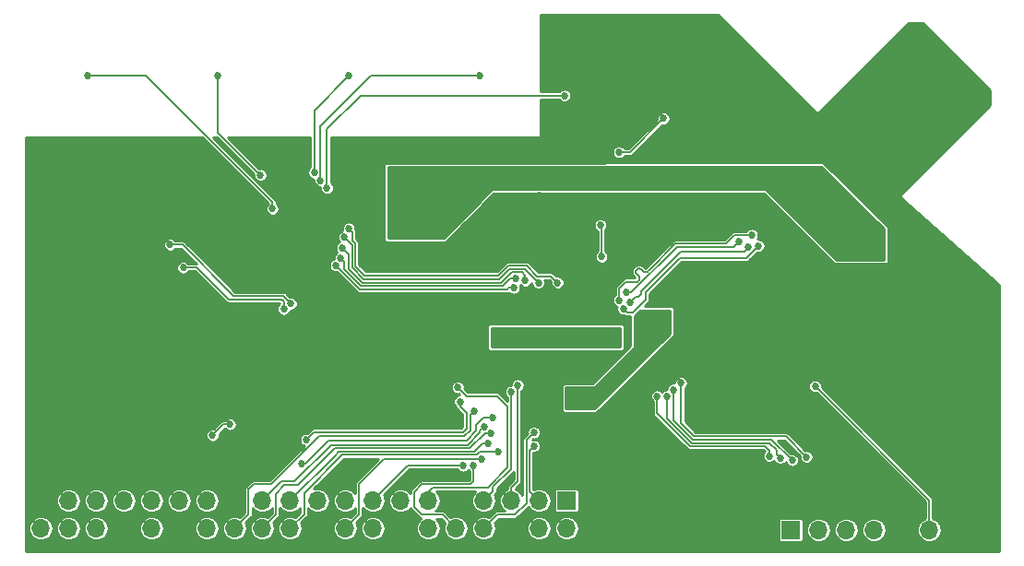
<source format=gbl>
G04 #@! TF.GenerationSoftware,KiCad,Pcbnew,(5.0.0)*
G04 #@! TF.CreationDate,2018-11-02T13:45:18+08:00*
G04 #@! TF.ProjectId,tomu-fpga,746F6D752D667067612E6B696361645F,rev?*
G04 #@! TF.SameCoordinates,Original*
G04 #@! TF.FileFunction,Copper,L2,Bot,Signal*
G04 #@! TF.FilePolarity,Positive*
%FSLAX46Y46*%
G04 Gerber Fmt 4.6, Leading zero omitted, Abs format (unit mm)*
G04 Created by KiCad (PCBNEW (5.0.0)) date 11/02/18 13:45:18*
%MOMM*%
%LPD*%
G01*
G04 APERTURE LIST*
G04 #@! TA.AperFunction,ComponentPad*
%ADD10O,1.700000X1.700000*%
G04 #@! TD*
G04 #@! TA.AperFunction,ComponentPad*
%ADD11R,1.700000X1.700000*%
G04 #@! TD*
G04 #@! TA.AperFunction,ViaPad*
%ADD12C,0.685800*%
G04 #@! TD*
G04 #@! TA.AperFunction,Conductor*
%ADD13C,0.300000*%
G04 #@! TD*
G04 #@! TA.AperFunction,Conductor*
%ADD14C,0.152400*%
G04 #@! TD*
G04 #@! TA.AperFunction,Conductor*
%ADD15C,0.254000*%
G04 #@! TD*
G04 APERTURE END LIST*
D10*
G04 #@! TO.P,J3,6*
G04 #@! TO.N,+3V3*
X108260000Y-77700000D03*
G04 #@! TO.P,J3,5*
G04 #@! TO.N,GND*
X105720000Y-77700000D03*
G04 #@! TO.P,J3,4*
G04 #@! TO.N,/PMOD_4*
X103180000Y-77700000D03*
G04 #@! TO.P,J3,3*
G04 #@! TO.N,/PMOD_3*
X100640000Y-77700000D03*
G04 #@! TO.P,J3,2*
G04 #@! TO.N,/PMOD_2*
X98100000Y-77700000D03*
D11*
G04 #@! TO.P,J3,1*
G04 #@! TO.N,/PMOD_1*
X95560000Y-77700000D03*
G04 #@! TD*
G04 #@! TO.P,J1,1*
G04 #@! TO.N,Net-(J1-Pad1)*
X75000000Y-75000000D03*
D10*
G04 #@! TO.P,J1,2*
G04 #@! TO.N,+5V*
X75000000Y-77540000D03*
G04 #@! TO.P,J1,3*
G04 #@! TO.N,/DBG_7*
X72460000Y-75000000D03*
G04 #@! TO.P,J1,4*
G04 #@! TO.N,+5V*
X72460000Y-77540000D03*
G04 #@! TO.P,J1,5*
G04 #@! TO.N,/DBG_8*
X69920000Y-75000000D03*
G04 #@! TO.P,J1,6*
G04 #@! TO.N,GND*
X69920000Y-77540000D03*
G04 #@! TO.P,J1,7*
G04 #@! TO.N,/DBG_9*
X67380000Y-75000000D03*
G04 #@! TO.P,J1,8*
G04 #@! TO.N,/UART_TX*
X67380000Y-77540000D03*
G04 #@! TO.P,J1,9*
G04 #@! TO.N,GND*
X64840000Y-75000000D03*
G04 #@! TO.P,J1,10*
G04 #@! TO.N,/UART_RX*
X64840000Y-77540000D03*
G04 #@! TO.P,J1,11*
G04 #@! TO.N,/CDONE*
X62300000Y-75000000D03*
G04 #@! TO.P,J1,12*
G04 #@! TO.N,/DBG_4*
X62300000Y-77540000D03*
G04 #@! TO.P,J1,13*
G04 #@! TO.N,/CRESET*
X59760000Y-75000000D03*
G04 #@! TO.P,J1,14*
G04 #@! TO.N,GND*
X59760000Y-77540000D03*
G04 #@! TO.P,J1,15*
G04 #@! TO.N,/DBG_1*
X57220000Y-75000000D03*
G04 #@! TO.P,J1,16*
G04 #@! TO.N,Net-(J1-Pad16)*
X57220000Y-77540000D03*
G04 #@! TO.P,J1,17*
G04 #@! TO.N,Net-(J1-Pad17)*
X54680000Y-75000000D03*
G04 #@! TO.P,J1,18*
G04 #@! TO.N,/SPI_IO2*
X54680000Y-77540000D03*
G04 #@! TO.P,J1,19*
G04 #@! TO.N,/SPI_MOSI*
X52140000Y-75000000D03*
G04 #@! TO.P,J1,20*
G04 #@! TO.N,GND*
X52140000Y-77540000D03*
G04 #@! TO.P,J1,21*
G04 #@! TO.N,/SPI_MISO*
X49600000Y-75000000D03*
G04 #@! TO.P,J1,22*
G04 #@! TO.N,/SPI_IO3*
X49600000Y-77540000D03*
G04 #@! TO.P,J1,23*
G04 #@! TO.N,/SPI_CLK*
X47060000Y-75000000D03*
G04 #@! TO.P,J1,24*
G04 #@! TO.N,/SPI_CS*
X47060000Y-77540000D03*
G04 #@! TO.P,J1,25*
G04 #@! TO.N,GND*
X44520000Y-75000000D03*
G04 #@! TO.P,J1,26*
G04 #@! TO.N,/DBG_10*
X44520000Y-77540000D03*
G04 #@! TO.P,J1,27*
G04 #@! TO.N,Net-(J1-Pad27)*
X41980000Y-75000000D03*
G04 #@! TO.P,J1,28*
G04 #@! TO.N,Net-(J1-Pad28)*
X41980000Y-77540000D03*
G04 #@! TO.P,J1,29*
G04 #@! TO.N,Net-(J1-Pad29)*
X39440000Y-75000000D03*
G04 #@! TO.P,J1,30*
G04 #@! TO.N,GND*
X39440000Y-77540000D03*
G04 #@! TO.P,J1,31*
G04 #@! TO.N,Net-(J1-Pad31)*
X36900000Y-75000000D03*
G04 #@! TO.P,J1,32*
G04 #@! TO.N,Net-(J1-Pad32)*
X36900000Y-77540000D03*
G04 #@! TO.P,J1,33*
G04 #@! TO.N,Net-(J1-Pad33)*
X34360000Y-75000000D03*
G04 #@! TO.P,J1,34*
G04 #@! TO.N,GND*
X34360000Y-77540000D03*
G04 #@! TO.P,J1,35*
G04 #@! TO.N,Net-(J1-Pad35)*
X31820000Y-75000000D03*
G04 #@! TO.P,J1,36*
G04 #@! TO.N,Net-(J1-Pad36)*
X31820000Y-77540000D03*
G04 #@! TO.P,J1,37*
G04 #@! TO.N,Net-(J1-Pad37)*
X29280000Y-75000000D03*
G04 #@! TO.P,J1,38*
G04 #@! TO.N,Net-(J1-Pad38)*
X29280000Y-77540000D03*
G04 #@! TO.P,J1,39*
G04 #@! TO.N,GND*
X26740000Y-75000000D03*
G04 #@! TO.P,J1,40*
G04 #@! TO.N,Net-(J1-Pad40)*
X26740000Y-77540000D03*
G04 #@! TD*
D12*
G04 #@! TO.N,+5V*
X102750000Y-50500000D03*
X101250000Y-51750000D03*
X102500000Y-51500000D03*
X101500000Y-50500000D03*
X61250000Y-48500000D03*
X62500000Y-49250000D03*
X100500000Y-50800000D03*
G04 #@! TO.N,GND*
X89500000Y-77000000D03*
X87000000Y-64500000D03*
X89500000Y-65000000D03*
X94000000Y-67000000D03*
X52500000Y-57000000D03*
X62500000Y-52000000D03*
X60000000Y-59500000D03*
X56500000Y-58500000D03*
X76500000Y-35000000D03*
X79500000Y-35000000D03*
X86500000Y-35000000D03*
X89500000Y-35000000D03*
X86500000Y-49000000D03*
X72500000Y-47000000D03*
X76500000Y-51500000D03*
X99750000Y-39750000D03*
X101000000Y-38250000D03*
X102250000Y-38500000D03*
X101500000Y-39500000D03*
X100750000Y-40500000D03*
X44000000Y-61750000D03*
X38500000Y-69000000D03*
X28750000Y-63250000D03*
X38750000Y-59750000D03*
X72250000Y-62000000D03*
X73000000Y-62000000D03*
X73750000Y-62000000D03*
X74500000Y-62000000D03*
X75250000Y-62000000D03*
X76000000Y-62000000D03*
X76000000Y-57900000D03*
X75250000Y-57900000D03*
X74500000Y-57900000D03*
X73750000Y-57900000D03*
X73000000Y-57900000D03*
X72250000Y-57900000D03*
X70600000Y-52000000D03*
X85100000Y-73900000D03*
X65300000Y-59900000D03*
X56600000Y-60400000D03*
X89900000Y-72000000D03*
X73650000Y-66600000D03*
X72200000Y-71950000D03*
X81100000Y-71200000D03*
X81300000Y-67000000D03*
X81300000Y-69000000D03*
X88400000Y-64500000D03*
X86150000Y-53900000D03*
X67000000Y-52600000D03*
X63000000Y-52700000D03*
X65000000Y-52400000D03*
X57800000Y-50395300D03*
X51900000Y-60000000D03*
G04 #@! TO.N,+1V2*
X78500000Y-60000000D03*
G04 #@! TO.N,+3V3*
X97800000Y-64500000D03*
X82600000Y-57800000D03*
X81800000Y-58100000D03*
X82400000Y-58500000D03*
X75200000Y-66300000D03*
X75200000Y-65200000D03*
X75650000Y-65750000D03*
G04 #@! TO.N,+1V2*
X68500000Y-59500000D03*
X69300000Y-59500000D03*
X79400000Y-60100000D03*
X79500000Y-59400000D03*
X68500000Y-60300000D03*
G04 #@! TO.N,/SPI_MOSI*
X68200000Y-67400000D03*
X50700000Y-71600000D03*
G04 #@! TO.N,/SPI_IO2*
X67200000Y-71200000D03*
X42500000Y-69000000D03*
X44099899Y-68000000D03*
G04 #@! TO.N,/DBG_1*
X65500000Y-71800000D03*
G04 #@! TO.N,/CRESET*
X65200000Y-65900000D03*
X39800000Y-53600000D03*
X51100000Y-69400000D03*
X49029438Y-57402921D03*
G04 #@! TO.N,/CDONE*
X65000000Y-64600000D03*
X38600000Y-51500000D03*
X49700000Y-56900000D03*
G04 #@! TO.N,/UART_RX*
X66450289Y-71771500D03*
G04 #@! TO.N,/UART_TX*
X72000000Y-68750000D03*
G04 #@! TO.N,/SPI_CS*
X68000000Y-68800000D03*
G04 #@! TO.N,/ICE_USBN*
X91695888Y-51695888D03*
X80800000Y-56800000D03*
G04 #@! TO.N,/ICE_USBP*
X80500000Y-55900000D03*
X90800000Y-51200000D03*
G04 #@! TO.N,Net-(SW2-Pad1)*
X53800000Y-53400000D03*
X48000000Y-48200000D03*
X31000000Y-36000000D03*
X70150000Y-55462500D03*
G04 #@! TO.N,Net-(SW2-Pad2)*
X54264950Y-52702574D03*
X43000000Y-36000000D03*
X46900000Y-45100000D03*
X70300000Y-54600000D03*
G04 #@! TO.N,Net-(SW2-Pad3)*
X71200000Y-54800000D03*
X54400000Y-51800000D03*
X55000000Y-36000000D03*
X51828500Y-44872237D03*
G04 #@! TO.N,Net-(SW2-Pad4)*
X72400000Y-55000000D03*
X67000000Y-36000000D03*
X54599490Y-50799745D03*
X52400000Y-45600000D03*
G04 #@! TO.N,/SPI_MISO*
X67750000Y-69750000D03*
G04 #@! TO.N,/SPI_CLK*
X67400000Y-68200000D03*
G04 #@! TO.N,/SPI_IO3*
X68750000Y-70500000D03*
G04 #@! TO.N,/DBG_10*
X66500000Y-66800000D03*
G04 #@! TO.N,/DBG_9*
X69900000Y-65000000D03*
G04 #@! TO.N,/DBG_8*
X70500000Y-64400000D03*
G04 #@! TO.N,/DBG_7*
X72000000Y-70000000D03*
G04 #@! TO.N,Net-(SW3-Pad1)*
X79800000Y-43000000D03*
X78100000Y-49700000D03*
X78200000Y-52600000D03*
X83900000Y-39900000D03*
G04 #@! TO.N,Net-(SW4-Pad1)*
X74164001Y-54993561D03*
X55000000Y-50000000D03*
X74800000Y-37800000D03*
X53000000Y-46300000D03*
G04 #@! TO.N,/PU_CTRL_USBP*
X92000000Y-50600000D03*
X79800000Y-56600000D03*
G04 #@! TO.N,/PU_CTRL_USBN*
X80200000Y-57400000D03*
X92600000Y-51600000D03*
G04 #@! TO.N,/PMOD_4*
X97000000Y-71000000D03*
X85500000Y-64200000D03*
G04 #@! TO.N,/PMOD_2*
X94600000Y-71100000D03*
X84200000Y-65400000D03*
G04 #@! TO.N,/PMOD_3*
X95700000Y-71300000D03*
X84800000Y-64800000D03*
G04 #@! TO.N,/PMOD_1*
X93600000Y-70900000D03*
X83300000Y-65400000D03*
G04 #@! TD*
D13*
G04 #@! TO.N,GND*
X102250000Y-38750000D02*
X101500000Y-39500000D01*
X102250000Y-38500000D02*
X102250000Y-38750000D01*
X101000000Y-39000000D02*
X101500000Y-39500000D01*
X101000000Y-38250000D02*
X101000000Y-39000000D01*
D14*
G04 #@! TO.N,+3V3*
X108260000Y-77700000D02*
X108260000Y-74960000D01*
X108260000Y-74960000D02*
X97800000Y-64500000D01*
X82300000Y-57900000D02*
X82600000Y-57800000D01*
X81800000Y-58100000D02*
X82300000Y-57900000D01*
X82800000Y-58000000D02*
X82600000Y-57800000D01*
X82400000Y-58500000D02*
X82800000Y-58000000D01*
D13*
G04 #@! TO.N,+1V2*
X69300000Y-59500000D02*
X68500000Y-59500000D01*
D14*
X79600000Y-59600000D02*
X79400000Y-60100000D01*
X79500000Y-59400000D02*
X79600000Y-59600000D01*
G04 #@! TO.N,/SPI_MOSI*
X67354178Y-67400000D02*
X66700000Y-68054178D01*
X68200000Y-67400000D02*
X67354178Y-67400000D01*
X66700000Y-68054178D02*
X66700000Y-68600000D01*
X66700000Y-68600000D02*
X65800000Y-69500000D01*
X65800000Y-69500000D02*
X53100000Y-69500000D01*
X53100000Y-69500000D02*
X51000000Y-71600000D01*
X51000000Y-71600000D02*
X50700000Y-71600000D01*
G04 #@! TO.N,/SPI_IO2*
X67200000Y-71200000D02*
X58200000Y-71200000D01*
X55529999Y-76690001D02*
X54680000Y-77540000D01*
X55758601Y-76461399D02*
X55529999Y-76690001D01*
X54680000Y-77540000D02*
X55758601Y-76461399D01*
X43500000Y-68000000D02*
X42500000Y-69000000D01*
X44099899Y-68000000D02*
X43500000Y-68000000D01*
X54680000Y-77540000D02*
X55920000Y-76300000D01*
X55920000Y-73480000D02*
X56100000Y-73300000D01*
X55920000Y-76300000D02*
X55920000Y-73480000D01*
X58200000Y-71200000D02*
X56100000Y-73300000D01*
G04 #@! TO.N,/DBG_1*
X60420000Y-71800000D02*
X57220000Y-75000000D01*
X65500000Y-71800000D02*
X60420000Y-71800000D01*
G04 #@! TO.N,/CRESET*
X41041776Y-53600000D02*
X39800000Y-53600000D01*
X65200000Y-66384933D02*
X65200000Y-65900000D01*
X65800000Y-66984933D02*
X65200000Y-66384933D01*
X65800000Y-68400000D02*
X65800000Y-66984933D01*
X65500000Y-68700000D02*
X65800000Y-68400000D01*
X51800000Y-68700000D02*
X65500000Y-68700000D01*
X51100000Y-69400000D02*
X51800000Y-68700000D01*
X49029438Y-57402921D02*
X49029438Y-56734248D01*
X43946586Y-56504810D02*
X43441776Y-56000000D01*
X48800000Y-56504810D02*
X43946586Y-56504810D01*
X49029438Y-56734248D02*
X48800000Y-56504810D01*
X43441776Y-56000000D02*
X41041776Y-53600000D01*
G04 #@! TO.N,/CDONE*
X62300000Y-74200000D02*
X62695190Y-73804810D01*
X62695190Y-73804810D02*
X67764124Y-73804810D01*
X67764124Y-73804810D02*
X69595190Y-71973744D01*
X68600000Y-65400000D02*
X65800000Y-65400000D01*
X69595190Y-71973744D02*
X69595190Y-66395190D01*
X65800000Y-65400000D02*
X65000000Y-64600000D01*
X62300000Y-75000000D02*
X62300000Y-74200000D01*
X69595190Y-66395190D02*
X68600000Y-65400000D01*
X38600000Y-51500000D02*
X39750000Y-51500000D01*
X49000000Y-56200000D02*
X44450000Y-56200000D01*
X49700000Y-56900000D02*
X49000000Y-56200000D01*
X39750000Y-51500000D02*
X44450000Y-56200000D01*
G04 #@! TO.N,/UART_RX*
X61700000Y-76300000D02*
X63600000Y-76300000D01*
X63600000Y-76300000D02*
X64840000Y-77540000D01*
X66450289Y-73249711D02*
X66200000Y-73500000D01*
X66200000Y-73500000D02*
X61700000Y-73500000D01*
X61700000Y-73500000D02*
X61000000Y-74200000D01*
X66450289Y-71771500D02*
X66450289Y-73249711D01*
X61000000Y-74200000D02*
X61000000Y-75600000D01*
X61000000Y-75600000D02*
X61700000Y-76300000D01*
G04 #@! TO.N,/UART_TX*
X68620000Y-76300000D02*
X67380000Y-77540000D01*
X70216330Y-76300000D02*
X68620000Y-76300000D01*
X71300000Y-75216330D02*
X70216330Y-76300000D01*
X71300000Y-69450000D02*
X71300000Y-75216330D01*
X72000000Y-68750000D02*
X71300000Y-69450000D01*
G04 #@! TO.N,/SPI_CS*
X48300000Y-76300000D02*
X47060000Y-77540000D01*
X48300000Y-74400000D02*
X48300000Y-76300000D01*
X49100000Y-73600000D02*
X48300000Y-74400000D01*
X50300000Y-73600000D02*
X49100000Y-73600000D01*
X53709620Y-70190380D02*
X50300000Y-73600000D01*
X67490380Y-68800000D02*
X68000000Y-68800000D01*
X66100000Y-70190380D02*
X67490380Y-68800000D01*
X66100000Y-70190380D02*
X53709620Y-70190380D01*
G04 #@! TO.N,/ICE_USBN*
X81300000Y-56300000D02*
X80800000Y-56800000D01*
X81315452Y-56287676D02*
X81300000Y-56300000D01*
X81333260Y-56279100D02*
X81315452Y-56287676D01*
X81352530Y-56274702D02*
X81333260Y-56279100D01*
X81372295Y-56274702D02*
X81352530Y-56274702D01*
X81409372Y-56287676D02*
X81391564Y-56279100D01*
X81497121Y-56325297D02*
X81477355Y-56325297D01*
X81516390Y-56320899D02*
X81497121Y-56325297D01*
X81534198Y-56312324D02*
X81516390Y-56320899D01*
X81849089Y-56000561D02*
X81549651Y-56300000D01*
X81440278Y-56312324D02*
X81409372Y-56287676D01*
X81836764Y-55766361D02*
X81828189Y-55784169D01*
X81861412Y-55985108D02*
X81849089Y-56000561D01*
X81828189Y-55784169D02*
X81823791Y-55803438D01*
X81849088Y-55750908D02*
X81836764Y-55766361D01*
X81391564Y-56279100D02*
X81372295Y-56274702D01*
X81869988Y-55967300D02*
X81861412Y-55985108D01*
X85500000Y-52100000D02*
X82148528Y-55451471D01*
X82148528Y-55451471D02*
X81849088Y-55750908D01*
X81861412Y-55891188D02*
X81869988Y-55908996D01*
X91695888Y-51695888D02*
X91291776Y-52100000D01*
X91291776Y-52100000D02*
X85500000Y-52100000D01*
X81869988Y-55908996D02*
X81874386Y-55928266D01*
X81458086Y-56320899D02*
X81440278Y-56312324D01*
X81823791Y-55803438D02*
X81823791Y-55823204D01*
X81823791Y-55823204D02*
X81828189Y-55842473D01*
X81828189Y-55842473D02*
X81836764Y-55860281D01*
X81836764Y-55860281D02*
X81861412Y-55891188D01*
X81549651Y-56300000D02*
X81534198Y-56312324D01*
X81874386Y-55928266D02*
X81874386Y-55948031D01*
X81477355Y-56325297D02*
X81458086Y-56320899D01*
X81874386Y-55948031D02*
X81869988Y-55967300D01*
G04 #@! TO.N,/ICE_USBP*
X80931066Y-55900000D02*
X80500000Y-55900000D01*
X85119966Y-51711100D02*
X80931066Y-55900000D01*
X90800000Y-51200000D02*
X90288900Y-51711100D01*
X90288900Y-51711100D02*
X85119966Y-51711100D01*
G04 #@! TO.N,Net-(SW2-Pad1)*
X56000000Y-55600000D02*
X53800000Y-53400000D01*
X36400000Y-36000000D02*
X31000000Y-36000000D01*
X48000000Y-48200000D02*
X48000000Y-47600000D01*
X48000000Y-47600000D02*
X36400000Y-36000000D01*
X69527567Y-55600000D02*
X68250000Y-55600000D01*
X69665067Y-55462500D02*
X69527567Y-55600000D01*
X70150000Y-55462500D02*
X69665067Y-55462500D01*
X68600000Y-55600000D02*
X68250000Y-55600000D01*
X68250000Y-55600000D02*
X56000000Y-55600000D01*
X69527567Y-55600000D02*
X56000000Y-55600000D01*
G04 #@! TO.N,Net-(SW2-Pad2)*
X43000000Y-41200000D02*
X43000000Y-36000000D01*
X46900000Y-45100000D02*
X43000000Y-41200000D01*
X69119877Y-55295190D02*
X56126256Y-55295190D01*
X70300000Y-54600000D02*
X69815067Y-54600000D01*
X69815067Y-54600000D02*
X69119877Y-55295190D01*
X56126256Y-55295190D02*
X54607849Y-53776783D01*
X54607849Y-53045473D02*
X54264950Y-52702574D01*
X54607849Y-53776783D02*
X54607849Y-53045473D01*
G04 #@! TO.N,Net-(SW2-Pad3)*
X51828500Y-39171500D02*
X55000000Y-36000000D01*
X51828500Y-44872237D02*
X51828500Y-39171500D01*
X54400000Y-51800000D02*
X55000000Y-52400000D01*
X55000000Y-52400000D02*
X55000000Y-53737868D01*
X55000000Y-53737868D02*
X56252512Y-54990380D01*
X56252512Y-54990380D02*
X68993621Y-54990380D01*
X68993621Y-54990380D02*
X69955502Y-54028499D01*
X70913432Y-54028499D02*
X69955502Y-54028499D01*
X71200000Y-54315067D02*
X70913432Y-54028499D01*
X71200000Y-54800000D02*
X71200000Y-54315067D01*
G04 #@! TO.N,Net-(SW2-Pad4)*
X55304809Y-51505064D02*
X54599490Y-50799745D01*
X55304810Y-53611612D02*
X55304809Y-51505064D01*
X72400000Y-55000000D02*
X72400000Y-54923112D01*
X52400000Y-42600000D02*
X52400000Y-45600000D01*
X52400000Y-40600000D02*
X52400000Y-42600000D01*
X57000000Y-36000000D02*
X52400000Y-40600000D01*
X67000000Y-36000000D02*
X57000000Y-36000000D01*
X71123689Y-53723689D02*
X69745245Y-53723689D01*
X72400000Y-55000000D02*
X71123689Y-53723689D01*
X69745245Y-53723689D02*
X68783364Y-54685570D01*
X68783364Y-54685570D02*
X56378768Y-54685570D01*
X56378768Y-54685570D02*
X55304810Y-53611612D01*
G04 #@! TO.N,/SPI_MISO*
X67750000Y-69750000D02*
X67250000Y-69750000D01*
X54104810Y-70495190D02*
X53700000Y-70900000D01*
X66504810Y-70495190D02*
X54104810Y-70495190D01*
X67250000Y-69750000D02*
X66504810Y-70495190D01*
X53700000Y-70900000D02*
X49600000Y-75000000D01*
G04 #@! TO.N,/SPI_CLK*
X48800000Y-73260000D02*
X47060000Y-75000000D01*
X67400000Y-68200000D02*
X67057101Y-68542899D01*
X67057101Y-68542899D02*
X67057101Y-68742899D01*
X67057101Y-68742899D02*
X65914430Y-69885570D01*
X54300000Y-69885570D02*
X53885570Y-69885570D01*
X65914430Y-69885570D02*
X54300000Y-69885570D01*
X53374430Y-69885570D02*
X50000000Y-73260000D01*
X53700000Y-69885570D02*
X53374430Y-69885570D01*
X50000000Y-73260000D02*
X48800000Y-73260000D01*
X54300000Y-69885570D02*
X53700000Y-69885570D01*
G04 #@! TO.N,/SPI_IO3*
X50900000Y-76240000D02*
X49600000Y-77540000D01*
X50900000Y-74300000D02*
X50900000Y-76240000D01*
X54400000Y-70800000D02*
X50900000Y-74300000D01*
X66754178Y-70800000D02*
X54400000Y-70800000D01*
X67054178Y-70500000D02*
X66754178Y-70800000D01*
X68750000Y-70500000D02*
X67054178Y-70500000D01*
G04 #@! TO.N,/DBG_10*
X66157101Y-67142899D02*
X66500000Y-66800000D01*
X66157101Y-68542899D02*
X66157101Y-67142899D01*
X65600000Y-69100000D02*
X66157101Y-68542899D01*
X44520000Y-77540000D02*
X45800000Y-76260000D01*
X45800000Y-76260000D02*
X45800000Y-74000000D01*
X45800000Y-74000000D02*
X46300000Y-73500000D01*
X46300000Y-73500000D02*
X47900000Y-73500000D01*
X47900000Y-73500000D02*
X52300000Y-69100000D01*
X52300000Y-69100000D02*
X65600000Y-69100000D01*
G04 #@! TO.N,/DBG_9*
X68229999Y-73770001D02*
X69900000Y-72100000D01*
X68229999Y-74150001D02*
X68229999Y-73770001D01*
X67380000Y-75000000D02*
X68229999Y-74150001D01*
X69900000Y-72100000D02*
X69900000Y-65000000D01*
G04 #@! TO.N,/DBG_8*
X70500000Y-73217919D02*
X70500000Y-64400000D01*
X69920000Y-75000000D02*
X69920000Y-73797919D01*
X69920000Y-73797919D02*
X70500000Y-73217919D01*
G04 #@! TO.N,/DBG_7*
X71642899Y-70342899D02*
X71604810Y-70380988D01*
X72000000Y-70000000D02*
X71657101Y-70342899D01*
X71657101Y-70342899D02*
X71642899Y-70342899D01*
X71604810Y-74144810D02*
X72460000Y-75000000D01*
X71604810Y-70380988D02*
X71604810Y-74144810D01*
G04 #@! TO.N,Net-(SW3-Pad1)*
X78200000Y-49800000D02*
X78100000Y-49700000D01*
X78200000Y-52600000D02*
X78200000Y-49800000D01*
X79800000Y-43000000D02*
X80800000Y-43000000D01*
X80800000Y-43000000D02*
X83900000Y-39900000D01*
G04 #@! TO.N,Net-(SW4-Pad1)*
X73570440Y-54400000D02*
X74164001Y-54993561D01*
X72307954Y-54400000D02*
X73570440Y-54400000D01*
X55342899Y-50342899D02*
X55342899Y-51112088D01*
X55000000Y-50000000D02*
X55342899Y-50342899D01*
X55342899Y-51112088D02*
X55609619Y-51378808D01*
X55609619Y-51378808D02*
X55609619Y-53485355D01*
X53000000Y-40900000D02*
X53000000Y-46300000D01*
X56100000Y-37800000D02*
X53000000Y-40900000D01*
X74800000Y-37800000D02*
X56100000Y-37800000D01*
X72307954Y-54400000D02*
X71307954Y-53400000D01*
X71307954Y-53400000D02*
X69637868Y-53400000D01*
X68737868Y-54300000D02*
X56424264Y-54300000D01*
X69637868Y-53400000D02*
X68737868Y-54300000D01*
X56424264Y-54300000D02*
X55609619Y-53485355D01*
G04 #@! TO.N,/PU_CTRL_USBP*
X82554592Y-53845408D02*
X84993710Y-51406290D01*
X82448528Y-53951473D02*
X82554592Y-53845408D01*
X82396007Y-53993360D02*
X82448528Y-53951473D01*
X82269987Y-54037456D02*
X82335482Y-54022506D01*
X82202809Y-54037455D02*
X82269987Y-54037456D01*
X82076789Y-53993359D02*
X82137314Y-54022507D01*
X81834529Y-53761738D02*
X82024265Y-53951474D01*
X81721481Y-53690705D02*
X81782006Y-53719853D01*
X82024265Y-53951474D02*
X82076789Y-53993359D01*
X81655986Y-53675757D02*
X81721481Y-53690705D01*
X81523313Y-53690706D02*
X81588808Y-53675756D01*
X81782006Y-53719853D02*
X81834529Y-53761738D01*
X81410265Y-53761737D02*
X81462788Y-53719852D01*
X81368379Y-53814259D02*
X81410265Y-53761737D01*
X81339231Y-53874786D02*
X81368379Y-53814259D01*
X82137314Y-54022507D02*
X82202809Y-54037455D01*
X81641886Y-54747478D02*
X81671032Y-54686953D01*
X81600000Y-54800000D02*
X81641886Y-54747478D01*
X81500000Y-54900000D02*
X81600000Y-54800000D01*
X81671033Y-54488785D02*
X81641885Y-54428260D01*
X81600000Y-54375736D02*
X81410265Y-54186001D01*
X81462788Y-53719852D02*
X81523313Y-53690706D01*
X80400000Y-54900000D02*
X81500000Y-54900000D01*
X81671032Y-54686953D02*
X81685982Y-54621458D01*
X79800000Y-56600000D02*
X79800000Y-55500000D01*
X81324283Y-53940279D02*
X81339231Y-53874786D01*
X79800000Y-55500000D02*
X80400000Y-54900000D01*
X81410265Y-54186001D02*
X81368378Y-54133479D01*
X81368378Y-54133479D02*
X81339232Y-54072952D01*
X81588808Y-53675756D02*
X81655986Y-53675757D01*
X81685982Y-54621458D02*
X81685981Y-54554280D01*
X81685981Y-54554280D02*
X81671033Y-54488785D01*
X81641885Y-54428260D02*
X81600000Y-54375736D01*
X82335482Y-54022506D02*
X82396007Y-53993360D01*
X81324282Y-54007459D02*
X81324283Y-53940279D01*
X81339232Y-54072952D02*
X81324282Y-54007459D01*
X84993710Y-51406290D02*
X89593710Y-51406290D01*
X89593710Y-51406290D02*
X90400000Y-50600000D01*
X90400000Y-50600000D02*
X92000000Y-50600000D01*
G04 #@! TO.N,/PU_CTRL_USBN*
X85400000Y-52700000D02*
X91500000Y-52700000D01*
X82221841Y-55878159D02*
X85400000Y-52700000D01*
X82221841Y-56578159D02*
X82221841Y-55878159D01*
X81057101Y-57742899D02*
X82221841Y-56578159D01*
X80200000Y-57400000D02*
X80542899Y-57742899D01*
X80542899Y-57742899D02*
X81057101Y-57742899D01*
X91500000Y-52700000D02*
X92600000Y-51600000D01*
G04 #@! TO.N,/PMOD_4*
X95100000Y-69100000D02*
X97000000Y-71000000D01*
X85500000Y-67900000D02*
X86700000Y-69100000D01*
X85500000Y-64200000D02*
X85500000Y-67900000D01*
X86700000Y-69100000D02*
X95100000Y-69100000D01*
G04 #@! TO.N,/PMOD_2*
X94257101Y-70757101D02*
X94600000Y-71100000D01*
X94257101Y-70357101D02*
X94257101Y-70757101D01*
X93609620Y-69709620D02*
X94257101Y-70357101D01*
X86447488Y-69709620D02*
X93609620Y-69709620D01*
X84200000Y-67462132D02*
X86447488Y-69709620D01*
X84200000Y-65400000D02*
X84200000Y-67462132D01*
G04 #@! TO.N,/PMOD_3*
X93804810Y-69404810D02*
X95700000Y-71300000D01*
X84800000Y-64800000D02*
X84800000Y-67631066D01*
X84800000Y-67631066D02*
X86573744Y-69404810D01*
X86573744Y-69404810D02*
X93804810Y-69404810D01*
G04 #@! TO.N,/PMOD_1*
X93600000Y-70415067D02*
X93600000Y-70900000D01*
X93199363Y-70014430D02*
X93600000Y-70415067D01*
X86321232Y-70014430D02*
X93199363Y-70014430D01*
X83300000Y-66993198D02*
X86321232Y-70014430D01*
X83300000Y-65400000D02*
X83300000Y-66993198D01*
G04 #@! TD*
D15*
G04 #@! TO.N,+1V2*
G36*
X79873000Y-60873000D02*
X68127000Y-60873000D01*
X68127000Y-59127000D01*
X79873000Y-59127000D01*
X79873000Y-60873000D01*
X79873000Y-60873000D01*
G37*
X79873000Y-60873000D02*
X68127000Y-60873000D01*
X68127000Y-59127000D01*
X79873000Y-59127000D01*
X79873000Y-60873000D01*
G04 #@! TO.N,GND*
G36*
X97735914Y-39239374D02*
X97747053Y-39252947D01*
X97760626Y-39264086D01*
X97760632Y-39264092D01*
X97801260Y-39297434D01*
X97863105Y-39330491D01*
X97930212Y-39350848D01*
X97999999Y-39357722D01*
X98000000Y-39357722D01*
X98069787Y-39350848D01*
X98136894Y-39330491D01*
X98198739Y-39297434D01*
X98239367Y-39264092D01*
X98239369Y-39264090D01*
X98252947Y-39252947D01*
X98264090Y-39239369D01*
X106347460Y-31156000D01*
X107652541Y-31156000D01*
X113844001Y-37347461D01*
X113844000Y-38652540D01*
X105753216Y-46743325D01*
X105732636Y-46762343D01*
X105718174Y-46782243D01*
X105702566Y-46801261D01*
X105697601Y-46810551D01*
X105691409Y-46819070D01*
X105681105Y-46841411D01*
X105669509Y-46863106D01*
X105666453Y-46873181D01*
X105662040Y-46882749D01*
X105656291Y-46906678D01*
X105649152Y-46930213D01*
X105648120Y-46940693D01*
X105645659Y-46950936D01*
X105644689Y-46975520D01*
X105642278Y-47000000D01*
X105643310Y-47010480D01*
X105642895Y-47021006D01*
X105646741Y-47045315D01*
X105649152Y-47069787D01*
X105652208Y-47079861D01*
X105653855Y-47090270D01*
X105662370Y-47113362D01*
X105669509Y-47136894D01*
X105674473Y-47146181D01*
X105678118Y-47156065D01*
X105690969Y-47177042D01*
X105702566Y-47198739D01*
X105709249Y-47206882D01*
X105714750Y-47215862D01*
X105731444Y-47233928D01*
X105747053Y-47252947D01*
X105768718Y-47270727D01*
X114644000Y-55159868D01*
X114644001Y-79644000D01*
X25356000Y-79644000D01*
X25356000Y-77540000D01*
X25603528Y-77540000D01*
X25625365Y-77761715D01*
X25690037Y-77974909D01*
X25795058Y-78171390D01*
X25936393Y-78343607D01*
X26108610Y-78484942D01*
X26305091Y-78589963D01*
X26518285Y-78654635D01*
X26684442Y-78671000D01*
X26795558Y-78671000D01*
X26961715Y-78654635D01*
X27174909Y-78589963D01*
X27371390Y-78484942D01*
X27543607Y-78343607D01*
X27684942Y-78171390D01*
X27789963Y-77974909D01*
X27854635Y-77761715D01*
X27876472Y-77540000D01*
X28143528Y-77540000D01*
X28165365Y-77761715D01*
X28230037Y-77974909D01*
X28335058Y-78171390D01*
X28476393Y-78343607D01*
X28648610Y-78484942D01*
X28845091Y-78589963D01*
X29058285Y-78654635D01*
X29224442Y-78671000D01*
X29335558Y-78671000D01*
X29501715Y-78654635D01*
X29714909Y-78589963D01*
X29911390Y-78484942D01*
X30083607Y-78343607D01*
X30224942Y-78171390D01*
X30329963Y-77974909D01*
X30394635Y-77761715D01*
X30416472Y-77540000D01*
X30683528Y-77540000D01*
X30705365Y-77761715D01*
X30770037Y-77974909D01*
X30875058Y-78171390D01*
X31016393Y-78343607D01*
X31188610Y-78484942D01*
X31385091Y-78589963D01*
X31598285Y-78654635D01*
X31764442Y-78671000D01*
X31875558Y-78671000D01*
X32041715Y-78654635D01*
X32254909Y-78589963D01*
X32451390Y-78484942D01*
X32623607Y-78343607D01*
X32764942Y-78171390D01*
X32869963Y-77974909D01*
X32934635Y-77761715D01*
X32956472Y-77540000D01*
X35763528Y-77540000D01*
X35785365Y-77761715D01*
X35850037Y-77974909D01*
X35955058Y-78171390D01*
X36096393Y-78343607D01*
X36268610Y-78484942D01*
X36465091Y-78589963D01*
X36678285Y-78654635D01*
X36844442Y-78671000D01*
X36955558Y-78671000D01*
X37121715Y-78654635D01*
X37334909Y-78589963D01*
X37531390Y-78484942D01*
X37703607Y-78343607D01*
X37844942Y-78171390D01*
X37949963Y-77974909D01*
X38014635Y-77761715D01*
X38036472Y-77540000D01*
X40843528Y-77540000D01*
X40865365Y-77761715D01*
X40930037Y-77974909D01*
X41035058Y-78171390D01*
X41176393Y-78343607D01*
X41348610Y-78484942D01*
X41545091Y-78589963D01*
X41758285Y-78654635D01*
X41924442Y-78671000D01*
X42035558Y-78671000D01*
X42201715Y-78654635D01*
X42414909Y-78589963D01*
X42611390Y-78484942D01*
X42783607Y-78343607D01*
X42924942Y-78171390D01*
X43029963Y-77974909D01*
X43094635Y-77761715D01*
X43116472Y-77540000D01*
X43383528Y-77540000D01*
X43405365Y-77761715D01*
X43470037Y-77974909D01*
X43575058Y-78171390D01*
X43716393Y-78343607D01*
X43888610Y-78484942D01*
X44085091Y-78589963D01*
X44298285Y-78654635D01*
X44464442Y-78671000D01*
X44575558Y-78671000D01*
X44741715Y-78654635D01*
X44954909Y-78589963D01*
X45151390Y-78484942D01*
X45323607Y-78343607D01*
X45464942Y-78171390D01*
X45569963Y-77974909D01*
X45634635Y-77761715D01*
X45656472Y-77540000D01*
X45634635Y-77318285D01*
X45569963Y-77105091D01*
X45531683Y-77033474D01*
X46040179Y-76524978D01*
X46053799Y-76513800D01*
X46064978Y-76500179D01*
X46064983Y-76500174D01*
X46081397Y-76480173D01*
X46098438Y-76459410D01*
X46131606Y-76397356D01*
X46152031Y-76330023D01*
X46157200Y-76277544D01*
X46157200Y-76277537D01*
X46158927Y-76260001D01*
X46157200Y-76242465D01*
X46157200Y-75682740D01*
X46256393Y-75803607D01*
X46428610Y-75944942D01*
X46625091Y-76049963D01*
X46838285Y-76114635D01*
X47004442Y-76131000D01*
X47115558Y-76131000D01*
X47281715Y-76114635D01*
X47494909Y-76049963D01*
X47691390Y-75944942D01*
X47863607Y-75803607D01*
X47942801Y-75707109D01*
X47942801Y-76152042D01*
X47566526Y-76528317D01*
X47494909Y-76490037D01*
X47281715Y-76425365D01*
X47115558Y-76409000D01*
X47004442Y-76409000D01*
X46838285Y-76425365D01*
X46625091Y-76490037D01*
X46428610Y-76595058D01*
X46256393Y-76736393D01*
X46115058Y-76908610D01*
X46010037Y-77105091D01*
X45945365Y-77318285D01*
X45923528Y-77540000D01*
X45945365Y-77761715D01*
X46010037Y-77974909D01*
X46115058Y-78171390D01*
X46256393Y-78343607D01*
X46428610Y-78484942D01*
X46625091Y-78589963D01*
X46838285Y-78654635D01*
X47004442Y-78671000D01*
X47115558Y-78671000D01*
X47281715Y-78654635D01*
X47494909Y-78589963D01*
X47691390Y-78484942D01*
X47863607Y-78343607D01*
X48004942Y-78171390D01*
X48109963Y-77974909D01*
X48174635Y-77761715D01*
X48196472Y-77540000D01*
X48174635Y-77318285D01*
X48109963Y-77105091D01*
X48071683Y-77033474D01*
X48540175Y-76564982D01*
X48553800Y-76553800D01*
X48598438Y-76499410D01*
X48631606Y-76437356D01*
X48652031Y-76370023D01*
X48657200Y-76317544D01*
X48657200Y-76317536D01*
X48658927Y-76300000D01*
X48657200Y-76282464D01*
X48657200Y-75634000D01*
X48796393Y-75803607D01*
X48968610Y-75944942D01*
X49165091Y-76049963D01*
X49378285Y-76114635D01*
X49544442Y-76131000D01*
X49655558Y-76131000D01*
X49821715Y-76114635D01*
X50034909Y-76049963D01*
X50231390Y-75944942D01*
X50403607Y-75803607D01*
X50542801Y-75633999D01*
X50542801Y-76092042D01*
X50106526Y-76528317D01*
X50034909Y-76490037D01*
X49821715Y-76425365D01*
X49655558Y-76409000D01*
X49544442Y-76409000D01*
X49378285Y-76425365D01*
X49165091Y-76490037D01*
X48968610Y-76595058D01*
X48796393Y-76736393D01*
X48655058Y-76908610D01*
X48550037Y-77105091D01*
X48485365Y-77318285D01*
X48463528Y-77540000D01*
X48485365Y-77761715D01*
X48550037Y-77974909D01*
X48655058Y-78171390D01*
X48796393Y-78343607D01*
X48968610Y-78484942D01*
X49165091Y-78589963D01*
X49378285Y-78654635D01*
X49544442Y-78671000D01*
X49655558Y-78671000D01*
X49821715Y-78654635D01*
X50034909Y-78589963D01*
X50231390Y-78484942D01*
X50403607Y-78343607D01*
X50544942Y-78171390D01*
X50649963Y-77974909D01*
X50714635Y-77761715D01*
X50736472Y-77540000D01*
X50714635Y-77318285D01*
X50649963Y-77105091D01*
X50611683Y-77033474D01*
X51140175Y-76504982D01*
X51153800Y-76493800D01*
X51198438Y-76439410D01*
X51231606Y-76377356D01*
X51237358Y-76358395D01*
X51252031Y-76310024D01*
X51255230Y-76277543D01*
X51257200Y-76257544D01*
X51257200Y-76257536D01*
X51258927Y-76240000D01*
X51257200Y-76222464D01*
X51257200Y-75707110D01*
X51336393Y-75803607D01*
X51508610Y-75944942D01*
X51705091Y-76049963D01*
X51918285Y-76114635D01*
X52084442Y-76131000D01*
X52195558Y-76131000D01*
X52361715Y-76114635D01*
X52574909Y-76049963D01*
X52771390Y-75944942D01*
X52943607Y-75803607D01*
X53084942Y-75631390D01*
X53189963Y-75434909D01*
X53254635Y-75221715D01*
X53276472Y-75000000D01*
X53254635Y-74778285D01*
X53189963Y-74565091D01*
X53084942Y-74368610D01*
X52943607Y-74196393D01*
X52771390Y-74055058D01*
X52574909Y-73950037D01*
X52361715Y-73885365D01*
X52195558Y-73869000D01*
X52084442Y-73869000D01*
X51918285Y-73885365D01*
X51776904Y-73928253D01*
X54547957Y-71157200D01*
X57737643Y-71157200D01*
X55835016Y-73059827D01*
X55835012Y-73059832D01*
X55679821Y-73215022D01*
X55666201Y-73226200D01*
X55655023Y-73239820D01*
X55655016Y-73239827D01*
X55638603Y-73259827D01*
X55621563Y-73280590D01*
X55610353Y-73301563D01*
X55588394Y-73342645D01*
X55567969Y-73409977D01*
X55561073Y-73480000D01*
X55562801Y-73497546D01*
X55562801Y-74292891D01*
X55483607Y-74196393D01*
X55311390Y-74055058D01*
X55114909Y-73950037D01*
X54901715Y-73885365D01*
X54735558Y-73869000D01*
X54624442Y-73869000D01*
X54458285Y-73885365D01*
X54245091Y-73950037D01*
X54048610Y-74055058D01*
X53876393Y-74196393D01*
X53735058Y-74368610D01*
X53630037Y-74565091D01*
X53565365Y-74778285D01*
X53543528Y-75000000D01*
X53565365Y-75221715D01*
X53630037Y-75434909D01*
X53735058Y-75631390D01*
X53876393Y-75803607D01*
X54048610Y-75944942D01*
X54245091Y-76049963D01*
X54458285Y-76114635D01*
X54624442Y-76131000D01*
X54735558Y-76131000D01*
X54901715Y-76114635D01*
X55114909Y-76049963D01*
X55311390Y-75944942D01*
X55483607Y-75803607D01*
X55562800Y-75707110D01*
X55562800Y-76152043D01*
X55186526Y-76528317D01*
X55114909Y-76490037D01*
X54901715Y-76425365D01*
X54735558Y-76409000D01*
X54624442Y-76409000D01*
X54458285Y-76425365D01*
X54245091Y-76490037D01*
X54048610Y-76595058D01*
X53876393Y-76736393D01*
X53735058Y-76908610D01*
X53630037Y-77105091D01*
X53565365Y-77318285D01*
X53543528Y-77540000D01*
X53565365Y-77761715D01*
X53630037Y-77974909D01*
X53735058Y-78171390D01*
X53876393Y-78343607D01*
X54048610Y-78484942D01*
X54245091Y-78589963D01*
X54458285Y-78654635D01*
X54624442Y-78671000D01*
X54735558Y-78671000D01*
X54901715Y-78654635D01*
X55114909Y-78589963D01*
X55311390Y-78484942D01*
X55483607Y-78343607D01*
X55624942Y-78171390D01*
X55729963Y-77974909D01*
X55794635Y-77761715D01*
X55816472Y-77540000D01*
X56083528Y-77540000D01*
X56105365Y-77761715D01*
X56170037Y-77974909D01*
X56275058Y-78171390D01*
X56416393Y-78343607D01*
X56588610Y-78484942D01*
X56785091Y-78589963D01*
X56998285Y-78654635D01*
X57164442Y-78671000D01*
X57275558Y-78671000D01*
X57441715Y-78654635D01*
X57654909Y-78589963D01*
X57851390Y-78484942D01*
X58023607Y-78343607D01*
X58164942Y-78171390D01*
X58269963Y-77974909D01*
X58334635Y-77761715D01*
X58356472Y-77540000D01*
X58334635Y-77318285D01*
X58269963Y-77105091D01*
X58164942Y-76908610D01*
X58023607Y-76736393D01*
X57851390Y-76595058D01*
X57654909Y-76490037D01*
X57441715Y-76425365D01*
X57275558Y-76409000D01*
X57164442Y-76409000D01*
X56998285Y-76425365D01*
X56785091Y-76490037D01*
X56588610Y-76595058D01*
X56416393Y-76736393D01*
X56275058Y-76908610D01*
X56170037Y-77105091D01*
X56105365Y-77318285D01*
X56083528Y-77540000D01*
X55816472Y-77540000D01*
X55794635Y-77318285D01*
X55729963Y-77105091D01*
X55691683Y-77033474D01*
X56160179Y-76564978D01*
X56173799Y-76553800D01*
X56184978Y-76540179D01*
X56184984Y-76540173D01*
X56206628Y-76513800D01*
X56218438Y-76499410D01*
X56251606Y-76437356D01*
X56272031Y-76370023D01*
X56277200Y-76317544D01*
X56277200Y-76317536D01*
X56278927Y-76300000D01*
X56277200Y-76282464D01*
X56277200Y-75634000D01*
X56416393Y-75803607D01*
X56588610Y-75944942D01*
X56785091Y-76049963D01*
X56998285Y-76114635D01*
X57164442Y-76131000D01*
X57275558Y-76131000D01*
X57441715Y-76114635D01*
X57654909Y-76049963D01*
X57851390Y-75944942D01*
X58023607Y-75803607D01*
X58164942Y-75631390D01*
X58269963Y-75434909D01*
X58334635Y-75221715D01*
X58356472Y-75000000D01*
X58334635Y-74778285D01*
X58269963Y-74565091D01*
X58231683Y-74493474D01*
X60567957Y-72157200D01*
X64988315Y-72157200D01*
X65015385Y-72197713D01*
X65102287Y-72284615D01*
X65204472Y-72352893D01*
X65318015Y-72399924D01*
X65438551Y-72423900D01*
X65561449Y-72423900D01*
X65681985Y-72399924D01*
X65795528Y-72352893D01*
X65897713Y-72284615D01*
X65984615Y-72197713D01*
X65988444Y-72191983D01*
X66052576Y-72256115D01*
X66093089Y-72283185D01*
X66093090Y-73101753D01*
X66052043Y-73142800D01*
X61717535Y-73142800D01*
X61699999Y-73141073D01*
X61682463Y-73142800D01*
X61682456Y-73142800D01*
X61636716Y-73147305D01*
X61629976Y-73147969D01*
X61614305Y-73152723D01*
X61562644Y-73168394D01*
X61500590Y-73201562D01*
X61446200Y-73246200D01*
X61435018Y-73259825D01*
X60759821Y-73935022D01*
X60746200Y-73946201D01*
X60735022Y-73959821D01*
X60735016Y-73959827D01*
X60727152Y-73969410D01*
X60701562Y-74000591D01*
X60674234Y-74051719D01*
X60668394Y-74062645D01*
X60648288Y-74128928D01*
X60647969Y-74129978D01*
X60642800Y-74182457D01*
X60642800Y-74182464D01*
X60641073Y-74200000D01*
X60642800Y-74217536D01*
X60642800Y-74292890D01*
X60563607Y-74196393D01*
X60391390Y-74055058D01*
X60194909Y-73950037D01*
X59981715Y-73885365D01*
X59815558Y-73869000D01*
X59704442Y-73869000D01*
X59538285Y-73885365D01*
X59325091Y-73950037D01*
X59128610Y-74055058D01*
X58956393Y-74196393D01*
X58815058Y-74368610D01*
X58710037Y-74565091D01*
X58645365Y-74778285D01*
X58623528Y-75000000D01*
X58645365Y-75221715D01*
X58710037Y-75434909D01*
X58815058Y-75631390D01*
X58956393Y-75803607D01*
X59128610Y-75944942D01*
X59325091Y-76049963D01*
X59538285Y-76114635D01*
X59704442Y-76131000D01*
X59815558Y-76131000D01*
X59981715Y-76114635D01*
X60194909Y-76049963D01*
X60391390Y-75944942D01*
X60563607Y-75803607D01*
X60654788Y-75692503D01*
X60668394Y-75737355D01*
X60668395Y-75737356D01*
X60701563Y-75799410D01*
X60714575Y-75815265D01*
X60735016Y-75840173D01*
X60735023Y-75840180D01*
X60746201Y-75853800D01*
X60759821Y-75864978D01*
X61435016Y-76540173D01*
X61446200Y-76553800D01*
X61500590Y-76598438D01*
X61562644Y-76631606D01*
X61607497Y-76645212D01*
X61496393Y-76736393D01*
X61355058Y-76908610D01*
X61250037Y-77105091D01*
X61185365Y-77318285D01*
X61163528Y-77540000D01*
X61185365Y-77761715D01*
X61250037Y-77974909D01*
X61355058Y-78171390D01*
X61496393Y-78343607D01*
X61668610Y-78484942D01*
X61865091Y-78589963D01*
X62078285Y-78654635D01*
X62244442Y-78671000D01*
X62355558Y-78671000D01*
X62521715Y-78654635D01*
X62734909Y-78589963D01*
X62931390Y-78484942D01*
X63103607Y-78343607D01*
X63244942Y-78171390D01*
X63349963Y-77974909D01*
X63414635Y-77761715D01*
X63436472Y-77540000D01*
X63414635Y-77318285D01*
X63349963Y-77105091D01*
X63244942Y-76908610D01*
X63103607Y-76736393D01*
X63007110Y-76657200D01*
X63452043Y-76657200D01*
X63828317Y-77033474D01*
X63790037Y-77105091D01*
X63725365Y-77318285D01*
X63703528Y-77540000D01*
X63725365Y-77761715D01*
X63790037Y-77974909D01*
X63895058Y-78171390D01*
X64036393Y-78343607D01*
X64208610Y-78484942D01*
X64405091Y-78589963D01*
X64618285Y-78654635D01*
X64784442Y-78671000D01*
X64895558Y-78671000D01*
X65061715Y-78654635D01*
X65274909Y-78589963D01*
X65471390Y-78484942D01*
X65643607Y-78343607D01*
X65784942Y-78171390D01*
X65889963Y-77974909D01*
X65954635Y-77761715D01*
X65976472Y-77540000D01*
X65954635Y-77318285D01*
X65889963Y-77105091D01*
X65784942Y-76908610D01*
X65643607Y-76736393D01*
X65471390Y-76595058D01*
X65274909Y-76490037D01*
X65061715Y-76425365D01*
X64895558Y-76409000D01*
X64784442Y-76409000D01*
X64618285Y-76425365D01*
X64405091Y-76490037D01*
X64333474Y-76528317D01*
X63864982Y-76059825D01*
X63853800Y-76046200D01*
X63799410Y-76001562D01*
X63737356Y-75968394D01*
X63670023Y-75947969D01*
X63617544Y-75942800D01*
X63617536Y-75942800D01*
X63600000Y-75941073D01*
X63582464Y-75942800D01*
X62934000Y-75942800D01*
X63103607Y-75803607D01*
X63244942Y-75631390D01*
X63349963Y-75434909D01*
X63414635Y-75221715D01*
X63436472Y-75000000D01*
X63414635Y-74778285D01*
X63349963Y-74565091D01*
X63244942Y-74368610D01*
X63103607Y-74196393D01*
X63061711Y-74162010D01*
X66618289Y-74162010D01*
X66576393Y-74196393D01*
X66435058Y-74368610D01*
X66330037Y-74565091D01*
X66265365Y-74778285D01*
X66243528Y-75000000D01*
X66265365Y-75221715D01*
X66330037Y-75434909D01*
X66435058Y-75631390D01*
X66576393Y-75803607D01*
X66748610Y-75944942D01*
X66945091Y-76049963D01*
X67158285Y-76114635D01*
X67324442Y-76131000D01*
X67435558Y-76131000D01*
X67601715Y-76114635D01*
X67814909Y-76049963D01*
X68011390Y-75944942D01*
X68183607Y-75803607D01*
X68324942Y-75631390D01*
X68429963Y-75434909D01*
X68494635Y-75221715D01*
X68516472Y-75000000D01*
X68494635Y-74778285D01*
X68429963Y-74565091D01*
X68391683Y-74493474D01*
X68470178Y-74414979D01*
X68483798Y-74403801D01*
X68494977Y-74390180D01*
X68494982Y-74390175D01*
X68512680Y-74368610D01*
X68528437Y-74349411D01*
X68561605Y-74287357D01*
X68582030Y-74220024D01*
X68587199Y-74167545D01*
X68587199Y-74167538D01*
X68588926Y-74150002D01*
X68587199Y-74132466D01*
X68587199Y-73917958D01*
X70140179Y-72364978D01*
X70142800Y-72362827D01*
X70142800Y-73069962D01*
X69679821Y-73532941D01*
X69666201Y-73544119D01*
X69655023Y-73557739D01*
X69655016Y-73557746D01*
X69634575Y-73582654D01*
X69621563Y-73598509D01*
X69611573Y-73617200D01*
X69588394Y-73660564D01*
X69567969Y-73727896D01*
X69561073Y-73797919D01*
X69562801Y-73815465D01*
X69562801Y-73926464D01*
X69485091Y-73950037D01*
X69288610Y-74055058D01*
X69116393Y-74196393D01*
X68975058Y-74368610D01*
X68870037Y-74565091D01*
X68805365Y-74778285D01*
X68783528Y-75000000D01*
X68805365Y-75221715D01*
X68870037Y-75434909D01*
X68975058Y-75631390D01*
X69116393Y-75803607D01*
X69286000Y-75942800D01*
X68637536Y-75942800D01*
X68620000Y-75941073D01*
X68602464Y-75942800D01*
X68602456Y-75942800D01*
X68556124Y-75947364D01*
X68549976Y-75947969D01*
X68482644Y-75968394D01*
X68420590Y-76001562D01*
X68366200Y-76046200D01*
X68355018Y-76059825D01*
X67886526Y-76528317D01*
X67814909Y-76490037D01*
X67601715Y-76425365D01*
X67435558Y-76409000D01*
X67324442Y-76409000D01*
X67158285Y-76425365D01*
X66945091Y-76490037D01*
X66748610Y-76595058D01*
X66576393Y-76736393D01*
X66435058Y-76908610D01*
X66330037Y-77105091D01*
X66265365Y-77318285D01*
X66243528Y-77540000D01*
X66265365Y-77761715D01*
X66330037Y-77974909D01*
X66435058Y-78171390D01*
X66576393Y-78343607D01*
X66748610Y-78484942D01*
X66945091Y-78589963D01*
X67158285Y-78654635D01*
X67324442Y-78671000D01*
X67435558Y-78671000D01*
X67601715Y-78654635D01*
X67814909Y-78589963D01*
X68011390Y-78484942D01*
X68183607Y-78343607D01*
X68324942Y-78171390D01*
X68429963Y-77974909D01*
X68494635Y-77761715D01*
X68516472Y-77540000D01*
X71323528Y-77540000D01*
X71345365Y-77761715D01*
X71410037Y-77974909D01*
X71515058Y-78171390D01*
X71656393Y-78343607D01*
X71828610Y-78484942D01*
X72025091Y-78589963D01*
X72238285Y-78654635D01*
X72404442Y-78671000D01*
X72515558Y-78671000D01*
X72681715Y-78654635D01*
X72894909Y-78589963D01*
X73091390Y-78484942D01*
X73263607Y-78343607D01*
X73404942Y-78171390D01*
X73509963Y-77974909D01*
X73574635Y-77761715D01*
X73596472Y-77540000D01*
X73863528Y-77540000D01*
X73885365Y-77761715D01*
X73950037Y-77974909D01*
X74055058Y-78171390D01*
X74196393Y-78343607D01*
X74368610Y-78484942D01*
X74565091Y-78589963D01*
X74778285Y-78654635D01*
X74944442Y-78671000D01*
X75055558Y-78671000D01*
X75221715Y-78654635D01*
X75434909Y-78589963D01*
X75631390Y-78484942D01*
X75803607Y-78343607D01*
X75944942Y-78171390D01*
X76049963Y-77974909D01*
X76114635Y-77761715D01*
X76136472Y-77540000D01*
X76114635Y-77318285D01*
X76049963Y-77105091D01*
X75944942Y-76908610D01*
X75896842Y-76850000D01*
X94427641Y-76850000D01*
X94427641Y-78550000D01*
X94433066Y-78605086D01*
X94449134Y-78658054D01*
X94475227Y-78706870D01*
X94510342Y-78749658D01*
X94553130Y-78784773D01*
X94601946Y-78810866D01*
X94654914Y-78826934D01*
X94710000Y-78832359D01*
X96410000Y-78832359D01*
X96465086Y-78826934D01*
X96518054Y-78810866D01*
X96566870Y-78784773D01*
X96609658Y-78749658D01*
X96644773Y-78706870D01*
X96670866Y-78658054D01*
X96686934Y-78605086D01*
X96692359Y-78550000D01*
X96692359Y-77700000D01*
X96963528Y-77700000D01*
X96985365Y-77921715D01*
X97050037Y-78134909D01*
X97155058Y-78331390D01*
X97296393Y-78503607D01*
X97468610Y-78644942D01*
X97665091Y-78749963D01*
X97878285Y-78814635D01*
X98044442Y-78831000D01*
X98155558Y-78831000D01*
X98321715Y-78814635D01*
X98534909Y-78749963D01*
X98731390Y-78644942D01*
X98903607Y-78503607D01*
X99044942Y-78331390D01*
X99149963Y-78134909D01*
X99214635Y-77921715D01*
X99236472Y-77700000D01*
X99503528Y-77700000D01*
X99525365Y-77921715D01*
X99590037Y-78134909D01*
X99695058Y-78331390D01*
X99836393Y-78503607D01*
X100008610Y-78644942D01*
X100205091Y-78749963D01*
X100418285Y-78814635D01*
X100584442Y-78831000D01*
X100695558Y-78831000D01*
X100861715Y-78814635D01*
X101074909Y-78749963D01*
X101271390Y-78644942D01*
X101443607Y-78503607D01*
X101584942Y-78331390D01*
X101689963Y-78134909D01*
X101754635Y-77921715D01*
X101776472Y-77700000D01*
X102043528Y-77700000D01*
X102065365Y-77921715D01*
X102130037Y-78134909D01*
X102235058Y-78331390D01*
X102376393Y-78503607D01*
X102548610Y-78644942D01*
X102745091Y-78749963D01*
X102958285Y-78814635D01*
X103124442Y-78831000D01*
X103235558Y-78831000D01*
X103401715Y-78814635D01*
X103614909Y-78749963D01*
X103811390Y-78644942D01*
X103983607Y-78503607D01*
X104124942Y-78331390D01*
X104229963Y-78134909D01*
X104294635Y-77921715D01*
X104316472Y-77700000D01*
X104294635Y-77478285D01*
X104229963Y-77265091D01*
X104124942Y-77068610D01*
X103983607Y-76896393D01*
X103811390Y-76755058D01*
X103614909Y-76650037D01*
X103401715Y-76585365D01*
X103235558Y-76569000D01*
X103124442Y-76569000D01*
X102958285Y-76585365D01*
X102745091Y-76650037D01*
X102548610Y-76755058D01*
X102376393Y-76896393D01*
X102235058Y-77068610D01*
X102130037Y-77265091D01*
X102065365Y-77478285D01*
X102043528Y-77700000D01*
X101776472Y-77700000D01*
X101754635Y-77478285D01*
X101689963Y-77265091D01*
X101584942Y-77068610D01*
X101443607Y-76896393D01*
X101271390Y-76755058D01*
X101074909Y-76650037D01*
X100861715Y-76585365D01*
X100695558Y-76569000D01*
X100584442Y-76569000D01*
X100418285Y-76585365D01*
X100205091Y-76650037D01*
X100008610Y-76755058D01*
X99836393Y-76896393D01*
X99695058Y-77068610D01*
X99590037Y-77265091D01*
X99525365Y-77478285D01*
X99503528Y-77700000D01*
X99236472Y-77700000D01*
X99214635Y-77478285D01*
X99149963Y-77265091D01*
X99044942Y-77068610D01*
X98903607Y-76896393D01*
X98731390Y-76755058D01*
X98534909Y-76650037D01*
X98321715Y-76585365D01*
X98155558Y-76569000D01*
X98044442Y-76569000D01*
X97878285Y-76585365D01*
X97665091Y-76650037D01*
X97468610Y-76755058D01*
X97296393Y-76896393D01*
X97155058Y-77068610D01*
X97050037Y-77265091D01*
X96985365Y-77478285D01*
X96963528Y-77700000D01*
X96692359Y-77700000D01*
X96692359Y-76850000D01*
X96686934Y-76794914D01*
X96670866Y-76741946D01*
X96644773Y-76693130D01*
X96609658Y-76650342D01*
X96566870Y-76615227D01*
X96518054Y-76589134D01*
X96465086Y-76573066D01*
X96410000Y-76567641D01*
X94710000Y-76567641D01*
X94654914Y-76573066D01*
X94601946Y-76589134D01*
X94553130Y-76615227D01*
X94510342Y-76650342D01*
X94475227Y-76693130D01*
X94449134Y-76741946D01*
X94433066Y-76794914D01*
X94427641Y-76850000D01*
X75896842Y-76850000D01*
X75803607Y-76736393D01*
X75631390Y-76595058D01*
X75434909Y-76490037D01*
X75221715Y-76425365D01*
X75055558Y-76409000D01*
X74944442Y-76409000D01*
X74778285Y-76425365D01*
X74565091Y-76490037D01*
X74368610Y-76595058D01*
X74196393Y-76736393D01*
X74055058Y-76908610D01*
X73950037Y-77105091D01*
X73885365Y-77318285D01*
X73863528Y-77540000D01*
X73596472Y-77540000D01*
X73574635Y-77318285D01*
X73509963Y-77105091D01*
X73404942Y-76908610D01*
X73263607Y-76736393D01*
X73091390Y-76595058D01*
X72894909Y-76490037D01*
X72681715Y-76425365D01*
X72515558Y-76409000D01*
X72404442Y-76409000D01*
X72238285Y-76425365D01*
X72025091Y-76490037D01*
X71828610Y-76595058D01*
X71656393Y-76736393D01*
X71515058Y-76908610D01*
X71410037Y-77105091D01*
X71345365Y-77318285D01*
X71323528Y-77540000D01*
X68516472Y-77540000D01*
X68494635Y-77318285D01*
X68429963Y-77105091D01*
X68391683Y-77033474D01*
X68767957Y-76657200D01*
X70198794Y-76657200D01*
X70216330Y-76658927D01*
X70233866Y-76657200D01*
X70233874Y-76657200D01*
X70286353Y-76652031D01*
X70353686Y-76631606D01*
X70415740Y-76598438D01*
X70470130Y-76553800D01*
X70481314Y-76540173D01*
X71471531Y-75549956D01*
X71515058Y-75631390D01*
X71656393Y-75803607D01*
X71828610Y-75944942D01*
X72025091Y-76049963D01*
X72238285Y-76114635D01*
X72404442Y-76131000D01*
X72515558Y-76131000D01*
X72681715Y-76114635D01*
X72894909Y-76049963D01*
X73091390Y-75944942D01*
X73263607Y-75803607D01*
X73404942Y-75631390D01*
X73509963Y-75434909D01*
X73574635Y-75221715D01*
X73596472Y-75000000D01*
X73574635Y-74778285D01*
X73509963Y-74565091D01*
X73404942Y-74368610D01*
X73263607Y-74196393D01*
X73207078Y-74150000D01*
X73867641Y-74150000D01*
X73867641Y-75850000D01*
X73873066Y-75905086D01*
X73889134Y-75958054D01*
X73915227Y-76006870D01*
X73950342Y-76049658D01*
X73993130Y-76084773D01*
X74041946Y-76110866D01*
X74094914Y-76126934D01*
X74150000Y-76132359D01*
X75850000Y-76132359D01*
X75905086Y-76126934D01*
X75958054Y-76110866D01*
X76006870Y-76084773D01*
X76049658Y-76049658D01*
X76084773Y-76006870D01*
X76110866Y-75958054D01*
X76126934Y-75905086D01*
X76132359Y-75850000D01*
X76132359Y-74150000D01*
X76126934Y-74094914D01*
X76110866Y-74041946D01*
X76084773Y-73993130D01*
X76049658Y-73950342D01*
X76006870Y-73915227D01*
X75958054Y-73889134D01*
X75905086Y-73873066D01*
X75850000Y-73867641D01*
X74150000Y-73867641D01*
X74094914Y-73873066D01*
X74041946Y-73889134D01*
X73993130Y-73915227D01*
X73950342Y-73950342D01*
X73915227Y-73993130D01*
X73889134Y-74041946D01*
X73873066Y-74094914D01*
X73867641Y-74150000D01*
X73207078Y-74150000D01*
X73091390Y-74055058D01*
X72894909Y-73950037D01*
X72681715Y-73885365D01*
X72515558Y-73869000D01*
X72404442Y-73869000D01*
X72238285Y-73885365D01*
X72025091Y-73950037D01*
X71962010Y-73983754D01*
X71962010Y-70623900D01*
X72061449Y-70623900D01*
X72181985Y-70599924D01*
X72295528Y-70552893D01*
X72397713Y-70484615D01*
X72484615Y-70397713D01*
X72552893Y-70295528D01*
X72599924Y-70181985D01*
X72623900Y-70061449D01*
X72623900Y-69938551D01*
X72599924Y-69818015D01*
X72552893Y-69704472D01*
X72484615Y-69602287D01*
X72397713Y-69515385D01*
X72295528Y-69447107D01*
X72181985Y-69400076D01*
X72061449Y-69376100D01*
X71938551Y-69376100D01*
X71864285Y-69390872D01*
X71890763Y-69364394D01*
X71938551Y-69373900D01*
X72061449Y-69373900D01*
X72181985Y-69349924D01*
X72295528Y-69302893D01*
X72397713Y-69234615D01*
X72484615Y-69147713D01*
X72552893Y-69045528D01*
X72599924Y-68931985D01*
X72623900Y-68811449D01*
X72623900Y-68688551D01*
X72599924Y-68568015D01*
X72552893Y-68454472D01*
X72484615Y-68352287D01*
X72397713Y-68265385D01*
X72295528Y-68197107D01*
X72181985Y-68150076D01*
X72061449Y-68126100D01*
X71938551Y-68126100D01*
X71818015Y-68150076D01*
X71704472Y-68197107D01*
X71602287Y-68265385D01*
X71515385Y-68352287D01*
X71447107Y-68454472D01*
X71400076Y-68568015D01*
X71376100Y-68688551D01*
X71376100Y-68811449D01*
X71385606Y-68859237D01*
X71059821Y-69185022D01*
X71046200Y-69196201D01*
X71035022Y-69209821D01*
X71035016Y-69209827D01*
X71028297Y-69218015D01*
X71001562Y-69250591D01*
X70968395Y-69312644D01*
X70968394Y-69312645D01*
X70948565Y-69378014D01*
X70947969Y-69379978D01*
X70942800Y-69432457D01*
X70942800Y-69432464D01*
X70941073Y-69450000D01*
X70942800Y-69467536D01*
X70942801Y-74514274D01*
X70864942Y-74368610D01*
X70723607Y-74196393D01*
X70551390Y-74055058D01*
X70354909Y-73950037D01*
X70292094Y-73930982D01*
X70740179Y-73482897D01*
X70753799Y-73471719D01*
X70764978Y-73458098D01*
X70764984Y-73458092D01*
X70782028Y-73437323D01*
X70798438Y-73417329D01*
X70831606Y-73355275D01*
X70835438Y-73342644D01*
X70852031Y-73287943D01*
X70853956Y-73268394D01*
X70857200Y-73235463D01*
X70857200Y-73235455D01*
X70858927Y-73217919D01*
X70857200Y-73200383D01*
X70857200Y-64911685D01*
X70897713Y-64884615D01*
X70984615Y-64797713D01*
X71052893Y-64695528D01*
X71099924Y-64581985D01*
X71116231Y-64500000D01*
X74519000Y-64500000D01*
X74519000Y-66700000D01*
X74540390Y-66807534D01*
X74601303Y-66898697D01*
X74692466Y-66959610D01*
X74800000Y-66981000D01*
X77600000Y-66981000D01*
X77707534Y-66959610D01*
X77798697Y-66898697D01*
X79358843Y-65338551D01*
X82676100Y-65338551D01*
X82676100Y-65461449D01*
X82700076Y-65581985D01*
X82747107Y-65695528D01*
X82815385Y-65797713D01*
X82902287Y-65884615D01*
X82942800Y-65911685D01*
X82942801Y-66975652D01*
X82941073Y-66993198D01*
X82947969Y-67063221D01*
X82968394Y-67130553D01*
X82968395Y-67130554D01*
X83001563Y-67192608D01*
X83005753Y-67197713D01*
X83035016Y-67233371D01*
X83035023Y-67233378D01*
X83046201Y-67246998D01*
X83059821Y-67258176D01*
X86056248Y-70254603D01*
X86067432Y-70268230D01*
X86121822Y-70312868D01*
X86178007Y-70342899D01*
X86183876Y-70346036D01*
X86251208Y-70366461D01*
X86257948Y-70367125D01*
X86303688Y-70371630D01*
X86303695Y-70371630D01*
X86321231Y-70373357D01*
X86338767Y-70371630D01*
X93051406Y-70371630D01*
X93148724Y-70468948D01*
X93115385Y-70502287D01*
X93047107Y-70604472D01*
X93000076Y-70718015D01*
X92976100Y-70838551D01*
X92976100Y-70961449D01*
X93000076Y-71081985D01*
X93047107Y-71195528D01*
X93115385Y-71297713D01*
X93202287Y-71384615D01*
X93304472Y-71452893D01*
X93418015Y-71499924D01*
X93538551Y-71523900D01*
X93661449Y-71523900D01*
X93781985Y-71499924D01*
X93895528Y-71452893D01*
X93997713Y-71384615D01*
X94029444Y-71352884D01*
X94047107Y-71395528D01*
X94115385Y-71497713D01*
X94202287Y-71584615D01*
X94304472Y-71652893D01*
X94418015Y-71699924D01*
X94538551Y-71723900D01*
X94661449Y-71723900D01*
X94781985Y-71699924D01*
X94895528Y-71652893D01*
X94997713Y-71584615D01*
X95084615Y-71497713D01*
X95098940Y-71476274D01*
X95100076Y-71481985D01*
X95147107Y-71595528D01*
X95215385Y-71697713D01*
X95302287Y-71784615D01*
X95404472Y-71852893D01*
X95518015Y-71899924D01*
X95638551Y-71923900D01*
X95761449Y-71923900D01*
X95881985Y-71899924D01*
X95995528Y-71852893D01*
X96097713Y-71784615D01*
X96184615Y-71697713D01*
X96252893Y-71595528D01*
X96299924Y-71481985D01*
X96323900Y-71361449D01*
X96323900Y-71238551D01*
X96299924Y-71118015D01*
X96252893Y-71004472D01*
X96184615Y-70902287D01*
X96097713Y-70815385D01*
X95995528Y-70747107D01*
X95881985Y-70700076D01*
X95761449Y-70676100D01*
X95638551Y-70676100D01*
X95590763Y-70685606D01*
X94362357Y-69457200D01*
X94952043Y-69457200D01*
X96385606Y-70890763D01*
X96376100Y-70938551D01*
X96376100Y-71061449D01*
X96400076Y-71181985D01*
X96447107Y-71295528D01*
X96515385Y-71397713D01*
X96602287Y-71484615D01*
X96704472Y-71552893D01*
X96818015Y-71599924D01*
X96938551Y-71623900D01*
X97061449Y-71623900D01*
X97181985Y-71599924D01*
X97295528Y-71552893D01*
X97397713Y-71484615D01*
X97484615Y-71397713D01*
X97552893Y-71295528D01*
X97599924Y-71181985D01*
X97623900Y-71061449D01*
X97623900Y-70938551D01*
X97599924Y-70818015D01*
X97552893Y-70704472D01*
X97484615Y-70602287D01*
X97397713Y-70515385D01*
X97295528Y-70447107D01*
X97181985Y-70400076D01*
X97061449Y-70376100D01*
X96938551Y-70376100D01*
X96890763Y-70385606D01*
X95364982Y-68859825D01*
X95353800Y-68846200D01*
X95299410Y-68801562D01*
X95237356Y-68768394D01*
X95170023Y-68747969D01*
X95117544Y-68742800D01*
X95117536Y-68742800D01*
X95100000Y-68741073D01*
X95082464Y-68742800D01*
X86847957Y-68742800D01*
X85857200Y-67752043D01*
X85857200Y-64711685D01*
X85897713Y-64684615D01*
X85984615Y-64597713D01*
X86052893Y-64495528D01*
X86076493Y-64438551D01*
X97176100Y-64438551D01*
X97176100Y-64561449D01*
X97200076Y-64681985D01*
X97247107Y-64795528D01*
X97315385Y-64897713D01*
X97402287Y-64984615D01*
X97504472Y-65052893D01*
X97618015Y-65099924D01*
X97738551Y-65123900D01*
X97861449Y-65123900D01*
X97909237Y-65114394D01*
X107902801Y-75107958D01*
X107902800Y-76626464D01*
X107825091Y-76650037D01*
X107628610Y-76755058D01*
X107456393Y-76896393D01*
X107315058Y-77068610D01*
X107210037Y-77265091D01*
X107145365Y-77478285D01*
X107123528Y-77700000D01*
X107145365Y-77921715D01*
X107210037Y-78134909D01*
X107315058Y-78331390D01*
X107456393Y-78503607D01*
X107628610Y-78644942D01*
X107825091Y-78749963D01*
X108038285Y-78814635D01*
X108204442Y-78831000D01*
X108315558Y-78831000D01*
X108481715Y-78814635D01*
X108694909Y-78749963D01*
X108891390Y-78644942D01*
X109063607Y-78503607D01*
X109204942Y-78331390D01*
X109309963Y-78134909D01*
X109374635Y-77921715D01*
X109396472Y-77700000D01*
X109374635Y-77478285D01*
X109309963Y-77265091D01*
X109204942Y-77068610D01*
X109063607Y-76896393D01*
X108891390Y-76755058D01*
X108694909Y-76650037D01*
X108617200Y-76626464D01*
X108617200Y-74977536D01*
X108618927Y-74960000D01*
X108617200Y-74942464D01*
X108617200Y-74942456D01*
X108612031Y-74889977D01*
X108591606Y-74822644D01*
X108558438Y-74760590D01*
X108513800Y-74706200D01*
X108500175Y-74695018D01*
X98414394Y-64609237D01*
X98423900Y-64561449D01*
X98423900Y-64438551D01*
X98399924Y-64318015D01*
X98352893Y-64204472D01*
X98284615Y-64102287D01*
X98197713Y-64015385D01*
X98095528Y-63947107D01*
X97981985Y-63900076D01*
X97861449Y-63876100D01*
X97738551Y-63876100D01*
X97618015Y-63900076D01*
X97504472Y-63947107D01*
X97402287Y-64015385D01*
X97315385Y-64102287D01*
X97247107Y-64204472D01*
X97200076Y-64318015D01*
X97176100Y-64438551D01*
X86076493Y-64438551D01*
X86099924Y-64381985D01*
X86123900Y-64261449D01*
X86123900Y-64138551D01*
X86099924Y-64018015D01*
X86052893Y-63904472D01*
X85984615Y-63802287D01*
X85897713Y-63715385D01*
X85795528Y-63647107D01*
X85681985Y-63600076D01*
X85561449Y-63576100D01*
X85438551Y-63576100D01*
X85318015Y-63600076D01*
X85204472Y-63647107D01*
X85102287Y-63715385D01*
X85015385Y-63802287D01*
X84947107Y-63904472D01*
X84900076Y-64018015D01*
X84876100Y-64138551D01*
X84876100Y-64179014D01*
X84861449Y-64176100D01*
X84738551Y-64176100D01*
X84618015Y-64200076D01*
X84504472Y-64247107D01*
X84402287Y-64315385D01*
X84315385Y-64402287D01*
X84247107Y-64504472D01*
X84200076Y-64618015D01*
X84176100Y-64738551D01*
X84176100Y-64776100D01*
X84138551Y-64776100D01*
X84018015Y-64800076D01*
X83904472Y-64847107D01*
X83802287Y-64915385D01*
X83750000Y-64967672D01*
X83697713Y-64915385D01*
X83595528Y-64847107D01*
X83481985Y-64800076D01*
X83361449Y-64776100D01*
X83238551Y-64776100D01*
X83118015Y-64800076D01*
X83004472Y-64847107D01*
X82902287Y-64915385D01*
X82815385Y-65002287D01*
X82747107Y-65104472D01*
X82700076Y-65218015D01*
X82676100Y-65338551D01*
X79358843Y-65338551D01*
X84798697Y-59898697D01*
X84859610Y-59807534D01*
X84881000Y-59700000D01*
X84881000Y-57400000D01*
X84859610Y-57292466D01*
X84798697Y-57201303D01*
X84707534Y-57140390D01*
X84600000Y-57119000D01*
X82186157Y-57119000D01*
X82462020Y-56843137D01*
X82475640Y-56831959D01*
X82486819Y-56818338D01*
X82486824Y-56818333D01*
X82502354Y-56799409D01*
X82520279Y-56777569D01*
X82553447Y-56715515D01*
X82567247Y-56670022D01*
X82573872Y-56648183D01*
X82575372Y-56632955D01*
X82579041Y-56595703D01*
X82579041Y-56595696D01*
X82580768Y-56578160D01*
X82579041Y-56560624D01*
X82579041Y-56026116D01*
X85547957Y-53057200D01*
X91482464Y-53057200D01*
X91500000Y-53058927D01*
X91517536Y-53057200D01*
X91517544Y-53057200D01*
X91570023Y-53052031D01*
X91637356Y-53031606D01*
X91699410Y-52998438D01*
X91753800Y-52953800D01*
X91764984Y-52940173D01*
X92490763Y-52214394D01*
X92538551Y-52223900D01*
X92661449Y-52223900D01*
X92781985Y-52199924D01*
X92895528Y-52152893D01*
X92997713Y-52084615D01*
X93084615Y-51997713D01*
X93152893Y-51895528D01*
X93199924Y-51781985D01*
X93223900Y-51661449D01*
X93223900Y-51538551D01*
X93199924Y-51418015D01*
X93152893Y-51304472D01*
X93084615Y-51202287D01*
X92997713Y-51115385D01*
X92895528Y-51047107D01*
X92781985Y-51000076D01*
X92661449Y-50976100D01*
X92538551Y-50976100D01*
X92493003Y-50985160D01*
X92552893Y-50895528D01*
X92599924Y-50781985D01*
X92623900Y-50661449D01*
X92623900Y-50538551D01*
X92599924Y-50418015D01*
X92552893Y-50304472D01*
X92484615Y-50202287D01*
X92397713Y-50115385D01*
X92295528Y-50047107D01*
X92181985Y-50000076D01*
X92061449Y-49976100D01*
X91938551Y-49976100D01*
X91818015Y-50000076D01*
X91704472Y-50047107D01*
X91602287Y-50115385D01*
X91515385Y-50202287D01*
X91488315Y-50242800D01*
X90417535Y-50242800D01*
X90399999Y-50241073D01*
X90382463Y-50242800D01*
X90382456Y-50242800D01*
X90338729Y-50247107D01*
X90329976Y-50247969D01*
X90262644Y-50268394D01*
X90200590Y-50301562D01*
X90146200Y-50346200D01*
X90135018Y-50359825D01*
X89445753Y-51049090D01*
X85011246Y-51049090D01*
X84993710Y-51047363D01*
X84976174Y-51049090D01*
X84976166Y-51049090D01*
X84929834Y-51053654D01*
X84923686Y-51054259D01*
X84856354Y-51074684D01*
X84794300Y-51107852D01*
X84739910Y-51152490D01*
X84728728Y-51166115D01*
X82289608Y-53605235D01*
X82289603Y-53605242D01*
X82236396Y-53658449D01*
X82110192Y-53532245D01*
X82108761Y-53530166D01*
X82085396Y-53507448D01*
X82074702Y-53496754D01*
X82072749Y-53495151D01*
X82070953Y-53493405D01*
X82059206Y-53484037D01*
X82033938Y-53463301D01*
X82031710Y-53462110D01*
X82014508Y-53448392D01*
X81997837Y-53433068D01*
X81972057Y-53417369D01*
X81946744Y-53400965D01*
X81925713Y-53392598D01*
X81887748Y-53374314D01*
X81868078Y-53363080D01*
X81839449Y-53353511D01*
X81811136Y-53343156D01*
X81788759Y-53339676D01*
X81747674Y-53330299D01*
X81726014Y-53323728D01*
X81695986Y-53320770D01*
X81666048Y-53316971D01*
X81643467Y-53318557D01*
X81601328Y-53318557D01*
X81578735Y-53316970D01*
X81548806Y-53320768D01*
X81518791Y-53323724D01*
X81497117Y-53330298D01*
X81456037Y-53339676D01*
X81433667Y-53343154D01*
X81405313Y-53353523D01*
X81376706Y-53363086D01*
X81357055Y-53374310D01*
X81319078Y-53392598D01*
X81298050Y-53400964D01*
X81272747Y-53417361D01*
X81246964Y-53433062D01*
X81230293Y-53448386D01*
X81197351Y-53474655D01*
X81178699Y-53487500D01*
X81157663Y-53509134D01*
X81136033Y-53530165D01*
X81123190Y-53548815D01*
X81096917Y-53581758D01*
X81081592Y-53598431D01*
X81065907Y-53624189D01*
X81049494Y-53649514D01*
X81041121Y-53670557D01*
X81022838Y-53708522D01*
X81011607Y-53728187D01*
X81002045Y-53756796D01*
X80991680Y-53785136D01*
X80988199Y-53807518D01*
X80978825Y-53848592D01*
X80972254Y-53870251D01*
X80969297Y-53900268D01*
X80965497Y-53930214D01*
X80967083Y-53952800D01*
X80967083Y-53994941D01*
X80965496Y-54017534D01*
X80969293Y-54047447D01*
X80972250Y-54077476D01*
X80978827Y-54099160D01*
X80988201Y-54140226D01*
X80991679Y-54162593D01*
X81002048Y-54190948D01*
X81011613Y-54219561D01*
X81022836Y-54239211D01*
X81041121Y-54277184D01*
X81049495Y-54298228D01*
X81065897Y-54323536D01*
X81081585Y-54349299D01*
X81096912Y-54365974D01*
X81110641Y-54383189D01*
X81111828Y-54385410D01*
X81132539Y-54410647D01*
X81141939Y-54422434D01*
X81143687Y-54424231D01*
X81145281Y-54426174D01*
X81155966Y-54436859D01*
X81178702Y-54460240D01*
X81180774Y-54461667D01*
X81261908Y-54542800D01*
X80417535Y-54542800D01*
X80399999Y-54541073D01*
X80382463Y-54542800D01*
X80382456Y-54542800D01*
X80336716Y-54547305D01*
X80329976Y-54547969D01*
X80273885Y-54564984D01*
X80262644Y-54568394D01*
X80200590Y-54601562D01*
X80146200Y-54646200D01*
X80135018Y-54659825D01*
X79559821Y-55235022D01*
X79546201Y-55246200D01*
X79535023Y-55259820D01*
X79535016Y-55259827D01*
X79514674Y-55284615D01*
X79501563Y-55300590D01*
X79490127Y-55321986D01*
X79468394Y-55362645D01*
X79447969Y-55429977D01*
X79441073Y-55500000D01*
X79442801Y-55517546D01*
X79442800Y-56088315D01*
X79402287Y-56115385D01*
X79315385Y-56202287D01*
X79247107Y-56304472D01*
X79200076Y-56418015D01*
X79176100Y-56538551D01*
X79176100Y-56661449D01*
X79200076Y-56781985D01*
X79247107Y-56895528D01*
X79315385Y-56997713D01*
X79402287Y-57084615D01*
X79504472Y-57152893D01*
X79609099Y-57196231D01*
X79600076Y-57218015D01*
X79576100Y-57338551D01*
X79576100Y-57461449D01*
X79600076Y-57581985D01*
X79647107Y-57695528D01*
X79715385Y-57797713D01*
X79802287Y-57884615D01*
X79904472Y-57952893D01*
X80018015Y-57999924D01*
X80138551Y-58023900D01*
X80261449Y-58023900D01*
X80310383Y-58014167D01*
X80343489Y-58041337D01*
X80405543Y-58074505D01*
X80457204Y-58090176D01*
X80472875Y-58094930D01*
X80478947Y-58095528D01*
X80525355Y-58100099D01*
X80525362Y-58100099D01*
X80542898Y-58101826D01*
X80560434Y-58100099D01*
X80819000Y-58100099D01*
X80819000Y-60783606D01*
X77383606Y-64219000D01*
X74800000Y-64219000D01*
X74692466Y-64240390D01*
X74601303Y-64301303D01*
X74540390Y-64392466D01*
X74519000Y-64500000D01*
X71116231Y-64500000D01*
X71123900Y-64461449D01*
X71123900Y-64338551D01*
X71099924Y-64218015D01*
X71052893Y-64104472D01*
X70984615Y-64002287D01*
X70897713Y-63915385D01*
X70795528Y-63847107D01*
X70681985Y-63800076D01*
X70561449Y-63776100D01*
X70438551Y-63776100D01*
X70318015Y-63800076D01*
X70204472Y-63847107D01*
X70102287Y-63915385D01*
X70015385Y-64002287D01*
X69947107Y-64104472D01*
X69900076Y-64218015D01*
X69876100Y-64338551D01*
X69876100Y-64376100D01*
X69838551Y-64376100D01*
X69718015Y-64400076D01*
X69604472Y-64447107D01*
X69502287Y-64515385D01*
X69415385Y-64602287D01*
X69347107Y-64704472D01*
X69300076Y-64818015D01*
X69276100Y-64938551D01*
X69276100Y-65061449D01*
X69300076Y-65181985D01*
X69347107Y-65295528D01*
X69415385Y-65397713D01*
X69502287Y-65484615D01*
X69542801Y-65511686D01*
X69542801Y-65837644D01*
X68864982Y-65159825D01*
X68853800Y-65146200D01*
X68799410Y-65101562D01*
X68737356Y-65068394D01*
X68670023Y-65047969D01*
X68617544Y-65042800D01*
X68617536Y-65042800D01*
X68600000Y-65041073D01*
X68582464Y-65042800D01*
X65947957Y-65042800D01*
X65614394Y-64709237D01*
X65623900Y-64661449D01*
X65623900Y-64538551D01*
X65599924Y-64418015D01*
X65552893Y-64304472D01*
X65484615Y-64202287D01*
X65397713Y-64115385D01*
X65295528Y-64047107D01*
X65181985Y-64000076D01*
X65061449Y-63976100D01*
X64938551Y-63976100D01*
X64818015Y-64000076D01*
X64704472Y-64047107D01*
X64602287Y-64115385D01*
X64515385Y-64202287D01*
X64447107Y-64304472D01*
X64400076Y-64418015D01*
X64376100Y-64538551D01*
X64376100Y-64661449D01*
X64400076Y-64781985D01*
X64447107Y-64895528D01*
X64515385Y-64997713D01*
X64602287Y-65084615D01*
X64704472Y-65152893D01*
X64818015Y-65199924D01*
X64938551Y-65223900D01*
X65061449Y-65223900D01*
X65109237Y-65214394D01*
X65170943Y-65276100D01*
X65138551Y-65276100D01*
X65018015Y-65300076D01*
X64904472Y-65347107D01*
X64802287Y-65415385D01*
X64715385Y-65502287D01*
X64647107Y-65604472D01*
X64600076Y-65718015D01*
X64576100Y-65838551D01*
X64576100Y-65961449D01*
X64600076Y-66081985D01*
X64647107Y-66195528D01*
X64715385Y-66297713D01*
X64802287Y-66384615D01*
X64843771Y-66412334D01*
X64846602Y-66441073D01*
X64847969Y-66454956D01*
X64862990Y-66504472D01*
X64868394Y-66522288D01*
X64901562Y-66584342D01*
X64914898Y-66600591D01*
X64935016Y-66625106D01*
X64935022Y-66625112D01*
X64946200Y-66638732D01*
X64959821Y-66649911D01*
X65442801Y-67132891D01*
X65442800Y-68252043D01*
X65352043Y-68342800D01*
X51817535Y-68342800D01*
X51799999Y-68341073D01*
X51782463Y-68342800D01*
X51782456Y-68342800D01*
X51736716Y-68347305D01*
X51729976Y-68347969D01*
X51716586Y-68352031D01*
X51662644Y-68368394D01*
X51600590Y-68401562D01*
X51546200Y-68446200D01*
X51535018Y-68459825D01*
X51209237Y-68785606D01*
X51161449Y-68776100D01*
X51038551Y-68776100D01*
X50918015Y-68800076D01*
X50804472Y-68847107D01*
X50702287Y-68915385D01*
X50615385Y-69002287D01*
X50547107Y-69104472D01*
X50500076Y-69218015D01*
X50476100Y-69338551D01*
X50476100Y-69461449D01*
X50500076Y-69581985D01*
X50547107Y-69695528D01*
X50615385Y-69797713D01*
X50702287Y-69884615D01*
X50804472Y-69952893D01*
X50901684Y-69993159D01*
X47752043Y-73142800D01*
X46317536Y-73142800D01*
X46300000Y-73141073D01*
X46282464Y-73142800D01*
X46282456Y-73142800D01*
X46236124Y-73147364D01*
X46229976Y-73147969D01*
X46181596Y-73162645D01*
X46162644Y-73168394D01*
X46100590Y-73201562D01*
X46046200Y-73246200D01*
X46035018Y-73259825D01*
X45559821Y-73735022D01*
X45546201Y-73746200D01*
X45535023Y-73759820D01*
X45535016Y-73759827D01*
X45526667Y-73770001D01*
X45501563Y-73800590D01*
X45499307Y-73804811D01*
X45468394Y-73862645D01*
X45447969Y-73929977D01*
X45441073Y-74000000D01*
X45442801Y-74017546D01*
X45442800Y-76112043D01*
X45026526Y-76528317D01*
X44954909Y-76490037D01*
X44741715Y-76425365D01*
X44575558Y-76409000D01*
X44464442Y-76409000D01*
X44298285Y-76425365D01*
X44085091Y-76490037D01*
X43888610Y-76595058D01*
X43716393Y-76736393D01*
X43575058Y-76908610D01*
X43470037Y-77105091D01*
X43405365Y-77318285D01*
X43383528Y-77540000D01*
X43116472Y-77540000D01*
X43094635Y-77318285D01*
X43029963Y-77105091D01*
X42924942Y-76908610D01*
X42783607Y-76736393D01*
X42611390Y-76595058D01*
X42414909Y-76490037D01*
X42201715Y-76425365D01*
X42035558Y-76409000D01*
X41924442Y-76409000D01*
X41758285Y-76425365D01*
X41545091Y-76490037D01*
X41348610Y-76595058D01*
X41176393Y-76736393D01*
X41035058Y-76908610D01*
X40930037Y-77105091D01*
X40865365Y-77318285D01*
X40843528Y-77540000D01*
X38036472Y-77540000D01*
X38014635Y-77318285D01*
X37949963Y-77105091D01*
X37844942Y-76908610D01*
X37703607Y-76736393D01*
X37531390Y-76595058D01*
X37334909Y-76490037D01*
X37121715Y-76425365D01*
X36955558Y-76409000D01*
X36844442Y-76409000D01*
X36678285Y-76425365D01*
X36465091Y-76490037D01*
X36268610Y-76595058D01*
X36096393Y-76736393D01*
X35955058Y-76908610D01*
X35850037Y-77105091D01*
X35785365Y-77318285D01*
X35763528Y-77540000D01*
X32956472Y-77540000D01*
X32934635Y-77318285D01*
X32869963Y-77105091D01*
X32764942Y-76908610D01*
X32623607Y-76736393D01*
X32451390Y-76595058D01*
X32254909Y-76490037D01*
X32041715Y-76425365D01*
X31875558Y-76409000D01*
X31764442Y-76409000D01*
X31598285Y-76425365D01*
X31385091Y-76490037D01*
X31188610Y-76595058D01*
X31016393Y-76736393D01*
X30875058Y-76908610D01*
X30770037Y-77105091D01*
X30705365Y-77318285D01*
X30683528Y-77540000D01*
X30416472Y-77540000D01*
X30394635Y-77318285D01*
X30329963Y-77105091D01*
X30224942Y-76908610D01*
X30083607Y-76736393D01*
X29911390Y-76595058D01*
X29714909Y-76490037D01*
X29501715Y-76425365D01*
X29335558Y-76409000D01*
X29224442Y-76409000D01*
X29058285Y-76425365D01*
X28845091Y-76490037D01*
X28648610Y-76595058D01*
X28476393Y-76736393D01*
X28335058Y-76908610D01*
X28230037Y-77105091D01*
X28165365Y-77318285D01*
X28143528Y-77540000D01*
X27876472Y-77540000D01*
X27854635Y-77318285D01*
X27789963Y-77105091D01*
X27684942Y-76908610D01*
X27543607Y-76736393D01*
X27371390Y-76595058D01*
X27174909Y-76490037D01*
X26961715Y-76425365D01*
X26795558Y-76409000D01*
X26684442Y-76409000D01*
X26518285Y-76425365D01*
X26305091Y-76490037D01*
X26108610Y-76595058D01*
X25936393Y-76736393D01*
X25795058Y-76908610D01*
X25690037Y-77105091D01*
X25625365Y-77318285D01*
X25603528Y-77540000D01*
X25356000Y-77540000D01*
X25356000Y-75000000D01*
X28143528Y-75000000D01*
X28165365Y-75221715D01*
X28230037Y-75434909D01*
X28335058Y-75631390D01*
X28476393Y-75803607D01*
X28648610Y-75944942D01*
X28845091Y-76049963D01*
X29058285Y-76114635D01*
X29224442Y-76131000D01*
X29335558Y-76131000D01*
X29501715Y-76114635D01*
X29714909Y-76049963D01*
X29911390Y-75944942D01*
X30083607Y-75803607D01*
X30224942Y-75631390D01*
X30329963Y-75434909D01*
X30394635Y-75221715D01*
X30416472Y-75000000D01*
X30683528Y-75000000D01*
X30705365Y-75221715D01*
X30770037Y-75434909D01*
X30875058Y-75631390D01*
X31016393Y-75803607D01*
X31188610Y-75944942D01*
X31385091Y-76049963D01*
X31598285Y-76114635D01*
X31764442Y-76131000D01*
X31875558Y-76131000D01*
X32041715Y-76114635D01*
X32254909Y-76049963D01*
X32451390Y-75944942D01*
X32623607Y-75803607D01*
X32764942Y-75631390D01*
X32869963Y-75434909D01*
X32934635Y-75221715D01*
X32956472Y-75000000D01*
X33223528Y-75000000D01*
X33245365Y-75221715D01*
X33310037Y-75434909D01*
X33415058Y-75631390D01*
X33556393Y-75803607D01*
X33728610Y-75944942D01*
X33925091Y-76049963D01*
X34138285Y-76114635D01*
X34304442Y-76131000D01*
X34415558Y-76131000D01*
X34581715Y-76114635D01*
X34794909Y-76049963D01*
X34991390Y-75944942D01*
X35163607Y-75803607D01*
X35304942Y-75631390D01*
X35409963Y-75434909D01*
X35474635Y-75221715D01*
X35496472Y-75000000D01*
X35763528Y-75000000D01*
X35785365Y-75221715D01*
X35850037Y-75434909D01*
X35955058Y-75631390D01*
X36096393Y-75803607D01*
X36268610Y-75944942D01*
X36465091Y-76049963D01*
X36678285Y-76114635D01*
X36844442Y-76131000D01*
X36955558Y-76131000D01*
X37121715Y-76114635D01*
X37334909Y-76049963D01*
X37531390Y-75944942D01*
X37703607Y-75803607D01*
X37844942Y-75631390D01*
X37949963Y-75434909D01*
X38014635Y-75221715D01*
X38036472Y-75000000D01*
X38303528Y-75000000D01*
X38325365Y-75221715D01*
X38390037Y-75434909D01*
X38495058Y-75631390D01*
X38636393Y-75803607D01*
X38808610Y-75944942D01*
X39005091Y-76049963D01*
X39218285Y-76114635D01*
X39384442Y-76131000D01*
X39495558Y-76131000D01*
X39661715Y-76114635D01*
X39874909Y-76049963D01*
X40071390Y-75944942D01*
X40243607Y-75803607D01*
X40384942Y-75631390D01*
X40489963Y-75434909D01*
X40554635Y-75221715D01*
X40576472Y-75000000D01*
X40843528Y-75000000D01*
X40865365Y-75221715D01*
X40930037Y-75434909D01*
X41035058Y-75631390D01*
X41176393Y-75803607D01*
X41348610Y-75944942D01*
X41545091Y-76049963D01*
X41758285Y-76114635D01*
X41924442Y-76131000D01*
X42035558Y-76131000D01*
X42201715Y-76114635D01*
X42414909Y-76049963D01*
X42611390Y-75944942D01*
X42783607Y-75803607D01*
X42924942Y-75631390D01*
X43029963Y-75434909D01*
X43094635Y-75221715D01*
X43116472Y-75000000D01*
X43094635Y-74778285D01*
X43029963Y-74565091D01*
X42924942Y-74368610D01*
X42783607Y-74196393D01*
X42611390Y-74055058D01*
X42414909Y-73950037D01*
X42201715Y-73885365D01*
X42035558Y-73869000D01*
X41924442Y-73869000D01*
X41758285Y-73885365D01*
X41545091Y-73950037D01*
X41348610Y-74055058D01*
X41176393Y-74196393D01*
X41035058Y-74368610D01*
X40930037Y-74565091D01*
X40865365Y-74778285D01*
X40843528Y-75000000D01*
X40576472Y-75000000D01*
X40554635Y-74778285D01*
X40489963Y-74565091D01*
X40384942Y-74368610D01*
X40243607Y-74196393D01*
X40071390Y-74055058D01*
X39874909Y-73950037D01*
X39661715Y-73885365D01*
X39495558Y-73869000D01*
X39384442Y-73869000D01*
X39218285Y-73885365D01*
X39005091Y-73950037D01*
X38808610Y-74055058D01*
X38636393Y-74196393D01*
X38495058Y-74368610D01*
X38390037Y-74565091D01*
X38325365Y-74778285D01*
X38303528Y-75000000D01*
X38036472Y-75000000D01*
X38014635Y-74778285D01*
X37949963Y-74565091D01*
X37844942Y-74368610D01*
X37703607Y-74196393D01*
X37531390Y-74055058D01*
X37334909Y-73950037D01*
X37121715Y-73885365D01*
X36955558Y-73869000D01*
X36844442Y-73869000D01*
X36678285Y-73885365D01*
X36465091Y-73950037D01*
X36268610Y-74055058D01*
X36096393Y-74196393D01*
X35955058Y-74368610D01*
X35850037Y-74565091D01*
X35785365Y-74778285D01*
X35763528Y-75000000D01*
X35496472Y-75000000D01*
X35474635Y-74778285D01*
X35409963Y-74565091D01*
X35304942Y-74368610D01*
X35163607Y-74196393D01*
X34991390Y-74055058D01*
X34794909Y-73950037D01*
X34581715Y-73885365D01*
X34415558Y-73869000D01*
X34304442Y-73869000D01*
X34138285Y-73885365D01*
X33925091Y-73950037D01*
X33728610Y-74055058D01*
X33556393Y-74196393D01*
X33415058Y-74368610D01*
X33310037Y-74565091D01*
X33245365Y-74778285D01*
X33223528Y-75000000D01*
X32956472Y-75000000D01*
X32934635Y-74778285D01*
X32869963Y-74565091D01*
X32764942Y-74368610D01*
X32623607Y-74196393D01*
X32451390Y-74055058D01*
X32254909Y-73950037D01*
X32041715Y-73885365D01*
X31875558Y-73869000D01*
X31764442Y-73869000D01*
X31598285Y-73885365D01*
X31385091Y-73950037D01*
X31188610Y-74055058D01*
X31016393Y-74196393D01*
X30875058Y-74368610D01*
X30770037Y-74565091D01*
X30705365Y-74778285D01*
X30683528Y-75000000D01*
X30416472Y-75000000D01*
X30394635Y-74778285D01*
X30329963Y-74565091D01*
X30224942Y-74368610D01*
X30083607Y-74196393D01*
X29911390Y-74055058D01*
X29714909Y-73950037D01*
X29501715Y-73885365D01*
X29335558Y-73869000D01*
X29224442Y-73869000D01*
X29058285Y-73885365D01*
X28845091Y-73950037D01*
X28648610Y-74055058D01*
X28476393Y-74196393D01*
X28335058Y-74368610D01*
X28230037Y-74565091D01*
X28165365Y-74778285D01*
X28143528Y-75000000D01*
X25356000Y-75000000D01*
X25356000Y-68938551D01*
X41876100Y-68938551D01*
X41876100Y-69061449D01*
X41900076Y-69181985D01*
X41947107Y-69295528D01*
X42015385Y-69397713D01*
X42102287Y-69484615D01*
X42204472Y-69552893D01*
X42318015Y-69599924D01*
X42438551Y-69623900D01*
X42561449Y-69623900D01*
X42681985Y-69599924D01*
X42795528Y-69552893D01*
X42897713Y-69484615D01*
X42984615Y-69397713D01*
X43052893Y-69295528D01*
X43099924Y-69181985D01*
X43123900Y-69061449D01*
X43123900Y-68938551D01*
X43114394Y-68890763D01*
X43612144Y-68393013D01*
X43615284Y-68397713D01*
X43702186Y-68484615D01*
X43804371Y-68552893D01*
X43917914Y-68599924D01*
X44038450Y-68623900D01*
X44161348Y-68623900D01*
X44281884Y-68599924D01*
X44395427Y-68552893D01*
X44497612Y-68484615D01*
X44584514Y-68397713D01*
X44652792Y-68295528D01*
X44699823Y-68181985D01*
X44723799Y-68061449D01*
X44723799Y-67938551D01*
X44699823Y-67818015D01*
X44652792Y-67704472D01*
X44584514Y-67602287D01*
X44497612Y-67515385D01*
X44395427Y-67447107D01*
X44281884Y-67400076D01*
X44161348Y-67376100D01*
X44038450Y-67376100D01*
X43917914Y-67400076D01*
X43804371Y-67447107D01*
X43702186Y-67515385D01*
X43615284Y-67602287D01*
X43588214Y-67642800D01*
X43517539Y-67642800D01*
X43500000Y-67641073D01*
X43482461Y-67642800D01*
X43482456Y-67642800D01*
X43466228Y-67644398D01*
X43429976Y-67647968D01*
X43362644Y-67668394D01*
X43300590Y-67701562D01*
X43246200Y-67746200D01*
X43235018Y-67759825D01*
X42609237Y-68385606D01*
X42561449Y-68376100D01*
X42438551Y-68376100D01*
X42318015Y-68400076D01*
X42204472Y-68447107D01*
X42102287Y-68515385D01*
X42015385Y-68602287D01*
X41947107Y-68704472D01*
X41900076Y-68818015D01*
X41876100Y-68938551D01*
X25356000Y-68938551D01*
X25356000Y-59000000D01*
X67719000Y-59000000D01*
X67719000Y-61000000D01*
X67740390Y-61107534D01*
X67801303Y-61198697D01*
X67892466Y-61259610D01*
X68000000Y-61281000D01*
X80000000Y-61281000D01*
X80107534Y-61259610D01*
X80198697Y-61198697D01*
X80259610Y-61107534D01*
X80281000Y-61000000D01*
X80281000Y-59000000D01*
X80259610Y-58892466D01*
X80198697Y-58801303D01*
X80107534Y-58740390D01*
X80000000Y-58719000D01*
X68000000Y-58719000D01*
X67892466Y-58740390D01*
X67801303Y-58801303D01*
X67740390Y-58892466D01*
X67719000Y-59000000D01*
X25356000Y-59000000D01*
X25356000Y-51438551D01*
X37976100Y-51438551D01*
X37976100Y-51561449D01*
X38000076Y-51681985D01*
X38047107Y-51795528D01*
X38115385Y-51897713D01*
X38202287Y-51984615D01*
X38304472Y-52052893D01*
X38418015Y-52099924D01*
X38538551Y-52123900D01*
X38661449Y-52123900D01*
X38781985Y-52099924D01*
X38895528Y-52052893D01*
X38997713Y-51984615D01*
X39084615Y-51897713D01*
X39111685Y-51857200D01*
X39602043Y-51857200D01*
X40987643Y-53242800D01*
X40311685Y-53242800D01*
X40284615Y-53202287D01*
X40197713Y-53115385D01*
X40095528Y-53047107D01*
X39981985Y-53000076D01*
X39861449Y-52976100D01*
X39738551Y-52976100D01*
X39618015Y-53000076D01*
X39504472Y-53047107D01*
X39402287Y-53115385D01*
X39315385Y-53202287D01*
X39247107Y-53304472D01*
X39200076Y-53418015D01*
X39176100Y-53538551D01*
X39176100Y-53661449D01*
X39200076Y-53781985D01*
X39247107Y-53895528D01*
X39315385Y-53997713D01*
X39402287Y-54084615D01*
X39504472Y-54152893D01*
X39618015Y-54199924D01*
X39738551Y-54223900D01*
X39861449Y-54223900D01*
X39981985Y-54199924D01*
X40095528Y-54152893D01*
X40197713Y-54084615D01*
X40284615Y-53997713D01*
X40311685Y-53957200D01*
X40893819Y-53957200D01*
X43681602Y-56744983D01*
X43692786Y-56758610D01*
X43747176Y-56803248D01*
X43809230Y-56836416D01*
X43876562Y-56856841D01*
X43883302Y-56857505D01*
X43929042Y-56862010D01*
X43929049Y-56862010D01*
X43946585Y-56863737D01*
X43964121Y-56862010D01*
X48652043Y-56862010D01*
X48672239Y-56882205D01*
X48672239Y-56891236D01*
X48631725Y-56918306D01*
X48544823Y-57005208D01*
X48476545Y-57107393D01*
X48429514Y-57220936D01*
X48405538Y-57341472D01*
X48405538Y-57464370D01*
X48429514Y-57584906D01*
X48476545Y-57698449D01*
X48544823Y-57800634D01*
X48631725Y-57887536D01*
X48733910Y-57955814D01*
X48847453Y-58002845D01*
X48967989Y-58026821D01*
X49090887Y-58026821D01*
X49211423Y-58002845D01*
X49324966Y-57955814D01*
X49427151Y-57887536D01*
X49514053Y-57800634D01*
X49582331Y-57698449D01*
X49629362Y-57584906D01*
X49641497Y-57523900D01*
X49761449Y-57523900D01*
X49881985Y-57499924D01*
X49995528Y-57452893D01*
X50097713Y-57384615D01*
X50184615Y-57297713D01*
X50252893Y-57195528D01*
X50299924Y-57081985D01*
X50323900Y-56961449D01*
X50323900Y-56838551D01*
X50299924Y-56718015D01*
X50252893Y-56604472D01*
X50184615Y-56502287D01*
X50097713Y-56415385D01*
X49995528Y-56347107D01*
X49881985Y-56300076D01*
X49761449Y-56276100D01*
X49638551Y-56276100D01*
X49590763Y-56285606D01*
X49264982Y-55959825D01*
X49253800Y-55946200D01*
X49235950Y-55931550D01*
X49234032Y-55929976D01*
X49199410Y-55901562D01*
X49137356Y-55868394D01*
X49070023Y-55847969D01*
X49017544Y-55842800D01*
X49017536Y-55842800D01*
X49000000Y-55841073D01*
X48982464Y-55842800D01*
X44597957Y-55842800D01*
X42093708Y-53338551D01*
X53176100Y-53338551D01*
X53176100Y-53461449D01*
X53200076Y-53581985D01*
X53247107Y-53695528D01*
X53315385Y-53797713D01*
X53402287Y-53884615D01*
X53504472Y-53952893D01*
X53618015Y-53999924D01*
X53738551Y-54023900D01*
X53861449Y-54023900D01*
X53909237Y-54014394D01*
X55735018Y-55840175D01*
X55746200Y-55853800D01*
X55759825Y-55864982D01*
X55759827Y-55864984D01*
X55763982Y-55868394D01*
X55800590Y-55898438D01*
X55859596Y-55929977D01*
X55862644Y-55931606D01*
X55929976Y-55952031D01*
X55936124Y-55952636D01*
X55982456Y-55957200D01*
X55982464Y-55957200D01*
X56000000Y-55958927D01*
X56017536Y-55957200D01*
X69510031Y-55957200D01*
X69527567Y-55958927D01*
X69545103Y-55957200D01*
X69545111Y-55957200D01*
X69597590Y-55952031D01*
X69664923Y-55931606D01*
X69711749Y-55906577D01*
X69752287Y-55947115D01*
X69854472Y-56015393D01*
X69968015Y-56062424D01*
X70088551Y-56086400D01*
X70211449Y-56086400D01*
X70331985Y-56062424D01*
X70445528Y-56015393D01*
X70547713Y-55947115D01*
X70634615Y-55860213D01*
X70702893Y-55758028D01*
X70749924Y-55644485D01*
X70773900Y-55523949D01*
X70773900Y-55401051D01*
X70749924Y-55280515D01*
X70715797Y-55198125D01*
X70802287Y-55284615D01*
X70904472Y-55352893D01*
X71018015Y-55399924D01*
X71138551Y-55423900D01*
X71261449Y-55423900D01*
X71381985Y-55399924D01*
X71495528Y-55352893D01*
X71597713Y-55284615D01*
X71684615Y-55197713D01*
X71752893Y-55095528D01*
X71776100Y-55039501D01*
X71776100Y-55061449D01*
X71800076Y-55181985D01*
X71847107Y-55295528D01*
X71915385Y-55397713D01*
X72002287Y-55484615D01*
X72104472Y-55552893D01*
X72218015Y-55599924D01*
X72338551Y-55623900D01*
X72461449Y-55623900D01*
X72581985Y-55599924D01*
X72695528Y-55552893D01*
X72797713Y-55484615D01*
X72884615Y-55397713D01*
X72952893Y-55295528D01*
X72999924Y-55181985D01*
X73023900Y-55061449D01*
X73023900Y-54938551D01*
X72999924Y-54818015D01*
X72974734Y-54757200D01*
X73422483Y-54757200D01*
X73549607Y-54884324D01*
X73540101Y-54932112D01*
X73540101Y-55055010D01*
X73564077Y-55175546D01*
X73611108Y-55289089D01*
X73679386Y-55391274D01*
X73766288Y-55478176D01*
X73868473Y-55546454D01*
X73982016Y-55593485D01*
X74102552Y-55617461D01*
X74225450Y-55617461D01*
X74345986Y-55593485D01*
X74459529Y-55546454D01*
X74561714Y-55478176D01*
X74648616Y-55391274D01*
X74716894Y-55289089D01*
X74763925Y-55175546D01*
X74787901Y-55055010D01*
X74787901Y-54932112D01*
X74763925Y-54811576D01*
X74716894Y-54698033D01*
X74648616Y-54595848D01*
X74561714Y-54508946D01*
X74459529Y-54440668D01*
X74345986Y-54393637D01*
X74225450Y-54369661D01*
X74102552Y-54369661D01*
X74054764Y-54379167D01*
X73835422Y-54159825D01*
X73824240Y-54146200D01*
X73769850Y-54101562D01*
X73707796Y-54068394D01*
X73640463Y-54047969D01*
X73587984Y-54042800D01*
X73587976Y-54042800D01*
X73570440Y-54041073D01*
X73552904Y-54042800D01*
X72455911Y-54042800D01*
X71572936Y-53159825D01*
X71561754Y-53146200D01*
X71507364Y-53101562D01*
X71445310Y-53068394D01*
X71377977Y-53047969D01*
X71325498Y-53042800D01*
X71325490Y-53042800D01*
X71307954Y-53041073D01*
X71290418Y-53042800D01*
X69655403Y-53042800D01*
X69637867Y-53041073D01*
X69620331Y-53042800D01*
X69620324Y-53042800D01*
X69576597Y-53047107D01*
X69567844Y-53047969D01*
X69500512Y-53068394D01*
X69438458Y-53101562D01*
X69384068Y-53146200D01*
X69372886Y-53159825D01*
X68589911Y-53942800D01*
X56572222Y-53942800D01*
X55966819Y-53337398D01*
X55966819Y-51396343D01*
X55968546Y-51378807D01*
X55966819Y-51361271D01*
X55966819Y-51361264D01*
X55961650Y-51308785D01*
X55960701Y-51305654D01*
X55941225Y-51241452D01*
X55925094Y-51211273D01*
X55908057Y-51179398D01*
X55882263Y-51147969D01*
X55874602Y-51138634D01*
X55874597Y-51138629D01*
X55863418Y-51125008D01*
X55849798Y-51113830D01*
X55700099Y-50964131D01*
X55700099Y-50360434D01*
X55701826Y-50342898D01*
X55700099Y-50325362D01*
X55700099Y-50325355D01*
X55694930Y-50272876D01*
X55693571Y-50268394D01*
X55688868Y-50252893D01*
X55674505Y-50205543D01*
X55641337Y-50143489D01*
X55621985Y-50119909D01*
X55614167Y-50110383D01*
X55623900Y-50061449D01*
X55623900Y-49938551D01*
X55599924Y-49818015D01*
X55552893Y-49704472D01*
X55484615Y-49602287D01*
X55397713Y-49515385D01*
X55295528Y-49447107D01*
X55181985Y-49400076D01*
X55061449Y-49376100D01*
X54938551Y-49376100D01*
X54818015Y-49400076D01*
X54704472Y-49447107D01*
X54602287Y-49515385D01*
X54515385Y-49602287D01*
X54447107Y-49704472D01*
X54400076Y-49818015D01*
X54376100Y-49938551D01*
X54376100Y-50061449D01*
X54400076Y-50181985D01*
X54408934Y-50203371D01*
X54303962Y-50246852D01*
X54201777Y-50315130D01*
X54114875Y-50402032D01*
X54046597Y-50504217D01*
X53999566Y-50617760D01*
X53975590Y-50738296D01*
X53975590Y-50861194D01*
X53999566Y-50981730D01*
X54046597Y-51095273D01*
X54114875Y-51197458D01*
X54146935Y-51229518D01*
X54104472Y-51247107D01*
X54002287Y-51315385D01*
X53915385Y-51402287D01*
X53847107Y-51504472D01*
X53800076Y-51618015D01*
X53776100Y-51738551D01*
X53776100Y-51861449D01*
X53800076Y-51981985D01*
X53847107Y-52095528D01*
X53909876Y-52189468D01*
X53867237Y-52217959D01*
X53780335Y-52304861D01*
X53712057Y-52407046D01*
X53665026Y-52520589D01*
X53641050Y-52641125D01*
X53641050Y-52764023D01*
X53647072Y-52794296D01*
X53618015Y-52800076D01*
X53504472Y-52847107D01*
X53402287Y-52915385D01*
X53315385Y-53002287D01*
X53247107Y-53104472D01*
X53200076Y-53218015D01*
X53176100Y-53338551D01*
X42093708Y-53338551D01*
X40014982Y-51259825D01*
X40003800Y-51246200D01*
X39949410Y-51201562D01*
X39887356Y-51168394D01*
X39820023Y-51147969D01*
X39767544Y-51142800D01*
X39767536Y-51142800D01*
X39750000Y-51141073D01*
X39732464Y-51142800D01*
X39111685Y-51142800D01*
X39084615Y-51102287D01*
X38997713Y-51015385D01*
X38895528Y-50947107D01*
X38781985Y-50900076D01*
X38661449Y-50876100D01*
X38538551Y-50876100D01*
X38418015Y-50900076D01*
X38304472Y-50947107D01*
X38202287Y-51015385D01*
X38115385Y-51102287D01*
X38047107Y-51204472D01*
X38000076Y-51318015D01*
X37976100Y-51438551D01*
X25356000Y-51438551D01*
X25356000Y-41627000D01*
X41521843Y-41627000D01*
X47607047Y-47712204D01*
X47602287Y-47715385D01*
X47515385Y-47802287D01*
X47447107Y-47904472D01*
X47400076Y-48018015D01*
X47376100Y-48138551D01*
X47376100Y-48261449D01*
X47400076Y-48381985D01*
X47447107Y-48495528D01*
X47515385Y-48597713D01*
X47602287Y-48684615D01*
X47704472Y-48752893D01*
X47818015Y-48799924D01*
X47938551Y-48823900D01*
X48061449Y-48823900D01*
X48181985Y-48799924D01*
X48295528Y-48752893D01*
X48397713Y-48684615D01*
X48484615Y-48597713D01*
X48552893Y-48495528D01*
X48599924Y-48381985D01*
X48623900Y-48261449D01*
X48623900Y-48138551D01*
X48599924Y-48018015D01*
X48552893Y-47904472D01*
X48484615Y-47802287D01*
X48397713Y-47715385D01*
X48357200Y-47688315D01*
X48357200Y-47617535D01*
X48358927Y-47599999D01*
X48357200Y-47582463D01*
X48357200Y-47582456D01*
X48352031Y-47529977D01*
X48331606Y-47462644D01*
X48298438Y-47400590D01*
X48253800Y-47346200D01*
X48240175Y-47335018D01*
X42532157Y-41627000D01*
X42921843Y-41627000D01*
X46285606Y-44990763D01*
X46276100Y-45038551D01*
X46276100Y-45161449D01*
X46300076Y-45281985D01*
X46347107Y-45395528D01*
X46415385Y-45497713D01*
X46502287Y-45584615D01*
X46604472Y-45652893D01*
X46718015Y-45699924D01*
X46838551Y-45723900D01*
X46961449Y-45723900D01*
X47081985Y-45699924D01*
X47195528Y-45652893D01*
X47297713Y-45584615D01*
X47384615Y-45497713D01*
X47452893Y-45395528D01*
X47499924Y-45281985D01*
X47523900Y-45161449D01*
X47523900Y-45038551D01*
X47499924Y-44918015D01*
X47452893Y-44804472D01*
X47384615Y-44702287D01*
X47297713Y-44615385D01*
X47195528Y-44547107D01*
X47081985Y-44500076D01*
X46961449Y-44476100D01*
X46838551Y-44476100D01*
X46790763Y-44485606D01*
X43932157Y-41627000D01*
X51471301Y-41627000D01*
X51471300Y-44360552D01*
X51430787Y-44387622D01*
X51343885Y-44474524D01*
X51275607Y-44576709D01*
X51228576Y-44690252D01*
X51204600Y-44810788D01*
X51204600Y-44933686D01*
X51228576Y-45054222D01*
X51275607Y-45167765D01*
X51343885Y-45269950D01*
X51430787Y-45356852D01*
X51532972Y-45425130D01*
X51646515Y-45472161D01*
X51767051Y-45496137D01*
X51784537Y-45496137D01*
X51776100Y-45538551D01*
X51776100Y-45661449D01*
X51800076Y-45781985D01*
X51847107Y-45895528D01*
X51915385Y-45997713D01*
X52002287Y-46084615D01*
X52104472Y-46152893D01*
X52218015Y-46199924D01*
X52338551Y-46223900D01*
X52379014Y-46223900D01*
X52376100Y-46238551D01*
X52376100Y-46361449D01*
X52400076Y-46481985D01*
X52447107Y-46595528D01*
X52515385Y-46697713D01*
X52602287Y-46784615D01*
X52704472Y-46852893D01*
X52818015Y-46899924D01*
X52938551Y-46923900D01*
X53061449Y-46923900D01*
X53181985Y-46899924D01*
X53295528Y-46852893D01*
X53397713Y-46784615D01*
X53484615Y-46697713D01*
X53552893Y-46595528D01*
X53599924Y-46481985D01*
X53623900Y-46361449D01*
X53623900Y-46238551D01*
X53599924Y-46118015D01*
X53552893Y-46004472D01*
X53484615Y-45902287D01*
X53397713Y-45815385D01*
X53357200Y-45788315D01*
X53357200Y-44250000D01*
X58219000Y-44250000D01*
X58219000Y-51000000D01*
X58240390Y-51107534D01*
X58301303Y-51198697D01*
X58392466Y-51259610D01*
X58500000Y-51281000D01*
X63750000Y-51281000D01*
X63857534Y-51259610D01*
X63948697Y-51198697D01*
X65508843Y-49638551D01*
X77476100Y-49638551D01*
X77476100Y-49761449D01*
X77500076Y-49881985D01*
X77547107Y-49995528D01*
X77615385Y-50097713D01*
X77702287Y-50184615D01*
X77804472Y-50252893D01*
X77842801Y-50268769D01*
X77842800Y-52088315D01*
X77802287Y-52115385D01*
X77715385Y-52202287D01*
X77647107Y-52304472D01*
X77600076Y-52418015D01*
X77576100Y-52538551D01*
X77576100Y-52661449D01*
X77600076Y-52781985D01*
X77647107Y-52895528D01*
X77715385Y-52997713D01*
X77802287Y-53084615D01*
X77904472Y-53152893D01*
X78018015Y-53199924D01*
X78138551Y-53223900D01*
X78261449Y-53223900D01*
X78381985Y-53199924D01*
X78495528Y-53152893D01*
X78597713Y-53084615D01*
X78684615Y-52997713D01*
X78752893Y-52895528D01*
X78799924Y-52781985D01*
X78823900Y-52661449D01*
X78823900Y-52538551D01*
X78799924Y-52418015D01*
X78752893Y-52304472D01*
X78684615Y-52202287D01*
X78597713Y-52115385D01*
X78557200Y-52088315D01*
X78557200Y-50125128D01*
X78584615Y-50097713D01*
X78652893Y-49995528D01*
X78699924Y-49881985D01*
X78723900Y-49761449D01*
X78723900Y-49638551D01*
X78699924Y-49518015D01*
X78652893Y-49404472D01*
X78584615Y-49302287D01*
X78497713Y-49215385D01*
X78395528Y-49147107D01*
X78281985Y-49100076D01*
X78161449Y-49076100D01*
X78038551Y-49076100D01*
X77918015Y-49100076D01*
X77804472Y-49147107D01*
X77702287Y-49215385D01*
X77615385Y-49302287D01*
X77547107Y-49404472D01*
X77500076Y-49518015D01*
X77476100Y-49638551D01*
X65508843Y-49638551D01*
X67198697Y-47948697D01*
X67202710Y-47944601D01*
X68319767Y-46781000D01*
X93084236Y-46781000D01*
X99552066Y-53199457D01*
X99642466Y-53259610D01*
X99750000Y-53281000D01*
X104250000Y-53281000D01*
X104357534Y-53259610D01*
X104448697Y-53198697D01*
X104509610Y-53107534D01*
X104531000Y-53000000D01*
X104531000Y-50000000D01*
X104509146Y-49891353D01*
X104447842Y-49800452D01*
X98597842Y-44000452D01*
X98507209Y-43940255D01*
X98399648Y-43919000D01*
X58499648Y-43969000D01*
X58392466Y-43990390D01*
X58301303Y-44051303D01*
X58240390Y-44142466D01*
X58219000Y-44250000D01*
X53357200Y-44250000D01*
X53357200Y-42938551D01*
X79176100Y-42938551D01*
X79176100Y-43061449D01*
X79200076Y-43181985D01*
X79247107Y-43295528D01*
X79315385Y-43397713D01*
X79402287Y-43484615D01*
X79504472Y-43552893D01*
X79618015Y-43599924D01*
X79738551Y-43623900D01*
X79861449Y-43623900D01*
X79981985Y-43599924D01*
X80095528Y-43552893D01*
X80197713Y-43484615D01*
X80284615Y-43397713D01*
X80311685Y-43357200D01*
X80782464Y-43357200D01*
X80800000Y-43358927D01*
X80817536Y-43357200D01*
X80817544Y-43357200D01*
X80870023Y-43352031D01*
X80937356Y-43331606D01*
X80999410Y-43298438D01*
X81053800Y-43253800D01*
X81064982Y-43240175D01*
X83790763Y-40514394D01*
X83838551Y-40523900D01*
X83961449Y-40523900D01*
X84081985Y-40499924D01*
X84195528Y-40452893D01*
X84297713Y-40384615D01*
X84384615Y-40297713D01*
X84452893Y-40195528D01*
X84499924Y-40081985D01*
X84523900Y-39961449D01*
X84523900Y-39838551D01*
X84499924Y-39718015D01*
X84452893Y-39604472D01*
X84384615Y-39502287D01*
X84297713Y-39415385D01*
X84195528Y-39347107D01*
X84081985Y-39300076D01*
X83961449Y-39276100D01*
X83838551Y-39276100D01*
X83718015Y-39300076D01*
X83604472Y-39347107D01*
X83502287Y-39415385D01*
X83415385Y-39502287D01*
X83347107Y-39604472D01*
X83300076Y-39718015D01*
X83276100Y-39838551D01*
X83276100Y-39961449D01*
X83285606Y-40009237D01*
X80652043Y-42642800D01*
X80311685Y-42642800D01*
X80284615Y-42602287D01*
X80197713Y-42515385D01*
X80095528Y-42447107D01*
X79981985Y-42400076D01*
X79861449Y-42376100D01*
X79738551Y-42376100D01*
X79618015Y-42400076D01*
X79504472Y-42447107D01*
X79402287Y-42515385D01*
X79315385Y-42602287D01*
X79247107Y-42704472D01*
X79200076Y-42818015D01*
X79176100Y-42938551D01*
X53357200Y-42938551D01*
X53357200Y-41627000D01*
X72500000Y-41627000D01*
X72524776Y-41624560D01*
X72548601Y-41617333D01*
X72570557Y-41605597D01*
X72589803Y-41589803D01*
X72605597Y-41570557D01*
X72617333Y-41548601D01*
X72624560Y-41524776D01*
X72627000Y-41500000D01*
X72627000Y-38157200D01*
X74288315Y-38157200D01*
X74315385Y-38197713D01*
X74402287Y-38284615D01*
X74504472Y-38352893D01*
X74618015Y-38399924D01*
X74738551Y-38423900D01*
X74861449Y-38423900D01*
X74981985Y-38399924D01*
X75095528Y-38352893D01*
X75197713Y-38284615D01*
X75284615Y-38197713D01*
X75352893Y-38095528D01*
X75399924Y-37981985D01*
X75423900Y-37861449D01*
X75423900Y-37738551D01*
X75399924Y-37618015D01*
X75352893Y-37504472D01*
X75284615Y-37402287D01*
X75197713Y-37315385D01*
X75095528Y-37247107D01*
X74981985Y-37200076D01*
X74861449Y-37176100D01*
X74738551Y-37176100D01*
X74618015Y-37200076D01*
X74504472Y-37247107D01*
X74402287Y-37315385D01*
X74315385Y-37402287D01*
X74288315Y-37442800D01*
X72627000Y-37442800D01*
X72627000Y-30356000D01*
X88852541Y-30356000D01*
X97735914Y-39239374D01*
X97735914Y-39239374D01*
G37*
X97735914Y-39239374D02*
X97747053Y-39252947D01*
X97760626Y-39264086D01*
X97760632Y-39264092D01*
X97801260Y-39297434D01*
X97863105Y-39330491D01*
X97930212Y-39350848D01*
X97999999Y-39357722D01*
X98000000Y-39357722D01*
X98069787Y-39350848D01*
X98136894Y-39330491D01*
X98198739Y-39297434D01*
X98239367Y-39264092D01*
X98239369Y-39264090D01*
X98252947Y-39252947D01*
X98264090Y-39239369D01*
X106347460Y-31156000D01*
X107652541Y-31156000D01*
X113844001Y-37347461D01*
X113844000Y-38652540D01*
X105753216Y-46743325D01*
X105732636Y-46762343D01*
X105718174Y-46782243D01*
X105702566Y-46801261D01*
X105697601Y-46810551D01*
X105691409Y-46819070D01*
X105681105Y-46841411D01*
X105669509Y-46863106D01*
X105666453Y-46873181D01*
X105662040Y-46882749D01*
X105656291Y-46906678D01*
X105649152Y-46930213D01*
X105648120Y-46940693D01*
X105645659Y-46950936D01*
X105644689Y-46975520D01*
X105642278Y-47000000D01*
X105643310Y-47010480D01*
X105642895Y-47021006D01*
X105646741Y-47045315D01*
X105649152Y-47069787D01*
X105652208Y-47079861D01*
X105653855Y-47090270D01*
X105662370Y-47113362D01*
X105669509Y-47136894D01*
X105674473Y-47146181D01*
X105678118Y-47156065D01*
X105690969Y-47177042D01*
X105702566Y-47198739D01*
X105709249Y-47206882D01*
X105714750Y-47215862D01*
X105731444Y-47233928D01*
X105747053Y-47252947D01*
X105768718Y-47270727D01*
X114644000Y-55159868D01*
X114644001Y-79644000D01*
X25356000Y-79644000D01*
X25356000Y-77540000D01*
X25603528Y-77540000D01*
X25625365Y-77761715D01*
X25690037Y-77974909D01*
X25795058Y-78171390D01*
X25936393Y-78343607D01*
X26108610Y-78484942D01*
X26305091Y-78589963D01*
X26518285Y-78654635D01*
X26684442Y-78671000D01*
X26795558Y-78671000D01*
X26961715Y-78654635D01*
X27174909Y-78589963D01*
X27371390Y-78484942D01*
X27543607Y-78343607D01*
X27684942Y-78171390D01*
X27789963Y-77974909D01*
X27854635Y-77761715D01*
X27876472Y-77540000D01*
X28143528Y-77540000D01*
X28165365Y-77761715D01*
X28230037Y-77974909D01*
X28335058Y-78171390D01*
X28476393Y-78343607D01*
X28648610Y-78484942D01*
X28845091Y-78589963D01*
X29058285Y-78654635D01*
X29224442Y-78671000D01*
X29335558Y-78671000D01*
X29501715Y-78654635D01*
X29714909Y-78589963D01*
X29911390Y-78484942D01*
X30083607Y-78343607D01*
X30224942Y-78171390D01*
X30329963Y-77974909D01*
X30394635Y-77761715D01*
X30416472Y-77540000D01*
X30683528Y-77540000D01*
X30705365Y-77761715D01*
X30770037Y-77974909D01*
X30875058Y-78171390D01*
X31016393Y-78343607D01*
X31188610Y-78484942D01*
X31385091Y-78589963D01*
X31598285Y-78654635D01*
X31764442Y-78671000D01*
X31875558Y-78671000D01*
X32041715Y-78654635D01*
X32254909Y-78589963D01*
X32451390Y-78484942D01*
X32623607Y-78343607D01*
X32764942Y-78171390D01*
X32869963Y-77974909D01*
X32934635Y-77761715D01*
X32956472Y-77540000D01*
X35763528Y-77540000D01*
X35785365Y-77761715D01*
X35850037Y-77974909D01*
X35955058Y-78171390D01*
X36096393Y-78343607D01*
X36268610Y-78484942D01*
X36465091Y-78589963D01*
X36678285Y-78654635D01*
X36844442Y-78671000D01*
X36955558Y-78671000D01*
X37121715Y-78654635D01*
X37334909Y-78589963D01*
X37531390Y-78484942D01*
X37703607Y-78343607D01*
X37844942Y-78171390D01*
X37949963Y-77974909D01*
X38014635Y-77761715D01*
X38036472Y-77540000D01*
X40843528Y-77540000D01*
X40865365Y-77761715D01*
X40930037Y-77974909D01*
X41035058Y-78171390D01*
X41176393Y-78343607D01*
X41348610Y-78484942D01*
X41545091Y-78589963D01*
X41758285Y-78654635D01*
X41924442Y-78671000D01*
X42035558Y-78671000D01*
X42201715Y-78654635D01*
X42414909Y-78589963D01*
X42611390Y-78484942D01*
X42783607Y-78343607D01*
X42924942Y-78171390D01*
X43029963Y-77974909D01*
X43094635Y-77761715D01*
X43116472Y-77540000D01*
X43383528Y-77540000D01*
X43405365Y-77761715D01*
X43470037Y-77974909D01*
X43575058Y-78171390D01*
X43716393Y-78343607D01*
X43888610Y-78484942D01*
X44085091Y-78589963D01*
X44298285Y-78654635D01*
X44464442Y-78671000D01*
X44575558Y-78671000D01*
X44741715Y-78654635D01*
X44954909Y-78589963D01*
X45151390Y-78484942D01*
X45323607Y-78343607D01*
X45464942Y-78171390D01*
X45569963Y-77974909D01*
X45634635Y-77761715D01*
X45656472Y-77540000D01*
X45634635Y-77318285D01*
X45569963Y-77105091D01*
X45531683Y-77033474D01*
X46040179Y-76524978D01*
X46053799Y-76513800D01*
X46064978Y-76500179D01*
X46064983Y-76500174D01*
X46081397Y-76480173D01*
X46098438Y-76459410D01*
X46131606Y-76397356D01*
X46152031Y-76330023D01*
X46157200Y-76277544D01*
X46157200Y-76277537D01*
X46158927Y-76260001D01*
X46157200Y-76242465D01*
X46157200Y-75682740D01*
X46256393Y-75803607D01*
X46428610Y-75944942D01*
X46625091Y-76049963D01*
X46838285Y-76114635D01*
X47004442Y-76131000D01*
X47115558Y-76131000D01*
X47281715Y-76114635D01*
X47494909Y-76049963D01*
X47691390Y-75944942D01*
X47863607Y-75803607D01*
X47942801Y-75707109D01*
X47942801Y-76152042D01*
X47566526Y-76528317D01*
X47494909Y-76490037D01*
X47281715Y-76425365D01*
X47115558Y-76409000D01*
X47004442Y-76409000D01*
X46838285Y-76425365D01*
X46625091Y-76490037D01*
X46428610Y-76595058D01*
X46256393Y-76736393D01*
X46115058Y-76908610D01*
X46010037Y-77105091D01*
X45945365Y-77318285D01*
X45923528Y-77540000D01*
X45945365Y-77761715D01*
X46010037Y-77974909D01*
X46115058Y-78171390D01*
X46256393Y-78343607D01*
X46428610Y-78484942D01*
X46625091Y-78589963D01*
X46838285Y-78654635D01*
X47004442Y-78671000D01*
X47115558Y-78671000D01*
X47281715Y-78654635D01*
X47494909Y-78589963D01*
X47691390Y-78484942D01*
X47863607Y-78343607D01*
X48004942Y-78171390D01*
X48109963Y-77974909D01*
X48174635Y-77761715D01*
X48196472Y-77540000D01*
X48174635Y-77318285D01*
X48109963Y-77105091D01*
X48071683Y-77033474D01*
X48540175Y-76564982D01*
X48553800Y-76553800D01*
X48598438Y-76499410D01*
X48631606Y-76437356D01*
X48652031Y-76370023D01*
X48657200Y-76317544D01*
X48657200Y-76317536D01*
X48658927Y-76300000D01*
X48657200Y-76282464D01*
X48657200Y-75634000D01*
X48796393Y-75803607D01*
X48968610Y-75944942D01*
X49165091Y-76049963D01*
X49378285Y-76114635D01*
X49544442Y-76131000D01*
X49655558Y-76131000D01*
X49821715Y-76114635D01*
X50034909Y-76049963D01*
X50231390Y-75944942D01*
X50403607Y-75803607D01*
X50542801Y-75633999D01*
X50542801Y-76092042D01*
X50106526Y-76528317D01*
X50034909Y-76490037D01*
X49821715Y-76425365D01*
X49655558Y-76409000D01*
X49544442Y-76409000D01*
X49378285Y-76425365D01*
X49165091Y-76490037D01*
X48968610Y-76595058D01*
X48796393Y-76736393D01*
X48655058Y-76908610D01*
X48550037Y-77105091D01*
X48485365Y-77318285D01*
X48463528Y-77540000D01*
X48485365Y-77761715D01*
X48550037Y-77974909D01*
X48655058Y-78171390D01*
X48796393Y-78343607D01*
X48968610Y-78484942D01*
X49165091Y-78589963D01*
X49378285Y-78654635D01*
X49544442Y-78671000D01*
X49655558Y-78671000D01*
X49821715Y-78654635D01*
X50034909Y-78589963D01*
X50231390Y-78484942D01*
X50403607Y-78343607D01*
X50544942Y-78171390D01*
X50649963Y-77974909D01*
X50714635Y-77761715D01*
X50736472Y-77540000D01*
X50714635Y-77318285D01*
X50649963Y-77105091D01*
X50611683Y-77033474D01*
X51140175Y-76504982D01*
X51153800Y-76493800D01*
X51198438Y-76439410D01*
X51231606Y-76377356D01*
X51237358Y-76358395D01*
X51252031Y-76310024D01*
X51255230Y-76277543D01*
X51257200Y-76257544D01*
X51257200Y-76257536D01*
X51258927Y-76240000D01*
X51257200Y-76222464D01*
X51257200Y-75707110D01*
X51336393Y-75803607D01*
X51508610Y-75944942D01*
X51705091Y-76049963D01*
X51918285Y-76114635D01*
X52084442Y-76131000D01*
X52195558Y-76131000D01*
X52361715Y-76114635D01*
X52574909Y-76049963D01*
X52771390Y-75944942D01*
X52943607Y-75803607D01*
X53084942Y-75631390D01*
X53189963Y-75434909D01*
X53254635Y-75221715D01*
X53276472Y-75000000D01*
X53254635Y-74778285D01*
X53189963Y-74565091D01*
X53084942Y-74368610D01*
X52943607Y-74196393D01*
X52771390Y-74055058D01*
X52574909Y-73950037D01*
X52361715Y-73885365D01*
X52195558Y-73869000D01*
X52084442Y-73869000D01*
X51918285Y-73885365D01*
X51776904Y-73928253D01*
X54547957Y-71157200D01*
X57737643Y-71157200D01*
X55835016Y-73059827D01*
X55835012Y-73059832D01*
X55679821Y-73215022D01*
X55666201Y-73226200D01*
X55655023Y-73239820D01*
X55655016Y-73239827D01*
X55638603Y-73259827D01*
X55621563Y-73280590D01*
X55610353Y-73301563D01*
X55588394Y-73342645D01*
X55567969Y-73409977D01*
X55561073Y-73480000D01*
X55562801Y-73497546D01*
X55562801Y-74292891D01*
X55483607Y-74196393D01*
X55311390Y-74055058D01*
X55114909Y-73950037D01*
X54901715Y-73885365D01*
X54735558Y-73869000D01*
X54624442Y-73869000D01*
X54458285Y-73885365D01*
X54245091Y-73950037D01*
X54048610Y-74055058D01*
X53876393Y-74196393D01*
X53735058Y-74368610D01*
X53630037Y-74565091D01*
X53565365Y-74778285D01*
X53543528Y-75000000D01*
X53565365Y-75221715D01*
X53630037Y-75434909D01*
X53735058Y-75631390D01*
X53876393Y-75803607D01*
X54048610Y-75944942D01*
X54245091Y-76049963D01*
X54458285Y-76114635D01*
X54624442Y-76131000D01*
X54735558Y-76131000D01*
X54901715Y-76114635D01*
X55114909Y-76049963D01*
X55311390Y-75944942D01*
X55483607Y-75803607D01*
X55562800Y-75707110D01*
X55562800Y-76152043D01*
X55186526Y-76528317D01*
X55114909Y-76490037D01*
X54901715Y-76425365D01*
X54735558Y-76409000D01*
X54624442Y-76409000D01*
X54458285Y-76425365D01*
X54245091Y-76490037D01*
X54048610Y-76595058D01*
X53876393Y-76736393D01*
X53735058Y-76908610D01*
X53630037Y-77105091D01*
X53565365Y-77318285D01*
X53543528Y-77540000D01*
X53565365Y-77761715D01*
X53630037Y-77974909D01*
X53735058Y-78171390D01*
X53876393Y-78343607D01*
X54048610Y-78484942D01*
X54245091Y-78589963D01*
X54458285Y-78654635D01*
X54624442Y-78671000D01*
X54735558Y-78671000D01*
X54901715Y-78654635D01*
X55114909Y-78589963D01*
X55311390Y-78484942D01*
X55483607Y-78343607D01*
X55624942Y-78171390D01*
X55729963Y-77974909D01*
X55794635Y-77761715D01*
X55816472Y-77540000D01*
X56083528Y-77540000D01*
X56105365Y-77761715D01*
X56170037Y-77974909D01*
X56275058Y-78171390D01*
X56416393Y-78343607D01*
X56588610Y-78484942D01*
X56785091Y-78589963D01*
X56998285Y-78654635D01*
X57164442Y-78671000D01*
X57275558Y-78671000D01*
X57441715Y-78654635D01*
X57654909Y-78589963D01*
X57851390Y-78484942D01*
X58023607Y-78343607D01*
X58164942Y-78171390D01*
X58269963Y-77974909D01*
X58334635Y-77761715D01*
X58356472Y-77540000D01*
X58334635Y-77318285D01*
X58269963Y-77105091D01*
X58164942Y-76908610D01*
X58023607Y-76736393D01*
X57851390Y-76595058D01*
X57654909Y-76490037D01*
X57441715Y-76425365D01*
X57275558Y-76409000D01*
X57164442Y-76409000D01*
X56998285Y-76425365D01*
X56785091Y-76490037D01*
X56588610Y-76595058D01*
X56416393Y-76736393D01*
X56275058Y-76908610D01*
X56170037Y-77105091D01*
X56105365Y-77318285D01*
X56083528Y-77540000D01*
X55816472Y-77540000D01*
X55794635Y-77318285D01*
X55729963Y-77105091D01*
X55691683Y-77033474D01*
X56160179Y-76564978D01*
X56173799Y-76553800D01*
X56184978Y-76540179D01*
X56184984Y-76540173D01*
X56206628Y-76513800D01*
X56218438Y-76499410D01*
X56251606Y-76437356D01*
X56272031Y-76370023D01*
X56277200Y-76317544D01*
X56277200Y-76317536D01*
X56278927Y-76300000D01*
X56277200Y-76282464D01*
X56277200Y-75634000D01*
X56416393Y-75803607D01*
X56588610Y-75944942D01*
X56785091Y-76049963D01*
X56998285Y-76114635D01*
X57164442Y-76131000D01*
X57275558Y-76131000D01*
X57441715Y-76114635D01*
X57654909Y-76049963D01*
X57851390Y-75944942D01*
X58023607Y-75803607D01*
X58164942Y-75631390D01*
X58269963Y-75434909D01*
X58334635Y-75221715D01*
X58356472Y-75000000D01*
X58334635Y-74778285D01*
X58269963Y-74565091D01*
X58231683Y-74493474D01*
X60567957Y-72157200D01*
X64988315Y-72157200D01*
X65015385Y-72197713D01*
X65102287Y-72284615D01*
X65204472Y-72352893D01*
X65318015Y-72399924D01*
X65438551Y-72423900D01*
X65561449Y-72423900D01*
X65681985Y-72399924D01*
X65795528Y-72352893D01*
X65897713Y-72284615D01*
X65984615Y-72197713D01*
X65988444Y-72191983D01*
X66052576Y-72256115D01*
X66093089Y-72283185D01*
X66093090Y-73101753D01*
X66052043Y-73142800D01*
X61717535Y-73142800D01*
X61699999Y-73141073D01*
X61682463Y-73142800D01*
X61682456Y-73142800D01*
X61636716Y-73147305D01*
X61629976Y-73147969D01*
X61614305Y-73152723D01*
X61562644Y-73168394D01*
X61500590Y-73201562D01*
X61446200Y-73246200D01*
X61435018Y-73259825D01*
X60759821Y-73935022D01*
X60746200Y-73946201D01*
X60735022Y-73959821D01*
X60735016Y-73959827D01*
X60727152Y-73969410D01*
X60701562Y-74000591D01*
X60674234Y-74051719D01*
X60668394Y-74062645D01*
X60648288Y-74128928D01*
X60647969Y-74129978D01*
X60642800Y-74182457D01*
X60642800Y-74182464D01*
X60641073Y-74200000D01*
X60642800Y-74217536D01*
X60642800Y-74292890D01*
X60563607Y-74196393D01*
X60391390Y-74055058D01*
X60194909Y-73950037D01*
X59981715Y-73885365D01*
X59815558Y-73869000D01*
X59704442Y-73869000D01*
X59538285Y-73885365D01*
X59325091Y-73950037D01*
X59128610Y-74055058D01*
X58956393Y-74196393D01*
X58815058Y-74368610D01*
X58710037Y-74565091D01*
X58645365Y-74778285D01*
X58623528Y-75000000D01*
X58645365Y-75221715D01*
X58710037Y-75434909D01*
X58815058Y-75631390D01*
X58956393Y-75803607D01*
X59128610Y-75944942D01*
X59325091Y-76049963D01*
X59538285Y-76114635D01*
X59704442Y-76131000D01*
X59815558Y-76131000D01*
X59981715Y-76114635D01*
X60194909Y-76049963D01*
X60391390Y-75944942D01*
X60563607Y-75803607D01*
X60654788Y-75692503D01*
X60668394Y-75737355D01*
X60668395Y-75737356D01*
X60701563Y-75799410D01*
X60714575Y-75815265D01*
X60735016Y-75840173D01*
X60735023Y-75840180D01*
X60746201Y-75853800D01*
X60759821Y-75864978D01*
X61435016Y-76540173D01*
X61446200Y-76553800D01*
X61500590Y-76598438D01*
X61562644Y-76631606D01*
X61607497Y-76645212D01*
X61496393Y-76736393D01*
X61355058Y-76908610D01*
X61250037Y-77105091D01*
X61185365Y-77318285D01*
X61163528Y-77540000D01*
X61185365Y-77761715D01*
X61250037Y-77974909D01*
X61355058Y-78171390D01*
X61496393Y-78343607D01*
X61668610Y-78484942D01*
X61865091Y-78589963D01*
X62078285Y-78654635D01*
X62244442Y-78671000D01*
X62355558Y-78671000D01*
X62521715Y-78654635D01*
X62734909Y-78589963D01*
X62931390Y-78484942D01*
X63103607Y-78343607D01*
X63244942Y-78171390D01*
X63349963Y-77974909D01*
X63414635Y-77761715D01*
X63436472Y-77540000D01*
X63414635Y-77318285D01*
X63349963Y-77105091D01*
X63244942Y-76908610D01*
X63103607Y-76736393D01*
X63007110Y-76657200D01*
X63452043Y-76657200D01*
X63828317Y-77033474D01*
X63790037Y-77105091D01*
X63725365Y-77318285D01*
X63703528Y-77540000D01*
X63725365Y-77761715D01*
X63790037Y-77974909D01*
X63895058Y-78171390D01*
X64036393Y-78343607D01*
X64208610Y-78484942D01*
X64405091Y-78589963D01*
X64618285Y-78654635D01*
X64784442Y-78671000D01*
X64895558Y-78671000D01*
X65061715Y-78654635D01*
X65274909Y-78589963D01*
X65471390Y-78484942D01*
X65643607Y-78343607D01*
X65784942Y-78171390D01*
X65889963Y-77974909D01*
X65954635Y-77761715D01*
X65976472Y-77540000D01*
X65954635Y-77318285D01*
X65889963Y-77105091D01*
X65784942Y-76908610D01*
X65643607Y-76736393D01*
X65471390Y-76595058D01*
X65274909Y-76490037D01*
X65061715Y-76425365D01*
X64895558Y-76409000D01*
X64784442Y-76409000D01*
X64618285Y-76425365D01*
X64405091Y-76490037D01*
X64333474Y-76528317D01*
X63864982Y-76059825D01*
X63853800Y-76046200D01*
X63799410Y-76001562D01*
X63737356Y-75968394D01*
X63670023Y-75947969D01*
X63617544Y-75942800D01*
X63617536Y-75942800D01*
X63600000Y-75941073D01*
X63582464Y-75942800D01*
X62934000Y-75942800D01*
X63103607Y-75803607D01*
X63244942Y-75631390D01*
X63349963Y-75434909D01*
X63414635Y-75221715D01*
X63436472Y-75000000D01*
X63414635Y-74778285D01*
X63349963Y-74565091D01*
X63244942Y-74368610D01*
X63103607Y-74196393D01*
X63061711Y-74162010D01*
X66618289Y-74162010D01*
X66576393Y-74196393D01*
X66435058Y-74368610D01*
X66330037Y-74565091D01*
X66265365Y-74778285D01*
X66243528Y-75000000D01*
X66265365Y-75221715D01*
X66330037Y-75434909D01*
X66435058Y-75631390D01*
X66576393Y-75803607D01*
X66748610Y-75944942D01*
X66945091Y-76049963D01*
X67158285Y-76114635D01*
X67324442Y-76131000D01*
X67435558Y-76131000D01*
X67601715Y-76114635D01*
X67814909Y-76049963D01*
X68011390Y-75944942D01*
X68183607Y-75803607D01*
X68324942Y-75631390D01*
X68429963Y-75434909D01*
X68494635Y-75221715D01*
X68516472Y-75000000D01*
X68494635Y-74778285D01*
X68429963Y-74565091D01*
X68391683Y-74493474D01*
X68470178Y-74414979D01*
X68483798Y-74403801D01*
X68494977Y-74390180D01*
X68494982Y-74390175D01*
X68512680Y-74368610D01*
X68528437Y-74349411D01*
X68561605Y-74287357D01*
X68582030Y-74220024D01*
X68587199Y-74167545D01*
X68587199Y-74167538D01*
X68588926Y-74150002D01*
X68587199Y-74132466D01*
X68587199Y-73917958D01*
X70140179Y-72364978D01*
X70142800Y-72362827D01*
X70142800Y-73069962D01*
X69679821Y-73532941D01*
X69666201Y-73544119D01*
X69655023Y-73557739D01*
X69655016Y-73557746D01*
X69634575Y-73582654D01*
X69621563Y-73598509D01*
X69611573Y-73617200D01*
X69588394Y-73660564D01*
X69567969Y-73727896D01*
X69561073Y-73797919D01*
X69562801Y-73815465D01*
X69562801Y-73926464D01*
X69485091Y-73950037D01*
X69288610Y-74055058D01*
X69116393Y-74196393D01*
X68975058Y-74368610D01*
X68870037Y-74565091D01*
X68805365Y-74778285D01*
X68783528Y-75000000D01*
X68805365Y-75221715D01*
X68870037Y-75434909D01*
X68975058Y-75631390D01*
X69116393Y-75803607D01*
X69286000Y-75942800D01*
X68637536Y-75942800D01*
X68620000Y-75941073D01*
X68602464Y-75942800D01*
X68602456Y-75942800D01*
X68556124Y-75947364D01*
X68549976Y-75947969D01*
X68482644Y-75968394D01*
X68420590Y-76001562D01*
X68366200Y-76046200D01*
X68355018Y-76059825D01*
X67886526Y-76528317D01*
X67814909Y-76490037D01*
X67601715Y-76425365D01*
X67435558Y-76409000D01*
X67324442Y-76409000D01*
X67158285Y-76425365D01*
X66945091Y-76490037D01*
X66748610Y-76595058D01*
X66576393Y-76736393D01*
X66435058Y-76908610D01*
X66330037Y-77105091D01*
X66265365Y-77318285D01*
X66243528Y-77540000D01*
X66265365Y-77761715D01*
X66330037Y-77974909D01*
X66435058Y-78171390D01*
X66576393Y-78343607D01*
X66748610Y-78484942D01*
X66945091Y-78589963D01*
X67158285Y-78654635D01*
X67324442Y-78671000D01*
X67435558Y-78671000D01*
X67601715Y-78654635D01*
X67814909Y-78589963D01*
X68011390Y-78484942D01*
X68183607Y-78343607D01*
X68324942Y-78171390D01*
X68429963Y-77974909D01*
X68494635Y-77761715D01*
X68516472Y-77540000D01*
X71323528Y-77540000D01*
X71345365Y-77761715D01*
X71410037Y-77974909D01*
X71515058Y-78171390D01*
X71656393Y-78343607D01*
X71828610Y-78484942D01*
X72025091Y-78589963D01*
X72238285Y-78654635D01*
X72404442Y-78671000D01*
X72515558Y-78671000D01*
X72681715Y-78654635D01*
X72894909Y-78589963D01*
X73091390Y-78484942D01*
X73263607Y-78343607D01*
X73404942Y-78171390D01*
X73509963Y-77974909D01*
X73574635Y-77761715D01*
X73596472Y-77540000D01*
X73863528Y-77540000D01*
X73885365Y-77761715D01*
X73950037Y-77974909D01*
X74055058Y-78171390D01*
X74196393Y-78343607D01*
X74368610Y-78484942D01*
X74565091Y-78589963D01*
X74778285Y-78654635D01*
X74944442Y-78671000D01*
X75055558Y-78671000D01*
X75221715Y-78654635D01*
X75434909Y-78589963D01*
X75631390Y-78484942D01*
X75803607Y-78343607D01*
X75944942Y-78171390D01*
X76049963Y-77974909D01*
X76114635Y-77761715D01*
X76136472Y-77540000D01*
X76114635Y-77318285D01*
X76049963Y-77105091D01*
X75944942Y-76908610D01*
X75896842Y-76850000D01*
X94427641Y-76850000D01*
X94427641Y-78550000D01*
X94433066Y-78605086D01*
X94449134Y-78658054D01*
X94475227Y-78706870D01*
X94510342Y-78749658D01*
X94553130Y-78784773D01*
X94601946Y-78810866D01*
X94654914Y-78826934D01*
X94710000Y-78832359D01*
X96410000Y-78832359D01*
X96465086Y-78826934D01*
X96518054Y-78810866D01*
X96566870Y-78784773D01*
X96609658Y-78749658D01*
X96644773Y-78706870D01*
X96670866Y-78658054D01*
X96686934Y-78605086D01*
X96692359Y-78550000D01*
X96692359Y-77700000D01*
X96963528Y-77700000D01*
X96985365Y-77921715D01*
X97050037Y-78134909D01*
X97155058Y-78331390D01*
X97296393Y-78503607D01*
X97468610Y-78644942D01*
X97665091Y-78749963D01*
X97878285Y-78814635D01*
X98044442Y-78831000D01*
X98155558Y-78831000D01*
X98321715Y-78814635D01*
X98534909Y-78749963D01*
X98731390Y-78644942D01*
X98903607Y-78503607D01*
X99044942Y-78331390D01*
X99149963Y-78134909D01*
X99214635Y-77921715D01*
X99236472Y-77700000D01*
X99503528Y-77700000D01*
X99525365Y-77921715D01*
X99590037Y-78134909D01*
X99695058Y-78331390D01*
X99836393Y-78503607D01*
X100008610Y-78644942D01*
X100205091Y-78749963D01*
X100418285Y-78814635D01*
X100584442Y-78831000D01*
X100695558Y-78831000D01*
X100861715Y-78814635D01*
X101074909Y-78749963D01*
X101271390Y-78644942D01*
X101443607Y-78503607D01*
X101584942Y-78331390D01*
X101689963Y-78134909D01*
X101754635Y-77921715D01*
X101776472Y-77700000D01*
X102043528Y-77700000D01*
X102065365Y-77921715D01*
X102130037Y-78134909D01*
X102235058Y-78331390D01*
X102376393Y-78503607D01*
X102548610Y-78644942D01*
X102745091Y-78749963D01*
X102958285Y-78814635D01*
X103124442Y-78831000D01*
X103235558Y-78831000D01*
X103401715Y-78814635D01*
X103614909Y-78749963D01*
X103811390Y-78644942D01*
X103983607Y-78503607D01*
X104124942Y-78331390D01*
X104229963Y-78134909D01*
X104294635Y-77921715D01*
X104316472Y-77700000D01*
X104294635Y-77478285D01*
X104229963Y-77265091D01*
X104124942Y-77068610D01*
X103983607Y-76896393D01*
X103811390Y-76755058D01*
X103614909Y-76650037D01*
X103401715Y-76585365D01*
X103235558Y-76569000D01*
X103124442Y-76569000D01*
X102958285Y-76585365D01*
X102745091Y-76650037D01*
X102548610Y-76755058D01*
X102376393Y-76896393D01*
X102235058Y-77068610D01*
X102130037Y-77265091D01*
X102065365Y-77478285D01*
X102043528Y-77700000D01*
X101776472Y-77700000D01*
X101754635Y-77478285D01*
X101689963Y-77265091D01*
X101584942Y-77068610D01*
X101443607Y-76896393D01*
X101271390Y-76755058D01*
X101074909Y-76650037D01*
X100861715Y-76585365D01*
X100695558Y-76569000D01*
X100584442Y-76569000D01*
X100418285Y-76585365D01*
X100205091Y-76650037D01*
X100008610Y-76755058D01*
X99836393Y-76896393D01*
X99695058Y-77068610D01*
X99590037Y-77265091D01*
X99525365Y-77478285D01*
X99503528Y-77700000D01*
X99236472Y-77700000D01*
X99214635Y-77478285D01*
X99149963Y-77265091D01*
X99044942Y-77068610D01*
X98903607Y-76896393D01*
X98731390Y-76755058D01*
X98534909Y-76650037D01*
X98321715Y-76585365D01*
X98155558Y-76569000D01*
X98044442Y-76569000D01*
X97878285Y-76585365D01*
X97665091Y-76650037D01*
X97468610Y-76755058D01*
X97296393Y-76896393D01*
X97155058Y-77068610D01*
X97050037Y-77265091D01*
X96985365Y-77478285D01*
X96963528Y-77700000D01*
X96692359Y-77700000D01*
X96692359Y-76850000D01*
X96686934Y-76794914D01*
X96670866Y-76741946D01*
X96644773Y-76693130D01*
X96609658Y-76650342D01*
X96566870Y-76615227D01*
X96518054Y-76589134D01*
X96465086Y-76573066D01*
X96410000Y-76567641D01*
X94710000Y-76567641D01*
X94654914Y-76573066D01*
X94601946Y-76589134D01*
X94553130Y-76615227D01*
X94510342Y-76650342D01*
X94475227Y-76693130D01*
X94449134Y-76741946D01*
X94433066Y-76794914D01*
X94427641Y-76850000D01*
X75896842Y-76850000D01*
X75803607Y-76736393D01*
X75631390Y-76595058D01*
X75434909Y-76490037D01*
X75221715Y-76425365D01*
X75055558Y-76409000D01*
X74944442Y-76409000D01*
X74778285Y-76425365D01*
X74565091Y-76490037D01*
X74368610Y-76595058D01*
X74196393Y-76736393D01*
X74055058Y-76908610D01*
X73950037Y-77105091D01*
X73885365Y-77318285D01*
X73863528Y-77540000D01*
X73596472Y-77540000D01*
X73574635Y-77318285D01*
X73509963Y-77105091D01*
X73404942Y-76908610D01*
X73263607Y-76736393D01*
X73091390Y-76595058D01*
X72894909Y-76490037D01*
X72681715Y-76425365D01*
X72515558Y-76409000D01*
X72404442Y-76409000D01*
X72238285Y-76425365D01*
X72025091Y-76490037D01*
X71828610Y-76595058D01*
X71656393Y-76736393D01*
X71515058Y-76908610D01*
X71410037Y-77105091D01*
X71345365Y-77318285D01*
X71323528Y-77540000D01*
X68516472Y-77540000D01*
X68494635Y-77318285D01*
X68429963Y-77105091D01*
X68391683Y-77033474D01*
X68767957Y-76657200D01*
X70198794Y-76657200D01*
X70216330Y-76658927D01*
X70233866Y-76657200D01*
X70233874Y-76657200D01*
X70286353Y-76652031D01*
X70353686Y-76631606D01*
X70415740Y-76598438D01*
X70470130Y-76553800D01*
X70481314Y-76540173D01*
X71471531Y-75549956D01*
X71515058Y-75631390D01*
X71656393Y-75803607D01*
X71828610Y-75944942D01*
X72025091Y-76049963D01*
X72238285Y-76114635D01*
X72404442Y-76131000D01*
X72515558Y-76131000D01*
X72681715Y-76114635D01*
X72894909Y-76049963D01*
X73091390Y-75944942D01*
X73263607Y-75803607D01*
X73404942Y-75631390D01*
X73509963Y-75434909D01*
X73574635Y-75221715D01*
X73596472Y-75000000D01*
X73574635Y-74778285D01*
X73509963Y-74565091D01*
X73404942Y-74368610D01*
X73263607Y-74196393D01*
X73207078Y-74150000D01*
X73867641Y-74150000D01*
X73867641Y-75850000D01*
X73873066Y-75905086D01*
X73889134Y-75958054D01*
X73915227Y-76006870D01*
X73950342Y-76049658D01*
X73993130Y-76084773D01*
X74041946Y-76110866D01*
X74094914Y-76126934D01*
X74150000Y-76132359D01*
X75850000Y-76132359D01*
X75905086Y-76126934D01*
X75958054Y-76110866D01*
X76006870Y-76084773D01*
X76049658Y-76049658D01*
X76084773Y-76006870D01*
X76110866Y-75958054D01*
X76126934Y-75905086D01*
X76132359Y-75850000D01*
X76132359Y-74150000D01*
X76126934Y-74094914D01*
X76110866Y-74041946D01*
X76084773Y-73993130D01*
X76049658Y-73950342D01*
X76006870Y-73915227D01*
X75958054Y-73889134D01*
X75905086Y-73873066D01*
X75850000Y-73867641D01*
X74150000Y-73867641D01*
X74094914Y-73873066D01*
X74041946Y-73889134D01*
X73993130Y-73915227D01*
X73950342Y-73950342D01*
X73915227Y-73993130D01*
X73889134Y-74041946D01*
X73873066Y-74094914D01*
X73867641Y-74150000D01*
X73207078Y-74150000D01*
X73091390Y-74055058D01*
X72894909Y-73950037D01*
X72681715Y-73885365D01*
X72515558Y-73869000D01*
X72404442Y-73869000D01*
X72238285Y-73885365D01*
X72025091Y-73950037D01*
X71962010Y-73983754D01*
X71962010Y-70623900D01*
X72061449Y-70623900D01*
X72181985Y-70599924D01*
X72295528Y-70552893D01*
X72397713Y-70484615D01*
X72484615Y-70397713D01*
X72552893Y-70295528D01*
X72599924Y-70181985D01*
X72623900Y-70061449D01*
X72623900Y-69938551D01*
X72599924Y-69818015D01*
X72552893Y-69704472D01*
X72484615Y-69602287D01*
X72397713Y-69515385D01*
X72295528Y-69447107D01*
X72181985Y-69400076D01*
X72061449Y-69376100D01*
X71938551Y-69376100D01*
X71864285Y-69390872D01*
X71890763Y-69364394D01*
X71938551Y-69373900D01*
X72061449Y-69373900D01*
X72181985Y-69349924D01*
X72295528Y-69302893D01*
X72397713Y-69234615D01*
X72484615Y-69147713D01*
X72552893Y-69045528D01*
X72599924Y-68931985D01*
X72623900Y-68811449D01*
X72623900Y-68688551D01*
X72599924Y-68568015D01*
X72552893Y-68454472D01*
X72484615Y-68352287D01*
X72397713Y-68265385D01*
X72295528Y-68197107D01*
X72181985Y-68150076D01*
X72061449Y-68126100D01*
X71938551Y-68126100D01*
X71818015Y-68150076D01*
X71704472Y-68197107D01*
X71602287Y-68265385D01*
X71515385Y-68352287D01*
X71447107Y-68454472D01*
X71400076Y-68568015D01*
X71376100Y-68688551D01*
X71376100Y-68811449D01*
X71385606Y-68859237D01*
X71059821Y-69185022D01*
X71046200Y-69196201D01*
X71035022Y-69209821D01*
X71035016Y-69209827D01*
X71028297Y-69218015D01*
X71001562Y-69250591D01*
X70968395Y-69312644D01*
X70968394Y-69312645D01*
X70948565Y-69378014D01*
X70947969Y-69379978D01*
X70942800Y-69432457D01*
X70942800Y-69432464D01*
X70941073Y-69450000D01*
X70942800Y-69467536D01*
X70942801Y-74514274D01*
X70864942Y-74368610D01*
X70723607Y-74196393D01*
X70551390Y-74055058D01*
X70354909Y-73950037D01*
X70292094Y-73930982D01*
X70740179Y-73482897D01*
X70753799Y-73471719D01*
X70764978Y-73458098D01*
X70764984Y-73458092D01*
X70782028Y-73437323D01*
X70798438Y-73417329D01*
X70831606Y-73355275D01*
X70835438Y-73342644D01*
X70852031Y-73287943D01*
X70853956Y-73268394D01*
X70857200Y-73235463D01*
X70857200Y-73235455D01*
X70858927Y-73217919D01*
X70857200Y-73200383D01*
X70857200Y-64911685D01*
X70897713Y-64884615D01*
X70984615Y-64797713D01*
X71052893Y-64695528D01*
X71099924Y-64581985D01*
X71116231Y-64500000D01*
X74519000Y-64500000D01*
X74519000Y-66700000D01*
X74540390Y-66807534D01*
X74601303Y-66898697D01*
X74692466Y-66959610D01*
X74800000Y-66981000D01*
X77600000Y-66981000D01*
X77707534Y-66959610D01*
X77798697Y-66898697D01*
X79358843Y-65338551D01*
X82676100Y-65338551D01*
X82676100Y-65461449D01*
X82700076Y-65581985D01*
X82747107Y-65695528D01*
X82815385Y-65797713D01*
X82902287Y-65884615D01*
X82942800Y-65911685D01*
X82942801Y-66975652D01*
X82941073Y-66993198D01*
X82947969Y-67063221D01*
X82968394Y-67130553D01*
X82968395Y-67130554D01*
X83001563Y-67192608D01*
X83005753Y-67197713D01*
X83035016Y-67233371D01*
X83035023Y-67233378D01*
X83046201Y-67246998D01*
X83059821Y-67258176D01*
X86056248Y-70254603D01*
X86067432Y-70268230D01*
X86121822Y-70312868D01*
X86178007Y-70342899D01*
X86183876Y-70346036D01*
X86251208Y-70366461D01*
X86257948Y-70367125D01*
X86303688Y-70371630D01*
X86303695Y-70371630D01*
X86321231Y-70373357D01*
X86338767Y-70371630D01*
X93051406Y-70371630D01*
X93148724Y-70468948D01*
X93115385Y-70502287D01*
X93047107Y-70604472D01*
X93000076Y-70718015D01*
X92976100Y-70838551D01*
X92976100Y-70961449D01*
X93000076Y-71081985D01*
X93047107Y-71195528D01*
X93115385Y-71297713D01*
X93202287Y-71384615D01*
X93304472Y-71452893D01*
X93418015Y-71499924D01*
X93538551Y-71523900D01*
X93661449Y-71523900D01*
X93781985Y-71499924D01*
X93895528Y-71452893D01*
X93997713Y-71384615D01*
X94029444Y-71352884D01*
X94047107Y-71395528D01*
X94115385Y-71497713D01*
X94202287Y-71584615D01*
X94304472Y-71652893D01*
X94418015Y-71699924D01*
X94538551Y-71723900D01*
X94661449Y-71723900D01*
X94781985Y-71699924D01*
X94895528Y-71652893D01*
X94997713Y-71584615D01*
X95084615Y-71497713D01*
X95098940Y-71476274D01*
X95100076Y-71481985D01*
X95147107Y-71595528D01*
X95215385Y-71697713D01*
X95302287Y-71784615D01*
X95404472Y-71852893D01*
X95518015Y-71899924D01*
X95638551Y-71923900D01*
X95761449Y-71923900D01*
X95881985Y-71899924D01*
X95995528Y-71852893D01*
X96097713Y-71784615D01*
X96184615Y-71697713D01*
X96252893Y-71595528D01*
X96299924Y-71481985D01*
X96323900Y-71361449D01*
X96323900Y-71238551D01*
X96299924Y-71118015D01*
X96252893Y-71004472D01*
X96184615Y-70902287D01*
X96097713Y-70815385D01*
X95995528Y-70747107D01*
X95881985Y-70700076D01*
X95761449Y-70676100D01*
X95638551Y-70676100D01*
X95590763Y-70685606D01*
X94362357Y-69457200D01*
X94952043Y-69457200D01*
X96385606Y-70890763D01*
X96376100Y-70938551D01*
X96376100Y-71061449D01*
X96400076Y-71181985D01*
X96447107Y-71295528D01*
X96515385Y-71397713D01*
X96602287Y-71484615D01*
X96704472Y-71552893D01*
X96818015Y-71599924D01*
X96938551Y-71623900D01*
X97061449Y-71623900D01*
X97181985Y-71599924D01*
X97295528Y-71552893D01*
X97397713Y-71484615D01*
X97484615Y-71397713D01*
X97552893Y-71295528D01*
X97599924Y-71181985D01*
X97623900Y-71061449D01*
X97623900Y-70938551D01*
X97599924Y-70818015D01*
X97552893Y-70704472D01*
X97484615Y-70602287D01*
X97397713Y-70515385D01*
X97295528Y-70447107D01*
X97181985Y-70400076D01*
X97061449Y-70376100D01*
X96938551Y-70376100D01*
X96890763Y-70385606D01*
X95364982Y-68859825D01*
X95353800Y-68846200D01*
X95299410Y-68801562D01*
X95237356Y-68768394D01*
X95170023Y-68747969D01*
X95117544Y-68742800D01*
X95117536Y-68742800D01*
X95100000Y-68741073D01*
X95082464Y-68742800D01*
X86847957Y-68742800D01*
X85857200Y-67752043D01*
X85857200Y-64711685D01*
X85897713Y-64684615D01*
X85984615Y-64597713D01*
X86052893Y-64495528D01*
X86076493Y-64438551D01*
X97176100Y-64438551D01*
X97176100Y-64561449D01*
X97200076Y-64681985D01*
X97247107Y-64795528D01*
X97315385Y-64897713D01*
X97402287Y-64984615D01*
X97504472Y-65052893D01*
X97618015Y-65099924D01*
X97738551Y-65123900D01*
X97861449Y-65123900D01*
X97909237Y-65114394D01*
X107902801Y-75107958D01*
X107902800Y-76626464D01*
X107825091Y-76650037D01*
X107628610Y-76755058D01*
X107456393Y-76896393D01*
X107315058Y-77068610D01*
X107210037Y-77265091D01*
X107145365Y-77478285D01*
X107123528Y-77700000D01*
X107145365Y-77921715D01*
X107210037Y-78134909D01*
X107315058Y-78331390D01*
X107456393Y-78503607D01*
X107628610Y-78644942D01*
X107825091Y-78749963D01*
X108038285Y-78814635D01*
X108204442Y-78831000D01*
X108315558Y-78831000D01*
X108481715Y-78814635D01*
X108694909Y-78749963D01*
X108891390Y-78644942D01*
X109063607Y-78503607D01*
X109204942Y-78331390D01*
X109309963Y-78134909D01*
X109374635Y-77921715D01*
X109396472Y-77700000D01*
X109374635Y-77478285D01*
X109309963Y-77265091D01*
X109204942Y-77068610D01*
X109063607Y-76896393D01*
X108891390Y-76755058D01*
X108694909Y-76650037D01*
X108617200Y-76626464D01*
X108617200Y-74977536D01*
X108618927Y-74960000D01*
X108617200Y-74942464D01*
X108617200Y-74942456D01*
X108612031Y-74889977D01*
X108591606Y-74822644D01*
X108558438Y-74760590D01*
X108513800Y-74706200D01*
X108500175Y-74695018D01*
X98414394Y-64609237D01*
X98423900Y-64561449D01*
X98423900Y-64438551D01*
X98399924Y-64318015D01*
X98352893Y-64204472D01*
X98284615Y-64102287D01*
X98197713Y-64015385D01*
X98095528Y-63947107D01*
X97981985Y-63900076D01*
X97861449Y-63876100D01*
X97738551Y-63876100D01*
X97618015Y-63900076D01*
X97504472Y-63947107D01*
X97402287Y-64015385D01*
X97315385Y-64102287D01*
X97247107Y-64204472D01*
X97200076Y-64318015D01*
X97176100Y-64438551D01*
X86076493Y-64438551D01*
X86099924Y-64381985D01*
X86123900Y-64261449D01*
X86123900Y-64138551D01*
X86099924Y-64018015D01*
X86052893Y-63904472D01*
X85984615Y-63802287D01*
X85897713Y-63715385D01*
X85795528Y-63647107D01*
X85681985Y-63600076D01*
X85561449Y-63576100D01*
X85438551Y-63576100D01*
X85318015Y-63600076D01*
X85204472Y-63647107D01*
X85102287Y-63715385D01*
X85015385Y-63802287D01*
X84947107Y-63904472D01*
X84900076Y-64018015D01*
X84876100Y-64138551D01*
X84876100Y-64179014D01*
X84861449Y-64176100D01*
X84738551Y-64176100D01*
X84618015Y-64200076D01*
X84504472Y-64247107D01*
X84402287Y-64315385D01*
X84315385Y-64402287D01*
X84247107Y-64504472D01*
X84200076Y-64618015D01*
X84176100Y-64738551D01*
X84176100Y-64776100D01*
X84138551Y-64776100D01*
X84018015Y-64800076D01*
X83904472Y-64847107D01*
X83802287Y-64915385D01*
X83750000Y-64967672D01*
X83697713Y-64915385D01*
X83595528Y-64847107D01*
X83481985Y-64800076D01*
X83361449Y-64776100D01*
X83238551Y-64776100D01*
X83118015Y-64800076D01*
X83004472Y-64847107D01*
X82902287Y-64915385D01*
X82815385Y-65002287D01*
X82747107Y-65104472D01*
X82700076Y-65218015D01*
X82676100Y-65338551D01*
X79358843Y-65338551D01*
X84798697Y-59898697D01*
X84859610Y-59807534D01*
X84881000Y-59700000D01*
X84881000Y-57400000D01*
X84859610Y-57292466D01*
X84798697Y-57201303D01*
X84707534Y-57140390D01*
X84600000Y-57119000D01*
X82186157Y-57119000D01*
X82462020Y-56843137D01*
X82475640Y-56831959D01*
X82486819Y-56818338D01*
X82486824Y-56818333D01*
X82502354Y-56799409D01*
X82520279Y-56777569D01*
X82553447Y-56715515D01*
X82567247Y-56670022D01*
X82573872Y-56648183D01*
X82575372Y-56632955D01*
X82579041Y-56595703D01*
X82579041Y-56595696D01*
X82580768Y-56578160D01*
X82579041Y-56560624D01*
X82579041Y-56026116D01*
X85547957Y-53057200D01*
X91482464Y-53057200D01*
X91500000Y-53058927D01*
X91517536Y-53057200D01*
X91517544Y-53057200D01*
X91570023Y-53052031D01*
X91637356Y-53031606D01*
X91699410Y-52998438D01*
X91753800Y-52953800D01*
X91764984Y-52940173D01*
X92490763Y-52214394D01*
X92538551Y-52223900D01*
X92661449Y-52223900D01*
X92781985Y-52199924D01*
X92895528Y-52152893D01*
X92997713Y-52084615D01*
X93084615Y-51997713D01*
X93152893Y-51895528D01*
X93199924Y-51781985D01*
X93223900Y-51661449D01*
X93223900Y-51538551D01*
X93199924Y-51418015D01*
X93152893Y-51304472D01*
X93084615Y-51202287D01*
X92997713Y-51115385D01*
X92895528Y-51047107D01*
X92781985Y-51000076D01*
X92661449Y-50976100D01*
X92538551Y-50976100D01*
X92493003Y-50985160D01*
X92552893Y-50895528D01*
X92599924Y-50781985D01*
X92623900Y-50661449D01*
X92623900Y-50538551D01*
X92599924Y-50418015D01*
X92552893Y-50304472D01*
X92484615Y-50202287D01*
X92397713Y-50115385D01*
X92295528Y-50047107D01*
X92181985Y-50000076D01*
X92061449Y-49976100D01*
X91938551Y-49976100D01*
X91818015Y-50000076D01*
X91704472Y-50047107D01*
X91602287Y-50115385D01*
X91515385Y-50202287D01*
X91488315Y-50242800D01*
X90417535Y-50242800D01*
X90399999Y-50241073D01*
X90382463Y-50242800D01*
X90382456Y-50242800D01*
X90338729Y-50247107D01*
X90329976Y-50247969D01*
X90262644Y-50268394D01*
X90200590Y-50301562D01*
X90146200Y-50346200D01*
X90135018Y-50359825D01*
X89445753Y-51049090D01*
X85011246Y-51049090D01*
X84993710Y-51047363D01*
X84976174Y-51049090D01*
X84976166Y-51049090D01*
X84929834Y-51053654D01*
X84923686Y-51054259D01*
X84856354Y-51074684D01*
X84794300Y-51107852D01*
X84739910Y-51152490D01*
X84728728Y-51166115D01*
X82289608Y-53605235D01*
X82289603Y-53605242D01*
X82236396Y-53658449D01*
X82110192Y-53532245D01*
X82108761Y-53530166D01*
X82085396Y-53507448D01*
X82074702Y-53496754D01*
X82072749Y-53495151D01*
X82070953Y-53493405D01*
X82059206Y-53484037D01*
X82033938Y-53463301D01*
X82031710Y-53462110D01*
X82014508Y-53448392D01*
X81997837Y-53433068D01*
X81972057Y-53417369D01*
X81946744Y-53400965D01*
X81925713Y-53392598D01*
X81887748Y-53374314D01*
X81868078Y-53363080D01*
X81839449Y-53353511D01*
X81811136Y-53343156D01*
X81788759Y-53339676D01*
X81747674Y-53330299D01*
X81726014Y-53323728D01*
X81695986Y-53320770D01*
X81666048Y-53316971D01*
X81643467Y-53318557D01*
X81601328Y-53318557D01*
X81578735Y-53316970D01*
X81548806Y-53320768D01*
X81518791Y-53323724D01*
X81497117Y-53330298D01*
X81456037Y-53339676D01*
X81433667Y-53343154D01*
X81405313Y-53353523D01*
X81376706Y-53363086D01*
X81357055Y-53374310D01*
X81319078Y-53392598D01*
X81298050Y-53400964D01*
X81272747Y-53417361D01*
X81246964Y-53433062D01*
X81230293Y-53448386D01*
X81197351Y-53474655D01*
X81178699Y-53487500D01*
X81157663Y-53509134D01*
X81136033Y-53530165D01*
X81123190Y-53548815D01*
X81096917Y-53581758D01*
X81081592Y-53598431D01*
X81065907Y-53624189D01*
X81049494Y-53649514D01*
X81041121Y-53670557D01*
X81022838Y-53708522D01*
X81011607Y-53728187D01*
X81002045Y-53756796D01*
X80991680Y-53785136D01*
X80988199Y-53807518D01*
X80978825Y-53848592D01*
X80972254Y-53870251D01*
X80969297Y-53900268D01*
X80965497Y-53930214D01*
X80967083Y-53952800D01*
X80967083Y-53994941D01*
X80965496Y-54017534D01*
X80969293Y-54047447D01*
X80972250Y-54077476D01*
X80978827Y-54099160D01*
X80988201Y-54140226D01*
X80991679Y-54162593D01*
X81002048Y-54190948D01*
X81011613Y-54219561D01*
X81022836Y-54239211D01*
X81041121Y-54277184D01*
X81049495Y-54298228D01*
X81065897Y-54323536D01*
X81081585Y-54349299D01*
X81096912Y-54365974D01*
X81110641Y-54383189D01*
X81111828Y-54385410D01*
X81132539Y-54410647D01*
X81141939Y-54422434D01*
X81143687Y-54424231D01*
X81145281Y-54426174D01*
X81155966Y-54436859D01*
X81178702Y-54460240D01*
X81180774Y-54461667D01*
X81261908Y-54542800D01*
X80417535Y-54542800D01*
X80399999Y-54541073D01*
X80382463Y-54542800D01*
X80382456Y-54542800D01*
X80336716Y-54547305D01*
X80329976Y-54547969D01*
X80273885Y-54564984D01*
X80262644Y-54568394D01*
X80200590Y-54601562D01*
X80146200Y-54646200D01*
X80135018Y-54659825D01*
X79559821Y-55235022D01*
X79546201Y-55246200D01*
X79535023Y-55259820D01*
X79535016Y-55259827D01*
X79514674Y-55284615D01*
X79501563Y-55300590D01*
X79490127Y-55321986D01*
X79468394Y-55362645D01*
X79447969Y-55429977D01*
X79441073Y-55500000D01*
X79442801Y-55517546D01*
X79442800Y-56088315D01*
X79402287Y-56115385D01*
X79315385Y-56202287D01*
X79247107Y-56304472D01*
X79200076Y-56418015D01*
X79176100Y-56538551D01*
X79176100Y-56661449D01*
X79200076Y-56781985D01*
X79247107Y-56895528D01*
X79315385Y-56997713D01*
X79402287Y-57084615D01*
X79504472Y-57152893D01*
X79609099Y-57196231D01*
X79600076Y-57218015D01*
X79576100Y-57338551D01*
X79576100Y-57461449D01*
X79600076Y-57581985D01*
X79647107Y-57695528D01*
X79715385Y-57797713D01*
X79802287Y-57884615D01*
X79904472Y-57952893D01*
X80018015Y-57999924D01*
X80138551Y-58023900D01*
X80261449Y-58023900D01*
X80310383Y-58014167D01*
X80343489Y-58041337D01*
X80405543Y-58074505D01*
X80457204Y-58090176D01*
X80472875Y-58094930D01*
X80478947Y-58095528D01*
X80525355Y-58100099D01*
X80525362Y-58100099D01*
X80542898Y-58101826D01*
X80560434Y-58100099D01*
X80819000Y-58100099D01*
X80819000Y-60783606D01*
X77383606Y-64219000D01*
X74800000Y-64219000D01*
X74692466Y-64240390D01*
X74601303Y-64301303D01*
X74540390Y-64392466D01*
X74519000Y-64500000D01*
X71116231Y-64500000D01*
X71123900Y-64461449D01*
X71123900Y-64338551D01*
X71099924Y-64218015D01*
X71052893Y-64104472D01*
X70984615Y-64002287D01*
X70897713Y-63915385D01*
X70795528Y-63847107D01*
X70681985Y-63800076D01*
X70561449Y-63776100D01*
X70438551Y-63776100D01*
X70318015Y-63800076D01*
X70204472Y-63847107D01*
X70102287Y-63915385D01*
X70015385Y-64002287D01*
X69947107Y-64104472D01*
X69900076Y-64218015D01*
X69876100Y-64338551D01*
X69876100Y-64376100D01*
X69838551Y-64376100D01*
X69718015Y-64400076D01*
X69604472Y-64447107D01*
X69502287Y-64515385D01*
X69415385Y-64602287D01*
X69347107Y-64704472D01*
X69300076Y-64818015D01*
X69276100Y-64938551D01*
X69276100Y-65061449D01*
X69300076Y-65181985D01*
X69347107Y-65295528D01*
X69415385Y-65397713D01*
X69502287Y-65484615D01*
X69542801Y-65511686D01*
X69542801Y-65837644D01*
X68864982Y-65159825D01*
X68853800Y-65146200D01*
X68799410Y-65101562D01*
X68737356Y-65068394D01*
X68670023Y-65047969D01*
X68617544Y-65042800D01*
X68617536Y-65042800D01*
X68600000Y-65041073D01*
X68582464Y-65042800D01*
X65947957Y-65042800D01*
X65614394Y-64709237D01*
X65623900Y-64661449D01*
X65623900Y-64538551D01*
X65599924Y-64418015D01*
X65552893Y-64304472D01*
X65484615Y-64202287D01*
X65397713Y-64115385D01*
X65295528Y-64047107D01*
X65181985Y-64000076D01*
X65061449Y-63976100D01*
X64938551Y-63976100D01*
X64818015Y-64000076D01*
X64704472Y-64047107D01*
X64602287Y-64115385D01*
X64515385Y-64202287D01*
X64447107Y-64304472D01*
X64400076Y-64418015D01*
X64376100Y-64538551D01*
X64376100Y-64661449D01*
X64400076Y-64781985D01*
X64447107Y-64895528D01*
X64515385Y-64997713D01*
X64602287Y-65084615D01*
X64704472Y-65152893D01*
X64818015Y-65199924D01*
X64938551Y-65223900D01*
X65061449Y-65223900D01*
X65109237Y-65214394D01*
X65170943Y-65276100D01*
X65138551Y-65276100D01*
X65018015Y-65300076D01*
X64904472Y-65347107D01*
X64802287Y-65415385D01*
X64715385Y-65502287D01*
X64647107Y-65604472D01*
X64600076Y-65718015D01*
X64576100Y-65838551D01*
X64576100Y-65961449D01*
X64600076Y-66081985D01*
X64647107Y-66195528D01*
X64715385Y-66297713D01*
X64802287Y-66384615D01*
X64843771Y-66412334D01*
X64846602Y-66441073D01*
X64847969Y-66454956D01*
X64862990Y-66504472D01*
X64868394Y-66522288D01*
X64901562Y-66584342D01*
X64914898Y-66600591D01*
X64935016Y-66625106D01*
X64935022Y-66625112D01*
X64946200Y-66638732D01*
X64959821Y-66649911D01*
X65442801Y-67132891D01*
X65442800Y-68252043D01*
X65352043Y-68342800D01*
X51817535Y-68342800D01*
X51799999Y-68341073D01*
X51782463Y-68342800D01*
X51782456Y-68342800D01*
X51736716Y-68347305D01*
X51729976Y-68347969D01*
X51716586Y-68352031D01*
X51662644Y-68368394D01*
X51600590Y-68401562D01*
X51546200Y-68446200D01*
X51535018Y-68459825D01*
X51209237Y-68785606D01*
X51161449Y-68776100D01*
X51038551Y-68776100D01*
X50918015Y-68800076D01*
X50804472Y-68847107D01*
X50702287Y-68915385D01*
X50615385Y-69002287D01*
X50547107Y-69104472D01*
X50500076Y-69218015D01*
X50476100Y-69338551D01*
X50476100Y-69461449D01*
X50500076Y-69581985D01*
X50547107Y-69695528D01*
X50615385Y-69797713D01*
X50702287Y-69884615D01*
X50804472Y-69952893D01*
X50901684Y-69993159D01*
X47752043Y-73142800D01*
X46317536Y-73142800D01*
X46300000Y-73141073D01*
X46282464Y-73142800D01*
X46282456Y-73142800D01*
X46236124Y-73147364D01*
X46229976Y-73147969D01*
X46181596Y-73162645D01*
X46162644Y-73168394D01*
X46100590Y-73201562D01*
X46046200Y-73246200D01*
X46035018Y-73259825D01*
X45559821Y-73735022D01*
X45546201Y-73746200D01*
X45535023Y-73759820D01*
X45535016Y-73759827D01*
X45526667Y-73770001D01*
X45501563Y-73800590D01*
X45499307Y-73804811D01*
X45468394Y-73862645D01*
X45447969Y-73929977D01*
X45441073Y-74000000D01*
X45442801Y-74017546D01*
X45442800Y-76112043D01*
X45026526Y-76528317D01*
X44954909Y-76490037D01*
X44741715Y-76425365D01*
X44575558Y-76409000D01*
X44464442Y-76409000D01*
X44298285Y-76425365D01*
X44085091Y-76490037D01*
X43888610Y-76595058D01*
X43716393Y-76736393D01*
X43575058Y-76908610D01*
X43470037Y-77105091D01*
X43405365Y-77318285D01*
X43383528Y-77540000D01*
X43116472Y-77540000D01*
X43094635Y-77318285D01*
X43029963Y-77105091D01*
X42924942Y-76908610D01*
X42783607Y-76736393D01*
X42611390Y-76595058D01*
X42414909Y-76490037D01*
X42201715Y-76425365D01*
X42035558Y-76409000D01*
X41924442Y-76409000D01*
X41758285Y-76425365D01*
X41545091Y-76490037D01*
X41348610Y-76595058D01*
X41176393Y-76736393D01*
X41035058Y-76908610D01*
X40930037Y-77105091D01*
X40865365Y-77318285D01*
X40843528Y-77540000D01*
X38036472Y-77540000D01*
X38014635Y-77318285D01*
X37949963Y-77105091D01*
X37844942Y-76908610D01*
X37703607Y-76736393D01*
X37531390Y-76595058D01*
X37334909Y-76490037D01*
X37121715Y-76425365D01*
X36955558Y-76409000D01*
X36844442Y-76409000D01*
X36678285Y-76425365D01*
X36465091Y-76490037D01*
X36268610Y-76595058D01*
X36096393Y-76736393D01*
X35955058Y-76908610D01*
X35850037Y-77105091D01*
X35785365Y-77318285D01*
X35763528Y-77540000D01*
X32956472Y-77540000D01*
X32934635Y-77318285D01*
X32869963Y-77105091D01*
X32764942Y-76908610D01*
X32623607Y-76736393D01*
X32451390Y-76595058D01*
X32254909Y-76490037D01*
X32041715Y-76425365D01*
X31875558Y-76409000D01*
X31764442Y-76409000D01*
X31598285Y-76425365D01*
X31385091Y-76490037D01*
X31188610Y-76595058D01*
X31016393Y-76736393D01*
X30875058Y-76908610D01*
X30770037Y-77105091D01*
X30705365Y-77318285D01*
X30683528Y-77540000D01*
X30416472Y-77540000D01*
X30394635Y-77318285D01*
X30329963Y-77105091D01*
X30224942Y-76908610D01*
X30083607Y-76736393D01*
X29911390Y-76595058D01*
X29714909Y-76490037D01*
X29501715Y-76425365D01*
X29335558Y-76409000D01*
X29224442Y-76409000D01*
X29058285Y-76425365D01*
X28845091Y-76490037D01*
X28648610Y-76595058D01*
X28476393Y-76736393D01*
X28335058Y-76908610D01*
X28230037Y-77105091D01*
X28165365Y-77318285D01*
X28143528Y-77540000D01*
X27876472Y-77540000D01*
X27854635Y-77318285D01*
X27789963Y-77105091D01*
X27684942Y-76908610D01*
X27543607Y-76736393D01*
X27371390Y-76595058D01*
X27174909Y-76490037D01*
X26961715Y-76425365D01*
X26795558Y-76409000D01*
X26684442Y-76409000D01*
X26518285Y-76425365D01*
X26305091Y-76490037D01*
X26108610Y-76595058D01*
X25936393Y-76736393D01*
X25795058Y-76908610D01*
X25690037Y-77105091D01*
X25625365Y-77318285D01*
X25603528Y-77540000D01*
X25356000Y-77540000D01*
X25356000Y-75000000D01*
X28143528Y-75000000D01*
X28165365Y-75221715D01*
X28230037Y-75434909D01*
X28335058Y-75631390D01*
X28476393Y-75803607D01*
X28648610Y-75944942D01*
X28845091Y-76049963D01*
X29058285Y-76114635D01*
X29224442Y-76131000D01*
X29335558Y-76131000D01*
X29501715Y-76114635D01*
X29714909Y-76049963D01*
X29911390Y-75944942D01*
X30083607Y-75803607D01*
X30224942Y-75631390D01*
X30329963Y-75434909D01*
X30394635Y-75221715D01*
X30416472Y-75000000D01*
X30683528Y-75000000D01*
X30705365Y-75221715D01*
X30770037Y-75434909D01*
X30875058Y-75631390D01*
X31016393Y-75803607D01*
X31188610Y-75944942D01*
X31385091Y-76049963D01*
X31598285Y-76114635D01*
X31764442Y-76131000D01*
X31875558Y-76131000D01*
X32041715Y-76114635D01*
X32254909Y-76049963D01*
X32451390Y-75944942D01*
X32623607Y-75803607D01*
X32764942Y-75631390D01*
X32869963Y-75434909D01*
X32934635Y-75221715D01*
X32956472Y-75000000D01*
X33223528Y-75000000D01*
X33245365Y-75221715D01*
X33310037Y-75434909D01*
X33415058Y-75631390D01*
X33556393Y-75803607D01*
X33728610Y-75944942D01*
X33925091Y-76049963D01*
X34138285Y-76114635D01*
X34304442Y-76131000D01*
X34415558Y-76131000D01*
X34581715Y-76114635D01*
X34794909Y-76049963D01*
X34991390Y-75944942D01*
X35163607Y-75803607D01*
X35304942Y-75631390D01*
X35409963Y-75434909D01*
X35474635Y-75221715D01*
X35496472Y-75000000D01*
X35763528Y-75000000D01*
X35785365Y-75221715D01*
X35850037Y-75434909D01*
X35955058Y-75631390D01*
X36096393Y-75803607D01*
X36268610Y-75944942D01*
X36465091Y-76049963D01*
X36678285Y-76114635D01*
X36844442Y-76131000D01*
X36955558Y-76131000D01*
X37121715Y-76114635D01*
X37334909Y-76049963D01*
X37531390Y-75944942D01*
X37703607Y-75803607D01*
X37844942Y-75631390D01*
X37949963Y-75434909D01*
X38014635Y-75221715D01*
X38036472Y-75000000D01*
X38303528Y-75000000D01*
X38325365Y-75221715D01*
X38390037Y-75434909D01*
X38495058Y-75631390D01*
X38636393Y-75803607D01*
X38808610Y-75944942D01*
X39005091Y-76049963D01*
X39218285Y-76114635D01*
X39384442Y-76131000D01*
X39495558Y-76131000D01*
X39661715Y-76114635D01*
X39874909Y-76049963D01*
X40071390Y-75944942D01*
X40243607Y-75803607D01*
X40384942Y-75631390D01*
X40489963Y-75434909D01*
X40554635Y-75221715D01*
X40576472Y-75000000D01*
X40843528Y-75000000D01*
X40865365Y-75221715D01*
X40930037Y-75434909D01*
X41035058Y-75631390D01*
X41176393Y-75803607D01*
X41348610Y-75944942D01*
X41545091Y-76049963D01*
X41758285Y-76114635D01*
X41924442Y-76131000D01*
X42035558Y-76131000D01*
X42201715Y-76114635D01*
X42414909Y-76049963D01*
X42611390Y-75944942D01*
X42783607Y-75803607D01*
X42924942Y-75631390D01*
X43029963Y-75434909D01*
X43094635Y-75221715D01*
X43116472Y-75000000D01*
X43094635Y-74778285D01*
X43029963Y-74565091D01*
X42924942Y-74368610D01*
X42783607Y-74196393D01*
X42611390Y-74055058D01*
X42414909Y-73950037D01*
X42201715Y-73885365D01*
X42035558Y-73869000D01*
X41924442Y-73869000D01*
X41758285Y-73885365D01*
X41545091Y-73950037D01*
X41348610Y-74055058D01*
X41176393Y-74196393D01*
X41035058Y-74368610D01*
X40930037Y-74565091D01*
X40865365Y-74778285D01*
X40843528Y-75000000D01*
X40576472Y-75000000D01*
X40554635Y-74778285D01*
X40489963Y-74565091D01*
X40384942Y-74368610D01*
X40243607Y-74196393D01*
X40071390Y-74055058D01*
X39874909Y-73950037D01*
X39661715Y-73885365D01*
X39495558Y-73869000D01*
X39384442Y-73869000D01*
X39218285Y-73885365D01*
X39005091Y-73950037D01*
X38808610Y-74055058D01*
X38636393Y-74196393D01*
X38495058Y-74368610D01*
X38390037Y-74565091D01*
X38325365Y-74778285D01*
X38303528Y-75000000D01*
X38036472Y-75000000D01*
X38014635Y-74778285D01*
X37949963Y-74565091D01*
X37844942Y-74368610D01*
X37703607Y-74196393D01*
X37531390Y-74055058D01*
X37334909Y-73950037D01*
X37121715Y-73885365D01*
X36955558Y-73869000D01*
X36844442Y-73869000D01*
X36678285Y-73885365D01*
X36465091Y-73950037D01*
X36268610Y-74055058D01*
X36096393Y-74196393D01*
X35955058Y-74368610D01*
X35850037Y-74565091D01*
X35785365Y-74778285D01*
X35763528Y-75000000D01*
X35496472Y-75000000D01*
X35474635Y-74778285D01*
X35409963Y-74565091D01*
X35304942Y-74368610D01*
X35163607Y-74196393D01*
X34991390Y-74055058D01*
X34794909Y-73950037D01*
X34581715Y-73885365D01*
X34415558Y-73869000D01*
X34304442Y-73869000D01*
X34138285Y-73885365D01*
X33925091Y-73950037D01*
X33728610Y-74055058D01*
X33556393Y-74196393D01*
X33415058Y-74368610D01*
X33310037Y-74565091D01*
X33245365Y-74778285D01*
X33223528Y-75000000D01*
X32956472Y-75000000D01*
X32934635Y-74778285D01*
X32869963Y-74565091D01*
X32764942Y-74368610D01*
X32623607Y-74196393D01*
X32451390Y-74055058D01*
X32254909Y-73950037D01*
X32041715Y-73885365D01*
X31875558Y-73869000D01*
X31764442Y-73869000D01*
X31598285Y-73885365D01*
X31385091Y-73950037D01*
X31188610Y-74055058D01*
X31016393Y-74196393D01*
X30875058Y-74368610D01*
X30770037Y-74565091D01*
X30705365Y-74778285D01*
X30683528Y-75000000D01*
X30416472Y-75000000D01*
X30394635Y-74778285D01*
X30329963Y-74565091D01*
X30224942Y-74368610D01*
X30083607Y-74196393D01*
X29911390Y-74055058D01*
X29714909Y-73950037D01*
X29501715Y-73885365D01*
X29335558Y-73869000D01*
X29224442Y-73869000D01*
X29058285Y-73885365D01*
X28845091Y-73950037D01*
X28648610Y-74055058D01*
X28476393Y-74196393D01*
X28335058Y-74368610D01*
X28230037Y-74565091D01*
X28165365Y-74778285D01*
X28143528Y-75000000D01*
X25356000Y-75000000D01*
X25356000Y-68938551D01*
X41876100Y-68938551D01*
X41876100Y-69061449D01*
X41900076Y-69181985D01*
X41947107Y-69295528D01*
X42015385Y-69397713D01*
X42102287Y-69484615D01*
X42204472Y-69552893D01*
X42318015Y-69599924D01*
X42438551Y-69623900D01*
X42561449Y-69623900D01*
X42681985Y-69599924D01*
X42795528Y-69552893D01*
X42897713Y-69484615D01*
X42984615Y-69397713D01*
X43052893Y-69295528D01*
X43099924Y-69181985D01*
X43123900Y-69061449D01*
X43123900Y-68938551D01*
X43114394Y-68890763D01*
X43612144Y-68393013D01*
X43615284Y-68397713D01*
X43702186Y-68484615D01*
X43804371Y-68552893D01*
X43917914Y-68599924D01*
X44038450Y-68623900D01*
X44161348Y-68623900D01*
X44281884Y-68599924D01*
X44395427Y-68552893D01*
X44497612Y-68484615D01*
X44584514Y-68397713D01*
X44652792Y-68295528D01*
X44699823Y-68181985D01*
X44723799Y-68061449D01*
X44723799Y-67938551D01*
X44699823Y-67818015D01*
X44652792Y-67704472D01*
X44584514Y-67602287D01*
X44497612Y-67515385D01*
X44395427Y-67447107D01*
X44281884Y-67400076D01*
X44161348Y-67376100D01*
X44038450Y-67376100D01*
X43917914Y-67400076D01*
X43804371Y-67447107D01*
X43702186Y-67515385D01*
X43615284Y-67602287D01*
X43588214Y-67642800D01*
X43517539Y-67642800D01*
X43500000Y-67641073D01*
X43482461Y-67642800D01*
X43482456Y-67642800D01*
X43466228Y-67644398D01*
X43429976Y-67647968D01*
X43362644Y-67668394D01*
X43300590Y-67701562D01*
X43246200Y-67746200D01*
X43235018Y-67759825D01*
X42609237Y-68385606D01*
X42561449Y-68376100D01*
X42438551Y-68376100D01*
X42318015Y-68400076D01*
X42204472Y-68447107D01*
X42102287Y-68515385D01*
X42015385Y-68602287D01*
X41947107Y-68704472D01*
X41900076Y-68818015D01*
X41876100Y-68938551D01*
X25356000Y-68938551D01*
X25356000Y-59000000D01*
X67719000Y-59000000D01*
X67719000Y-61000000D01*
X67740390Y-61107534D01*
X67801303Y-61198697D01*
X67892466Y-61259610D01*
X68000000Y-61281000D01*
X80000000Y-61281000D01*
X80107534Y-61259610D01*
X80198697Y-61198697D01*
X80259610Y-61107534D01*
X80281000Y-61000000D01*
X80281000Y-59000000D01*
X80259610Y-58892466D01*
X80198697Y-58801303D01*
X80107534Y-58740390D01*
X80000000Y-58719000D01*
X68000000Y-58719000D01*
X67892466Y-58740390D01*
X67801303Y-58801303D01*
X67740390Y-58892466D01*
X67719000Y-59000000D01*
X25356000Y-59000000D01*
X25356000Y-51438551D01*
X37976100Y-51438551D01*
X37976100Y-51561449D01*
X38000076Y-51681985D01*
X38047107Y-51795528D01*
X38115385Y-51897713D01*
X38202287Y-51984615D01*
X38304472Y-52052893D01*
X38418015Y-52099924D01*
X38538551Y-52123900D01*
X38661449Y-52123900D01*
X38781985Y-52099924D01*
X38895528Y-52052893D01*
X38997713Y-51984615D01*
X39084615Y-51897713D01*
X39111685Y-51857200D01*
X39602043Y-51857200D01*
X40987643Y-53242800D01*
X40311685Y-53242800D01*
X40284615Y-53202287D01*
X40197713Y-53115385D01*
X40095528Y-53047107D01*
X39981985Y-53000076D01*
X39861449Y-52976100D01*
X39738551Y-52976100D01*
X39618015Y-53000076D01*
X39504472Y-53047107D01*
X39402287Y-53115385D01*
X39315385Y-53202287D01*
X39247107Y-53304472D01*
X39200076Y-53418015D01*
X39176100Y-53538551D01*
X39176100Y-53661449D01*
X39200076Y-53781985D01*
X39247107Y-53895528D01*
X39315385Y-53997713D01*
X39402287Y-54084615D01*
X39504472Y-54152893D01*
X39618015Y-54199924D01*
X39738551Y-54223900D01*
X39861449Y-54223900D01*
X39981985Y-54199924D01*
X40095528Y-54152893D01*
X40197713Y-54084615D01*
X40284615Y-53997713D01*
X40311685Y-53957200D01*
X40893819Y-53957200D01*
X43681602Y-56744983D01*
X43692786Y-56758610D01*
X43747176Y-56803248D01*
X43809230Y-56836416D01*
X43876562Y-56856841D01*
X43883302Y-56857505D01*
X43929042Y-56862010D01*
X43929049Y-56862010D01*
X43946585Y-56863737D01*
X43964121Y-56862010D01*
X48652043Y-56862010D01*
X48672239Y-56882205D01*
X48672239Y-56891236D01*
X48631725Y-56918306D01*
X48544823Y-57005208D01*
X48476545Y-57107393D01*
X48429514Y-57220936D01*
X48405538Y-57341472D01*
X48405538Y-57464370D01*
X48429514Y-57584906D01*
X48476545Y-57698449D01*
X48544823Y-57800634D01*
X48631725Y-57887536D01*
X48733910Y-57955814D01*
X48847453Y-58002845D01*
X48967989Y-58026821D01*
X49090887Y-58026821D01*
X49211423Y-58002845D01*
X49324966Y-57955814D01*
X49427151Y-57887536D01*
X49514053Y-57800634D01*
X49582331Y-57698449D01*
X49629362Y-57584906D01*
X49641497Y-57523900D01*
X49761449Y-57523900D01*
X49881985Y-57499924D01*
X49995528Y-57452893D01*
X50097713Y-57384615D01*
X50184615Y-57297713D01*
X50252893Y-57195528D01*
X50299924Y-57081985D01*
X50323900Y-56961449D01*
X50323900Y-56838551D01*
X50299924Y-56718015D01*
X50252893Y-56604472D01*
X50184615Y-56502287D01*
X50097713Y-56415385D01*
X49995528Y-56347107D01*
X49881985Y-56300076D01*
X49761449Y-56276100D01*
X49638551Y-56276100D01*
X49590763Y-56285606D01*
X49264982Y-55959825D01*
X49253800Y-55946200D01*
X49235950Y-55931550D01*
X49234032Y-55929976D01*
X49199410Y-55901562D01*
X49137356Y-55868394D01*
X49070023Y-55847969D01*
X49017544Y-55842800D01*
X49017536Y-55842800D01*
X49000000Y-55841073D01*
X48982464Y-55842800D01*
X44597957Y-55842800D01*
X42093708Y-53338551D01*
X53176100Y-53338551D01*
X53176100Y-53461449D01*
X53200076Y-53581985D01*
X53247107Y-53695528D01*
X53315385Y-53797713D01*
X53402287Y-53884615D01*
X53504472Y-53952893D01*
X53618015Y-53999924D01*
X53738551Y-54023900D01*
X53861449Y-54023900D01*
X53909237Y-54014394D01*
X55735018Y-55840175D01*
X55746200Y-55853800D01*
X55759825Y-55864982D01*
X55759827Y-55864984D01*
X55763982Y-55868394D01*
X55800590Y-55898438D01*
X55859596Y-55929977D01*
X55862644Y-55931606D01*
X55929976Y-55952031D01*
X55936124Y-55952636D01*
X55982456Y-55957200D01*
X55982464Y-55957200D01*
X56000000Y-55958927D01*
X56017536Y-55957200D01*
X69510031Y-55957200D01*
X69527567Y-55958927D01*
X69545103Y-55957200D01*
X69545111Y-55957200D01*
X69597590Y-55952031D01*
X69664923Y-55931606D01*
X69711749Y-55906577D01*
X69752287Y-55947115D01*
X69854472Y-56015393D01*
X69968015Y-56062424D01*
X70088551Y-56086400D01*
X70211449Y-56086400D01*
X70331985Y-56062424D01*
X70445528Y-56015393D01*
X70547713Y-55947115D01*
X70634615Y-55860213D01*
X70702893Y-55758028D01*
X70749924Y-55644485D01*
X70773900Y-55523949D01*
X70773900Y-55401051D01*
X70749924Y-55280515D01*
X70715797Y-55198125D01*
X70802287Y-55284615D01*
X70904472Y-55352893D01*
X71018015Y-55399924D01*
X71138551Y-55423900D01*
X71261449Y-55423900D01*
X71381985Y-55399924D01*
X71495528Y-55352893D01*
X71597713Y-55284615D01*
X71684615Y-55197713D01*
X71752893Y-55095528D01*
X71776100Y-55039501D01*
X71776100Y-55061449D01*
X71800076Y-55181985D01*
X71847107Y-55295528D01*
X71915385Y-55397713D01*
X72002287Y-55484615D01*
X72104472Y-55552893D01*
X72218015Y-55599924D01*
X72338551Y-55623900D01*
X72461449Y-55623900D01*
X72581985Y-55599924D01*
X72695528Y-55552893D01*
X72797713Y-55484615D01*
X72884615Y-55397713D01*
X72952893Y-55295528D01*
X72999924Y-55181985D01*
X73023900Y-55061449D01*
X73023900Y-54938551D01*
X72999924Y-54818015D01*
X72974734Y-54757200D01*
X73422483Y-54757200D01*
X73549607Y-54884324D01*
X73540101Y-54932112D01*
X73540101Y-55055010D01*
X73564077Y-55175546D01*
X73611108Y-55289089D01*
X73679386Y-55391274D01*
X73766288Y-55478176D01*
X73868473Y-55546454D01*
X73982016Y-55593485D01*
X74102552Y-55617461D01*
X74225450Y-55617461D01*
X74345986Y-55593485D01*
X74459529Y-55546454D01*
X74561714Y-55478176D01*
X74648616Y-55391274D01*
X74716894Y-55289089D01*
X74763925Y-55175546D01*
X74787901Y-55055010D01*
X74787901Y-54932112D01*
X74763925Y-54811576D01*
X74716894Y-54698033D01*
X74648616Y-54595848D01*
X74561714Y-54508946D01*
X74459529Y-54440668D01*
X74345986Y-54393637D01*
X74225450Y-54369661D01*
X74102552Y-54369661D01*
X74054764Y-54379167D01*
X73835422Y-54159825D01*
X73824240Y-54146200D01*
X73769850Y-54101562D01*
X73707796Y-54068394D01*
X73640463Y-54047969D01*
X73587984Y-54042800D01*
X73587976Y-54042800D01*
X73570440Y-54041073D01*
X73552904Y-54042800D01*
X72455911Y-54042800D01*
X71572936Y-53159825D01*
X71561754Y-53146200D01*
X71507364Y-53101562D01*
X71445310Y-53068394D01*
X71377977Y-53047969D01*
X71325498Y-53042800D01*
X71325490Y-53042800D01*
X71307954Y-53041073D01*
X71290418Y-53042800D01*
X69655403Y-53042800D01*
X69637867Y-53041073D01*
X69620331Y-53042800D01*
X69620324Y-53042800D01*
X69576597Y-53047107D01*
X69567844Y-53047969D01*
X69500512Y-53068394D01*
X69438458Y-53101562D01*
X69384068Y-53146200D01*
X69372886Y-53159825D01*
X68589911Y-53942800D01*
X56572222Y-53942800D01*
X55966819Y-53337398D01*
X55966819Y-51396343D01*
X55968546Y-51378807D01*
X55966819Y-51361271D01*
X55966819Y-51361264D01*
X55961650Y-51308785D01*
X55960701Y-51305654D01*
X55941225Y-51241452D01*
X55925094Y-51211273D01*
X55908057Y-51179398D01*
X55882263Y-51147969D01*
X55874602Y-51138634D01*
X55874597Y-51138629D01*
X55863418Y-51125008D01*
X55849798Y-51113830D01*
X55700099Y-50964131D01*
X55700099Y-50360434D01*
X55701826Y-50342898D01*
X55700099Y-50325362D01*
X55700099Y-50325355D01*
X55694930Y-50272876D01*
X55693571Y-50268394D01*
X55688868Y-50252893D01*
X55674505Y-50205543D01*
X55641337Y-50143489D01*
X55621985Y-50119909D01*
X55614167Y-50110383D01*
X55623900Y-50061449D01*
X55623900Y-49938551D01*
X55599924Y-49818015D01*
X55552893Y-49704472D01*
X55484615Y-49602287D01*
X55397713Y-49515385D01*
X55295528Y-49447107D01*
X55181985Y-49400076D01*
X55061449Y-49376100D01*
X54938551Y-49376100D01*
X54818015Y-49400076D01*
X54704472Y-49447107D01*
X54602287Y-49515385D01*
X54515385Y-49602287D01*
X54447107Y-49704472D01*
X54400076Y-49818015D01*
X54376100Y-49938551D01*
X54376100Y-50061449D01*
X54400076Y-50181985D01*
X54408934Y-50203371D01*
X54303962Y-50246852D01*
X54201777Y-50315130D01*
X54114875Y-50402032D01*
X54046597Y-50504217D01*
X53999566Y-50617760D01*
X53975590Y-50738296D01*
X53975590Y-50861194D01*
X53999566Y-50981730D01*
X54046597Y-51095273D01*
X54114875Y-51197458D01*
X54146935Y-51229518D01*
X54104472Y-51247107D01*
X54002287Y-51315385D01*
X53915385Y-51402287D01*
X53847107Y-51504472D01*
X53800076Y-51618015D01*
X53776100Y-51738551D01*
X53776100Y-51861449D01*
X53800076Y-51981985D01*
X53847107Y-52095528D01*
X53909876Y-52189468D01*
X53867237Y-52217959D01*
X53780335Y-52304861D01*
X53712057Y-52407046D01*
X53665026Y-52520589D01*
X53641050Y-52641125D01*
X53641050Y-52764023D01*
X53647072Y-52794296D01*
X53618015Y-52800076D01*
X53504472Y-52847107D01*
X53402287Y-52915385D01*
X53315385Y-53002287D01*
X53247107Y-53104472D01*
X53200076Y-53218015D01*
X53176100Y-53338551D01*
X42093708Y-53338551D01*
X40014982Y-51259825D01*
X40003800Y-51246200D01*
X39949410Y-51201562D01*
X39887356Y-51168394D01*
X39820023Y-51147969D01*
X39767544Y-51142800D01*
X39767536Y-51142800D01*
X39750000Y-51141073D01*
X39732464Y-51142800D01*
X39111685Y-51142800D01*
X39084615Y-51102287D01*
X38997713Y-51015385D01*
X38895528Y-50947107D01*
X38781985Y-50900076D01*
X38661449Y-50876100D01*
X38538551Y-50876100D01*
X38418015Y-50900076D01*
X38304472Y-50947107D01*
X38202287Y-51015385D01*
X38115385Y-51102287D01*
X38047107Y-51204472D01*
X38000076Y-51318015D01*
X37976100Y-51438551D01*
X25356000Y-51438551D01*
X25356000Y-41627000D01*
X41521843Y-41627000D01*
X47607047Y-47712204D01*
X47602287Y-47715385D01*
X47515385Y-47802287D01*
X47447107Y-47904472D01*
X47400076Y-48018015D01*
X47376100Y-48138551D01*
X47376100Y-48261449D01*
X47400076Y-48381985D01*
X47447107Y-48495528D01*
X47515385Y-48597713D01*
X47602287Y-48684615D01*
X47704472Y-48752893D01*
X47818015Y-48799924D01*
X47938551Y-48823900D01*
X48061449Y-48823900D01*
X48181985Y-48799924D01*
X48295528Y-48752893D01*
X48397713Y-48684615D01*
X48484615Y-48597713D01*
X48552893Y-48495528D01*
X48599924Y-48381985D01*
X48623900Y-48261449D01*
X48623900Y-48138551D01*
X48599924Y-48018015D01*
X48552893Y-47904472D01*
X48484615Y-47802287D01*
X48397713Y-47715385D01*
X48357200Y-47688315D01*
X48357200Y-47617535D01*
X48358927Y-47599999D01*
X48357200Y-47582463D01*
X48357200Y-47582456D01*
X48352031Y-47529977D01*
X48331606Y-47462644D01*
X48298438Y-47400590D01*
X48253800Y-47346200D01*
X48240175Y-47335018D01*
X42532157Y-41627000D01*
X42921843Y-41627000D01*
X46285606Y-44990763D01*
X46276100Y-45038551D01*
X46276100Y-45161449D01*
X46300076Y-45281985D01*
X46347107Y-45395528D01*
X46415385Y-45497713D01*
X46502287Y-45584615D01*
X46604472Y-45652893D01*
X46718015Y-45699924D01*
X46838551Y-45723900D01*
X46961449Y-45723900D01*
X47081985Y-45699924D01*
X47195528Y-45652893D01*
X47297713Y-45584615D01*
X47384615Y-45497713D01*
X47452893Y-45395528D01*
X47499924Y-45281985D01*
X47523900Y-45161449D01*
X47523900Y-45038551D01*
X47499924Y-44918015D01*
X47452893Y-44804472D01*
X47384615Y-44702287D01*
X47297713Y-44615385D01*
X47195528Y-44547107D01*
X47081985Y-44500076D01*
X46961449Y-44476100D01*
X46838551Y-44476100D01*
X46790763Y-44485606D01*
X43932157Y-41627000D01*
X51471301Y-41627000D01*
X51471300Y-44360552D01*
X51430787Y-44387622D01*
X51343885Y-44474524D01*
X51275607Y-44576709D01*
X51228576Y-44690252D01*
X51204600Y-44810788D01*
X51204600Y-44933686D01*
X51228576Y-45054222D01*
X51275607Y-45167765D01*
X51343885Y-45269950D01*
X51430787Y-45356852D01*
X51532972Y-45425130D01*
X51646515Y-45472161D01*
X51767051Y-45496137D01*
X51784537Y-45496137D01*
X51776100Y-45538551D01*
X51776100Y-45661449D01*
X51800076Y-45781985D01*
X51847107Y-45895528D01*
X51915385Y-45997713D01*
X52002287Y-46084615D01*
X52104472Y-46152893D01*
X52218015Y-46199924D01*
X52338551Y-46223900D01*
X52379014Y-46223900D01*
X52376100Y-46238551D01*
X52376100Y-46361449D01*
X52400076Y-46481985D01*
X52447107Y-46595528D01*
X52515385Y-46697713D01*
X52602287Y-46784615D01*
X52704472Y-46852893D01*
X52818015Y-46899924D01*
X52938551Y-46923900D01*
X53061449Y-46923900D01*
X53181985Y-46899924D01*
X53295528Y-46852893D01*
X53397713Y-46784615D01*
X53484615Y-46697713D01*
X53552893Y-46595528D01*
X53599924Y-46481985D01*
X53623900Y-46361449D01*
X53623900Y-46238551D01*
X53599924Y-46118015D01*
X53552893Y-46004472D01*
X53484615Y-45902287D01*
X53397713Y-45815385D01*
X53357200Y-45788315D01*
X53357200Y-44250000D01*
X58219000Y-44250000D01*
X58219000Y-51000000D01*
X58240390Y-51107534D01*
X58301303Y-51198697D01*
X58392466Y-51259610D01*
X58500000Y-51281000D01*
X63750000Y-51281000D01*
X63857534Y-51259610D01*
X63948697Y-51198697D01*
X65508843Y-49638551D01*
X77476100Y-49638551D01*
X77476100Y-49761449D01*
X77500076Y-49881985D01*
X77547107Y-49995528D01*
X77615385Y-50097713D01*
X77702287Y-50184615D01*
X77804472Y-50252893D01*
X77842801Y-50268769D01*
X77842800Y-52088315D01*
X77802287Y-52115385D01*
X77715385Y-52202287D01*
X77647107Y-52304472D01*
X77600076Y-52418015D01*
X77576100Y-52538551D01*
X77576100Y-52661449D01*
X77600076Y-52781985D01*
X77647107Y-52895528D01*
X77715385Y-52997713D01*
X77802287Y-53084615D01*
X77904472Y-53152893D01*
X78018015Y-53199924D01*
X78138551Y-53223900D01*
X78261449Y-53223900D01*
X78381985Y-53199924D01*
X78495528Y-53152893D01*
X78597713Y-53084615D01*
X78684615Y-52997713D01*
X78752893Y-52895528D01*
X78799924Y-52781985D01*
X78823900Y-52661449D01*
X78823900Y-52538551D01*
X78799924Y-52418015D01*
X78752893Y-52304472D01*
X78684615Y-52202287D01*
X78597713Y-52115385D01*
X78557200Y-52088315D01*
X78557200Y-50125128D01*
X78584615Y-50097713D01*
X78652893Y-49995528D01*
X78699924Y-49881985D01*
X78723900Y-49761449D01*
X78723900Y-49638551D01*
X78699924Y-49518015D01*
X78652893Y-49404472D01*
X78584615Y-49302287D01*
X78497713Y-49215385D01*
X78395528Y-49147107D01*
X78281985Y-49100076D01*
X78161449Y-49076100D01*
X78038551Y-49076100D01*
X77918015Y-49100076D01*
X77804472Y-49147107D01*
X77702287Y-49215385D01*
X77615385Y-49302287D01*
X77547107Y-49404472D01*
X77500076Y-49518015D01*
X77476100Y-49638551D01*
X65508843Y-49638551D01*
X67198697Y-47948697D01*
X67202710Y-47944601D01*
X68319767Y-46781000D01*
X93084236Y-46781000D01*
X99552066Y-53199457D01*
X99642466Y-53259610D01*
X99750000Y-53281000D01*
X104250000Y-53281000D01*
X104357534Y-53259610D01*
X104448697Y-53198697D01*
X104509610Y-53107534D01*
X104531000Y-53000000D01*
X104531000Y-50000000D01*
X104509146Y-49891353D01*
X104447842Y-49800452D01*
X98597842Y-44000452D01*
X98507209Y-43940255D01*
X98399648Y-43919000D01*
X58499648Y-43969000D01*
X58392466Y-43990390D01*
X58301303Y-44051303D01*
X58240390Y-44142466D01*
X58219000Y-44250000D01*
X53357200Y-44250000D01*
X53357200Y-42938551D01*
X79176100Y-42938551D01*
X79176100Y-43061449D01*
X79200076Y-43181985D01*
X79247107Y-43295528D01*
X79315385Y-43397713D01*
X79402287Y-43484615D01*
X79504472Y-43552893D01*
X79618015Y-43599924D01*
X79738551Y-43623900D01*
X79861449Y-43623900D01*
X79981985Y-43599924D01*
X80095528Y-43552893D01*
X80197713Y-43484615D01*
X80284615Y-43397713D01*
X80311685Y-43357200D01*
X80782464Y-43357200D01*
X80800000Y-43358927D01*
X80817536Y-43357200D01*
X80817544Y-43357200D01*
X80870023Y-43352031D01*
X80937356Y-43331606D01*
X80999410Y-43298438D01*
X81053800Y-43253800D01*
X81064982Y-43240175D01*
X83790763Y-40514394D01*
X83838551Y-40523900D01*
X83961449Y-40523900D01*
X84081985Y-40499924D01*
X84195528Y-40452893D01*
X84297713Y-40384615D01*
X84384615Y-40297713D01*
X84452893Y-40195528D01*
X84499924Y-40081985D01*
X84523900Y-39961449D01*
X84523900Y-39838551D01*
X84499924Y-39718015D01*
X84452893Y-39604472D01*
X84384615Y-39502287D01*
X84297713Y-39415385D01*
X84195528Y-39347107D01*
X84081985Y-39300076D01*
X83961449Y-39276100D01*
X83838551Y-39276100D01*
X83718015Y-39300076D01*
X83604472Y-39347107D01*
X83502287Y-39415385D01*
X83415385Y-39502287D01*
X83347107Y-39604472D01*
X83300076Y-39718015D01*
X83276100Y-39838551D01*
X83276100Y-39961449D01*
X83285606Y-40009237D01*
X80652043Y-42642800D01*
X80311685Y-42642800D01*
X80284615Y-42602287D01*
X80197713Y-42515385D01*
X80095528Y-42447107D01*
X79981985Y-42400076D01*
X79861449Y-42376100D01*
X79738551Y-42376100D01*
X79618015Y-42400076D01*
X79504472Y-42447107D01*
X79402287Y-42515385D01*
X79315385Y-42602287D01*
X79247107Y-42704472D01*
X79200076Y-42818015D01*
X79176100Y-42938551D01*
X53357200Y-42938551D01*
X53357200Y-41627000D01*
X72500000Y-41627000D01*
X72524776Y-41624560D01*
X72548601Y-41617333D01*
X72570557Y-41605597D01*
X72589803Y-41589803D01*
X72605597Y-41570557D01*
X72617333Y-41548601D01*
X72624560Y-41524776D01*
X72627000Y-41500000D01*
X72627000Y-38157200D01*
X74288315Y-38157200D01*
X74315385Y-38197713D01*
X74402287Y-38284615D01*
X74504472Y-38352893D01*
X74618015Y-38399924D01*
X74738551Y-38423900D01*
X74861449Y-38423900D01*
X74981985Y-38399924D01*
X75095528Y-38352893D01*
X75197713Y-38284615D01*
X75284615Y-38197713D01*
X75352893Y-38095528D01*
X75399924Y-37981985D01*
X75423900Y-37861449D01*
X75423900Y-37738551D01*
X75399924Y-37618015D01*
X75352893Y-37504472D01*
X75284615Y-37402287D01*
X75197713Y-37315385D01*
X75095528Y-37247107D01*
X74981985Y-37200076D01*
X74861449Y-37176100D01*
X74738551Y-37176100D01*
X74618015Y-37200076D01*
X74504472Y-37247107D01*
X74402287Y-37315385D01*
X74315385Y-37402287D01*
X74288315Y-37442800D01*
X72627000Y-37442800D01*
X72627000Y-30356000D01*
X88852541Y-30356000D01*
X97735914Y-39239374D01*
G04 #@! TO.N,+5V*
G36*
X104123000Y-50052924D02*
X104123000Y-52873000D01*
X99802321Y-52873000D01*
X93289458Y-46409854D01*
X93270152Y-46394134D01*
X93248151Y-46382482D01*
X93224299Y-46375346D01*
X93200000Y-46373000D01*
X68200000Y-46373000D01*
X68175224Y-46375440D01*
X68151399Y-46382667D01*
X68129443Y-46394403D01*
X68108384Y-46412048D01*
X66909296Y-47661098D01*
X63697394Y-50873000D01*
X58627000Y-50873000D01*
X58627000Y-44376841D01*
X98347781Y-44327066D01*
X104123000Y-50052924D01*
X104123000Y-50052924D01*
G37*
X104123000Y-50052924D02*
X104123000Y-52873000D01*
X99802321Y-52873000D01*
X93289458Y-46409854D01*
X93270152Y-46394134D01*
X93248151Y-46382482D01*
X93224299Y-46375346D01*
X93200000Y-46373000D01*
X68200000Y-46373000D01*
X68175224Y-46375440D01*
X68151399Y-46382667D01*
X68129443Y-46394403D01*
X68108384Y-46412048D01*
X66909296Y-47661098D01*
X63697394Y-50873000D01*
X58627000Y-50873000D01*
X58627000Y-44376841D01*
X98347781Y-44327066D01*
X104123000Y-50052924D01*
G04 #@! TO.N,+3V3*
G36*
X84473000Y-59647394D02*
X77547394Y-66573000D01*
X74927000Y-66573000D01*
X74927000Y-64627000D01*
X77500000Y-64627000D01*
X77524776Y-64624560D01*
X77548601Y-64617333D01*
X77570557Y-64605597D01*
X77589803Y-64589803D01*
X81189803Y-60989803D01*
X81205597Y-60970557D01*
X81217333Y-60948601D01*
X81224560Y-60924776D01*
X81227000Y-60900000D01*
X81227000Y-58057111D01*
X81256511Y-58041337D01*
X81310901Y-57996699D01*
X81322083Y-57983074D01*
X81778157Y-57527000D01*
X84473000Y-57527000D01*
X84473000Y-59647394D01*
X84473000Y-59647394D01*
G37*
X84473000Y-59647394D02*
X77547394Y-66573000D01*
X74927000Y-66573000D01*
X74927000Y-64627000D01*
X77500000Y-64627000D01*
X77524776Y-64624560D01*
X77548601Y-64617333D01*
X77570557Y-64605597D01*
X77589803Y-64589803D01*
X81189803Y-60989803D01*
X81205597Y-60970557D01*
X81217333Y-60948601D01*
X81224560Y-60924776D01*
X81227000Y-60900000D01*
X81227000Y-58057111D01*
X81256511Y-58041337D01*
X81310901Y-57996699D01*
X81322083Y-57983074D01*
X81778157Y-57527000D01*
X84473000Y-57527000D01*
X84473000Y-59647394D01*
G04 #@! TD*
M02*

</source>
